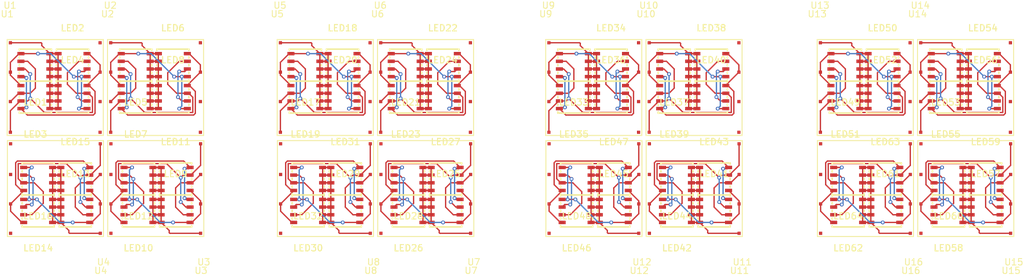
<source format=kicad_pcb>
(kicad_pcb (version 20241229) (generator "pcbnew") (generator_version "9.0")
  (layers (0 "F.Cu" signal) (2 "B.Cu" signal) (13 "F.Paste" user) (15 "B.Paste" user) (5 "F.SilkS" user "F.Silkscreen") (7 "B.SilkS" user "B.Silkscreen") (1 "F.Mask" user) (3 "B.Mask" user) (25 "Edge.Cuts" user))
  (net 0 "")
  (net 1 "clusters[3].rows[0].pixels[1]-cathode_cold_white")
  (net 2 "clusters[0].rows[1].pixels[1]-cathode_blue")
  (net 3 "clusters[2].rows[1].pixels[0]-cathode_uv")
  (net 4 "clusters[1].rows[0].pixels[1]-anode")
  (net 5 "clusters[2].rows[1].pixels[0]-cathode_blue")
  (net 6 "clusters[3].rows[1].pixels[0]-cathode_uv")
  (net 7 "clusters[1].rows[0].pixels[1]-cathode_warm_white")
  (net 8 "clusters[3].rows[1].pixels[1]-cathode_uv")
  (net 9 "clusters[0].rows[1].pixels[0]-cathode_warm_white")
  (net 10 "clusters[3].rows[1].pixels[1]-cathode_green")
  (net 11 "clusters[3].rows[1].pixels[1]-anode")
  (net 12 "clusters[0].rows[1].pixels[0]-cathode_red")
  (net 13 "clusters[3].rows[1].pixels[0]-cathode_ir")
  (net 14 "clusters[1].rows[0].pixels[1]-cathode_ir")
  (net 15 "clusters[2].rows[0].pixels[1]-cathode_ir")
  (net 16 "clusters[3].rows[1].pixels[0]-cathode_green")
  (net 17 "clusters[0].rows[1].pixels[0]-cathode_uv")
  (net 18 "clusters[3].rows[0].pixels[0]-cathode_uv")
  (net 19 "clusters[0].rows[1].pixels[0]-cathode_blue")
  (net 20 "clusters[2].rows[1].pixels[0]-cathode_cold_white")
  (net 21 "clusters[1].rows[1].pixels[1]-cathode_cold_white")
  (net 22 "clusters[3].rows[0].pixels[0]-cathode_cold_white")
  (net 23 "clusters[1].rows[1].pixels[0]-cathode_blue")
  (net 24 "clusters[3].rows[1].pixels[0]-cathode_blue")
  (net 25 "clusters[2].rows[1].pixels[0]-cathode_green")
  (net 26 "clusters[0].rows[1].pixels[1]-cathode_warm_white")
  (net 27 "clusters[3].rows[0].pixels[0]-cathode_warm_white")
  (net 28 "clusters[0].rows[1].pixels[1]-cathode_uv")
  (net 29 "clusters[3].rows[0].pixels[0]-anode")
  (net 30 "clusters[2].rows[0].pixels[1]-anode")
  (net 31 "clusters[3].rows[1].pixels[1]-cathode_warm_white")
  (net 32 "clusters[2].rows[1].pixels[0]-anode")
  (net 33 "clusters[2].rows[1].pixels[0]-cathode_warm_white")
  (net 34 "clusters[2].rows[1].pixels[1]-cathode_green")
  (net 35 "clusters[2].rows[1].pixels[1]-anode")
  (net 36 "clusters[2].rows[0].pixels[0]-cathode_ir")
  (net 37 "clusters[0].rows[1].pixels[1]-cathode_ir")
  (net 38 "clusters[1].rows[0].pixels[0]-cathode_red")
  (net 39 "clusters[1].rows[0].pixels[0]-cathode_green")
  (net 40 "clusters[1].rows[0].pixels[0]-cathode_warm_white")
  (net 41 "clusters[1].rows[0].pixels[1]-cathode_uv")
  (net 42 "clusters[2].rows[0].pixels[0]-cathode_uv")
  (net 43 "clusters[1].rows[0].pixels[0]-anode")
  (net 44 "clusters[3].rows[0].pixels[1]-cathode_uv")
  (net 45 "clusters[0].rows[1].pixels[1]-cathode_green")
  (net 46 "clusters[1].rows[0].pixels[1]-cathode_blue")
  (net 47 "clusters[1].rows[0].pixels[1]-cathode_cold_white")
  (net 48 "clusters[0].rows[1].pixels[1]-anode")
  (net 49 "clusters[3].rows[1].pixels[0]-anode")
  (net 50 "clusters[2].rows[1].pixels[1]-cathode_cold_white")
  (net 51 "clusters[2].rows[0].pixels[1]-cathode_green")
  (net 52 "clusters[0].rows[0].pixels[0]-cathode_uv")
  (net 53 "clusters[0].rows[0].pixels[1]-cathode_ir")
  (net 54 "clusters[0].rows[0].pixels[1]-cathode_red")
  (net 55 "clusters[0].rows[0].pixels[1]-anode")
  (net 56 "clusters[2].rows[0].pixels[0]-cathode_cold_white")
  (net 57 "clusters[0].rows[0].pixels[1]-cathode_blue")
  (net 58 "clusters[2].rows[0].pixels[1]-cathode_red")
  (net 59 "clusters[0].rows[1].pixels[0]-cathode_ir")
  (net 60 "clusters[3].rows[0].pixels[0]-cathode_green")
  (net 61 "clusters[0].rows[0].pixels[0]-cathode_cold_white")
  (net 62 "clusters[2].rows[1].pixels[0]-cathode_red")
  (net 63 "clusters[1].rows[1].pixels[1]-cathode_red")
  (net 64 "clusters[2].rows[0].pixels[0]-cathode_warm_white")
  (net 65 "clusters[1].rows[1].pixels[1]-anode")
  (net 66 "clusters[1].rows[1].pixels[0]-cathode_green")
  (net 67 "clusters[3].rows[0].pixels[0]-cathode_blue")
  (net 68 "clusters[1].rows[0].pixels[1]-cathode_green")
  (net 69 "clusters[3].rows[1].pixels[0]-cathode_red")
  (net 70 "clusters[3].rows[0].pixels[1]-anode")
  (net 71 "clusters[3].rows[0].pixels[1]-cathode_blue")
  (net 72 "clusters[1].rows[1].pixels[0]-cathode_cold_white")
  (net 73 "clusters[0].rows[0].pixels[1]-cathode_warm_white")
  (net 74 "clusters[0].rows[1].pixels[0]-cathode_green")
  (net 75 "clusters[2].rows[0].pixels[0]-anode")
  (net 76 "clusters[1].rows[0].pixels[0]-cathode_uv")
  (net 77 "clusters[1].rows[1].pixels[0]-cathode_warm_white")
  (net 78 "clusters[0].rows[1].pixels[0]-anode")
  (net 79 "clusters[1].rows[1].pixels[0]-cathode_red")
  (net 80 "clusters[2].rows[0].pixels[0]-cathode_green")
  (net 81 "clusters[2].rows[0].pixels[0]-cathode_red")
  (net 82 "clusters[3].rows[1].pixels[0]-cathode_warm_white")
  (net 83 "clusters[2].rows[0].pixels[0]-cathode_blue")
  (net 84 "clusters[1].rows[0].pixels[0]-cathode_blue")
  (net 85 "clusters[3].rows[0].pixels[1]-cathode_green")
  (net 86 "clusters[0].rows[0].pixels[0]-cathode_red")
  (net 87 "clusters[1].rows[1].pixels[0]-anode")
  (net 88 "clusters[0].rows[0].pixels[1]-cathode_cold_white")
  (net 89 "clusters[0].rows[0].pixels[1]-cathode_uv")
  (net 90 "clusters[0].rows[0].pixels[0]-cathode_warm_white")
  (net 91 "clusters[0].rows[0].pixels[0]-cathode_green")
  (net 92 "clusters[3].rows[1].pixels[1]-cathode_ir")
  (net 93 "clusters[0].rows[0].pixels[0]-cathode_blue")
  (net 94 "clusters[1].rows[1].pixels[1]-cathode_green")
  (net 95 "clusters[3].rows[1].pixels[1]-cathode_cold_white")
  (net 96 "clusters[3].rows[1].pixels[1]-cathode_red")
  (net 97 "clusters[2].rows[0].pixels[1]-cathode_uv")
  (net 98 "clusters[3].rows[0].pixels[0]-cathode_red")
  (net 99 "clusters[1].rows[1].pixels[1]-cathode_warm_white")
  (net 100 "clusters[3].rows[1].pixels[1]-cathode_blue")
  (net 101 "clusters[3].rows[0].pixels[1]-cathode_red")
  (net 102 "clusters[2].rows[1].pixels[1]-cathode_red")
  (net 103 "clusters[0].rows[1].pixels[1]-cathode_cold_white")
  (net 104 "clusters[2].rows[0].pixels[1]-cathode_blue")
  (net 105 "clusters[0].rows[0].pixels[1]-cathode_green")
  (net 106 "clusters[1].rows[1].pixels[1]-cathode_ir")
  (net 107 "clusters[1].rows[1].pixels[1]-cathode_blue")
  (net 108 "clusters[2].rows[1].pixels[1]-cathode_warm_white")
  (net 109 "clusters[3].rows[0].pixels[1]-cathode_warm_white")
  (net 110 "clusters[1].rows[0].pixels[1]-cathode_red")
  (net 111 "clusters[1].rows[0].pixels[0]-cathode_cold_white")
  (net 112 "clusters[0].rows[0].pixels[0]-anode")
  (net 113 "clusters[0].rows[0].pixels[0]-cathode_ir")
  (net 114 "clusters[1].rows[1].pixels[0]-cathode_ir")
  (net 115 "clusters[2].rows[0].pixels[1]-cathode_cold_white")
  (net 116 "clusters[1].rows[0].pixels[0]-cathode_ir")
  (net 117 "clusters[2].rows[1].pixels[0]-cathode_ir")
  (net 118 "clusters[0].rows[1].pixels[0]-cathode_cold_white")
  (net 119 "clusters[3].rows[0].pixels[1]-cathode_ir")
  (net 120 "clusters[2].rows[0].pixels[1]-cathode_warm_white")
  (net 121 "clusters[0].rows[1].pixels[1]-cathode_red")
  (net 122 "clusters[1].rows[1].pixels[0]-cathode_uv")
  (net 123 "clusters[2].rows[1].pixels[1]-cathode_blue")
  (net 124 "clusters[1].rows[1].pixels[1]-cathode_uv")
  (net 125 "clusters[3].rows[0].pixels[0]-cathode_ir")
  (net 126 "clusters[2].rows[1].pixels[1]-cathode_ir")
  (net 127 "clusters[3].rows[1].pixels[0]-cathode_cold_white")
  (net 128 "clusters[2].rows[1].pixels[1]-cathode_uv")
  (footprint "ATOPILE_PIXEL15:pixel15" (layer "F.Cu") (at 85.224333 54.901 180)
    (property "Reference" "U8")
    (property "Value" "" (hide yes))
  )
  (footprint "HONGLITRONIC_HL_5050RGBW_S1_A27:LED-SMD_8P-L5.0-W5.0-P1.20_HL-5050RGBW-S1-A27" (layer "F.Cu") (at 122.739572 45.901)
    (property "Reference" "LED47")
    (property "Value" "")
  )
  (footprint "HONGLITRONIC_HL_5050RGBW_S1_A27:LED-SMD_8P-L5.0-W5.0-P1.20_HL-5050RGBW-S1-A27" (layer "F.Cu") (at 38.24 28.1)
    (property "Reference" "LED2")
    (property "Value" "")
  )
  (footprint "HONGLITRONIC_HL_5050RGBW_S1_A27:LED-SMD_8P-L5.0-W5.0-P1.20_HL-5050RGBW-S1-A27" (layer "F.Cu") (at 165.131 45.901)
    (property "Reference" "LED63")
    (property "Value" "")
  )
  (footprint "HONGLITRONIC_HL_5050RGBW_S1_A27:LED-SMD_8P-L5.0-W5.0-P1.20_HL-5050RGBW-S1-A27" (layer "F.Cu") (at 90.684333 50.901 180)
    (property "Reference" "LED26")
    (property "Value" "")
  )
  (footprint "HONGLITRONIC_HL_5050RGBW_S1_A27:LED-SMD_8P-L5.0-W5.0-P1.20_HL-5050RGBW-S1-A27" (layer "F.Cu") (at 80.824333 50.901)
    (property "Reference" "LED29")
    (property "Value" "")
  )
  (footprint "ATOPILE_PIXEL15:pixel15" (layer "F.Cu") (at 154.5 24.1)
    (property "Reference" "U13")
    (property "Value" "" (hide yes))
  )
  (footprint "ATOPILE_PIXEL15:pixel15" (layer "F.Cu") (at 58.731 54.901 180)
    (property "Reference" "U3")
    (property "Value" "" (hide yes))
  )
  (footprint "HONGLITRONIC_HL_5050RGBW_S1_A27:LED-SMD_8P-L5.0-W5.0-P1.20_HL-5050RGBW-S1-A27" (layer "F.Cu") (at 174.56 28.1 180)
    (property "Reference" "LED53")
    (property "Value" "")
  )
  (footprint "HONGLITRONIC_HL_5050RGBW_S1_A27:LED-SMD_8P-L5.0-W5.0-P1.20_HL-5050RGBW-S1-A27" (layer "F.Cu") (at 180.36 28.1)
    (property "Reference" "LED54")
    (property "Value" "")
  )
  (footprint "HONGLITRONIC_HL_5050RGBW_S1_A27:LED-SMD_8P-L5.0-W5.0-P1.20_HL-5050RGBW-S1-A27" (layer "F.Cu") (at 90.684333 45.901 180)
    (property "Reference" "LED28")
    (property "Value" "")
  )
  (footprint "HONGLITRONIC_HL_5050RGBW_S1_A27:LED-SMD_8P-L5.0-W5.0-P1.20_HL-5050RGBW-S1-A27" (layer "F.Cu") (at 122.308572 33.1)
    (property "Reference" "LED36")
    (property "Value" "")
  )
  (footprint "HONGLITRONIC_HL_5050RGBW_S1_A27:LED-SMD_8P-L5.0-W5.0-P1.20_HL-5050RGBW-S1-A27" (layer "F.Cu") (at 174.991 50.901 180)
    (property "Reference" "LED58")
    (property "Value" "")
  )
  (footprint "HONGLITRONIC_HL_5050RGBW_S1_A27:LED-SMD_8P-L5.0-W5.0-P1.20_HL-5050RGBW-S1-A27" (layer "F.Cu") (at 74.593333 28.1 180)
    (property "Reference" "LED17")
    (property "Value" "")
  )
  (footprint "HONGLITRONIC_HL_5050RGBW_S1_A27:LED-SMD_8P-L5.0-W5.0-P1.20_HL-5050RGBW-S1-A27" (layer "F.Cu") (at 116.939572 45.901 180)
    (property "Reference" "LED48")
    (property "Value" "")
  )
  (footprint "HONGLITRONIC_HL_5050RGBW_S1_A27:LED-SMD_8P-L5.0-W5.0-P1.20_HL-5050RGBW-S1-A27" (layer "F.Cu") (at 96.053333 28.1)
    (property "Reference" "LED22")
    (property "Value" "")
  )
  (footprint "HONGLITRONIC_HL_5050RGBW_S1_A27:LED-SMD_8P-L5.0-W5.0-P1.20_HL-5050RGBW-S1-A27" (layer "F.Cu") (at 48.1 28.1 180)
    (property "Reference" "LED5")
    (property "Value" "")
  )
  (footprint "HONGLITRONIC_HL_5050RGBW_S1_A27:LED-SMD_8P-L5.0-W5.0-P1.20_HL-5050RGBW-S1-A27" (layer "F.Cu") (at 116.508572 28.1 180)
    (property "Reference" "LED33")
    (property "Value" "")
  )
  (footprint "HONGLITRONIC_HL_5050RGBW_S1_A27:LED-SMD_8P-L5.0-W5.0-P1.20_HL-5050RGBW-S1-A27" (layer "F.Cu") (at 75.024333 50.901 180)
    (property "Reference" "LED30")
    (property "Value" "")
  )
  (footprint "ATOPILE_PIXEL15:pixel15" (layer "F.Cu") (at 127.768572 24.1)
    (property "Reference" "U10")
    (property "Value" "" (hide yes))
  )
  (footprint "HONGLITRONIC_HL_5050RGBW_S1_A27:LED-SMD_8P-L5.0-W5.0-P1.20_HL-5050RGBW-S1-A27" (layer "F.Cu") (at 137.968572 28.1)
    (property "Reference" "LED38")
    (property "Value" "")
  )
  (footprint "ATOPILE_PIXEL15:pixel15" (layer "F.Cu") (at 70.193333 24.1)
    (property "Reference" "U5")
    (property "Value" "" (hide yes))
  )
  (footprint "ATOPILE_PIXEL15:pixel15" (layer "F.Cu") (at 112.108572 24.1)
    (property "Reference" "U9")
    (property "Value" "" (hide yes))
  )
  (footprint "HONGLITRONIC_HL_5050RGBW_S1_A27:LED-SMD_8P-L5.0-W5.0-P1.20_HL-5050RGBW-S1-A27" (layer "F.Cu") (at 80.824333 45.901)
    (property "Reference" "LED31")
    (property "Value" "")
  )
  (footprint "HONGLITRONIC_HL_5050RGBW_S1_A27:LED-SMD_8P-L5.0-W5.0-P1.20_HL-5050RGBW-S1-A27" (layer "F.Cu") (at 165.131 50.901)
    (property "Reference" "LED61")
    (property "Value" "")
  )
  (footprint "HONGLITRONIC_HL_5050RGBW_S1_A27:LED-SMD_8P-L5.0-W5.0-P1.20_HL-5050RGBW-S1-A27" (layer "F.Cu") (at 54.331 50.901)
    (property "Reference" "LED9")
    (property "Value" "")
  )
  (footprint "HONGLITRONIC_HL_5050RGBW_S1_A27:LED-SMD_8P-L5.0-W5.0-P1.20_HL-5050RGBW-S1-A27" (layer "F.Cu") (at 80.393333 28.1)
    (property "Reference" "LED18")
    (property "Value" "")
  )
  (footprint "ATOPILE_PIXEL15:pixel15" (layer "F.Cu") (at 170.16 24.1)
    (property "Reference" "U14")
    (property "Value" "" (hide yes))
  )
  (footprint "HONGLITRONIC_HL_5050RGBW_S1_A27:LED-SMD_8P-L5.0-W5.0-P1.20_HL-5050RGBW-S1-A27" (layer "F.Cu") (at 90.253333 28.1 180)
    (property "Reference" "LED21")
    (property "Value" "")
  )
  (footprint "HONGLITRONIC_HL_5050RGBW_S1_A27:LED-SMD_8P-L5.0-W5.0-P1.20_HL-5050RGBW-S1-A27" (layer "F.Cu") (at 74.593333 33.1 180)
    (property "Reference" "LED19")
    (property "Value" "")
  )
  (footprint "HONGLITRONIC_HL_5050RGBW_S1_A27:LED-SMD_8P-L5.0-W5.0-P1.20_HL-5050RGBW-S1-A27" (layer "F.Cu") (at 158.9 28.1 180)
    (property "Reference" "LED49")
    (property "Value" "")
  )
  (footprint "HONGLITRONIC_HL_5050RGBW_S1_A27:LED-SMD_8P-L5.0-W5.0-P1.20_HL-5050RGBW-S1-A27" (layer "F.Cu") (at 116.508572 33.1 180)
    (property "Reference" "LED35")
    (property "Value" "")
  )
  (footprint "HONGLITRONIC_HL_5050RGBW_S1_A27:LED-SMD_8P-L5.0-W5.0-P1.20_HL-5050RGBW-S1-A27" (layer "F.Cu") (at 48.1 33.1 180)
    (property "Reference" "LED7")
    (property "Value" "")
  )
  (footprint "HONGLITRONIC_HL_5050RGBW_S1_A27:LED-SMD_8P-L5.0-W5.0-P1.20_HL-5050RGBW-S1-A27" (layer "F.Cu") (at 159.331 45.901 180)
    (property "Reference" "LED64")
    (property "Value" "")
  )
  (footprint "ATOPILE_PIXEL15:pixel15" (layer "F.Cu") (at 185.191 54.901 180)
    (property "Reference" "U15")
    (property "Value" "" (hide yes))
  )
  (footprint "HONGLITRONIC_HL_5050RGBW_S1_A27:LED-SMD_8P-L5.0-W5.0-P1.20_HL-5050RGBW-S1-A27" (layer "F.Cu") (at 122.308572 28.1)
    (property "Reference" "LED34")
    (property "Value" "")
  )
  (footprint "HONGLITRONIC_HL_5050RGBW_S1_A27:LED-SMD_8P-L5.0-W5.0-P1.20_HL-5050RGBW-S1-A27" (layer "F.Cu") (at 132.168572 28.1 180)
    (property "Reference" "LED37")
    (property "Value" "")
  )
  (footprint "HONGLITRONIC_HL_5050RGBW_S1_A27:LED-SMD_8P-L5.0-W5.0-P1.20_HL-5050RGBW-S1-A27" (layer "F.Cu") (at 53.9 33.1)
    (property "Reference" "LED8")
    (property "Value" "")
  )
  (footprint "HONGLITRONIC_HL_5050RGBW_S1_A27:LED-SMD_8P-L5.0-W5.0-P1.20_HL-5050RGBW-S1-A27" (layer "F.Cu") (at 48.531 45.901 180)
    (property "Reference" "LED12")
    (property "Value" "")
  )
  (footprint "ATOPILE_PIXEL15:pixel15" (layer "F.Cu") (at 127.139572 54.901 180)
    (property "Reference" "U12")
    (property "Value" "" (hide yes))
  )
  (footprint "HONGLITRONIC_HL_5050RGBW_S1_A27:LED-SMD_8P-L5.0-W5.0-P1.20_HL-5050RGBW-S1-A27" (layer "F.Cu") (at 48.531 50.901 180)
    (property "Reference" "LED10")
    (property "Value" "")
  )
  (footprint "ATOPILE_PIXEL15:pixel15" (layer "F.Cu") (at 169.531 54.901 180)
    (property "Reference" "U16")
    (property "Value" "" (hide yes))
  )
  (footprint "HONGLITRONIC_HL_5050RGBW_S1_A27:LED-SMD_8P-L5.0-W5.0-P1.20_HL-5050RGBW-S1-A27" (layer "F.Cu") (at 122.739572 50.901)
    (property "Reference" "LED45")
    (property "Value" "")
  )
  (footprint "HONGLITRONIC_HL_5050RGBW_S1_A27:LED-SMD_8P-L5.0-W5.0-P1.20_HL-5050RGBW-S1-A27" (layer "F.Cu") (at 38.24 33.1)
    (property "Reference" "LED4")
    (property "Value" "")
  )
  (footprint "HONGLITRONIC_HL_5050RGBW_S1_A27:LED-SMD_8P-L5.0-W5.0-P1.20_HL-5050RGBW-S1-A27" (layer "F.Cu") (at 132.599572 50.901 180)
    (property "Reference" "LED42")
    (property "Value" "")
  )
  (footprint "ATOPILE_PIXEL15:pixel15" (layer "F.Cu") (at 100.884333 54.901 180)
    (property "Reference" "U7")
    (property "Value" "" (hide yes))
  )
  (footprint "HONGLITRONIC_HL_5050RGBW_S1_A27:LED-SMD_8P-L5.0-W5.0-P1.20_HL-5050RGBW-S1-A27" (layer "F.Cu") (at 174.991 45.901 180)
    (property "Reference" "LED60")
    (property "Value" "")
  )
  (footprint "HONGLITRONIC_HL_5050RGBW_S1_A27:LED-SMD_8P-L5.0-W5.0-P1.20_HL-5050RGBW-S1-A27" (layer "F.Cu") (at 137.968572 33.1)
    (property "Reference" "LED40")
    (property "Value" "")
  )
  (footprint "HONGLITRONIC_HL_5050RGBW_S1_A27:LED-SMD_8P-L5.0-W5.0-P1.20_HL-5050RGBW-S1-A27" (layer "F.Cu") (at 38.671 50.901)
    (property "Reference" "LED13")
    (property "Value" "")
  )
  (footprint "HONGLITRONIC_HL_5050RGBW_S1_A27:LED-SMD_8P-L5.0-W5.0-P1.20_HL-5050RGBW-S1-A27" (layer "F.Cu") (at 180.36 33.1)
    (property "Reference" "LED56")
    (property "Value" "")
  )
  (footprint "HONGLITRONIC_HL_5050RGBW_S1_A27:LED-SMD_8P-L5.0-W5.0-P1.20_HL-5050RGBW-S1-A27" (layer "F.Cu") (at 159.331 50.901 180)
    (property "Reference" "LED62")
    (property "Value" "")
  )
  (footprint "HONGLITRONIC_HL_5050RGBW_S1_A27:LED-SMD_8P-L5.0-W5.0-P1.20_HL-5050RGBW-S1-A27" (layer "F.Cu") (at 32.871 50.901 180)
    (property "Reference" "LED14")
    (property "Value" "")
  )
  (footprint "HONGLITRONIC_HL_5050RGBW_S1_A27:LED-SMD_8P-L5.0-W5.0-P1.20_HL-5050RGBW-S1-A27" (layer "F.Cu") (at 53.9 28.1)
    (property "Reference" "LED6")
    (property "Value" "")
  )
  (footprint "HONGLITRONIC_HL_5050RGBW_S1_A27:LED-SMD_8P-L5.0-W5.0-P1.20_HL-5050RGBW-S1-A27" (layer "F.Cu") (at 132.168572 33.1 180)
    (property "Reference" "LED39")
    (property "Value" "")
  )
  (footprint "HONGLITRONIC_HL_5050RGBW_S1_A27:LED-SMD_8P-L5.0-W5.0-P1.20_HL-5050RGBW-S1-A27" (layer "F.Cu") (at 138.399572 50.901)
    (property "Reference" "LED41")
    (property "Value" "")
  )
  (footprint "ATOPILE_PIXEL15:pixel15" (layer "F.Cu") (at 43.071 54.901 180)
    (property "Reference" "U4")
    (property "Value" "" (hide yes))
  )
  (footprint "HONGLITRONIC_HL_5050RGBW_S1_A27:LED-SMD_8P-L5.0-W5.0-P1.20_HL-5050RGBW-S1-A27" (layer "F.Cu") (at 116.939572 50.901 180)
    (property "Reference" "LED46")
    (property "Value" "")
  )
  (footprint "HONGLITRONIC_HL_5050RGBW_S1_A27:LED-SMD_8P-L5.0-W5.0-P1.20_HL-5050RGBW-S1-A27" (layer "F.Cu") (at 54.331 45.901)
    (property "Reference" "LED11")
    (property "Value" "")
  )
  (footprint "HONGLITRONIC_HL_5050RGBW_S1_A27:LED-SMD_8P-L5.0-W5.0-P1.20_HL-5050RGBW-S1-A27" (layer "F.Cu") (at 32.871 45.901 180)
    (property "Reference" "LED16")
    (property "Value" "")
  )
  (footprint "HONGLITRONIC_HL_5050RGBW_S1_A27:LED-SMD_8P-L5.0-W5.0-P1.20_HL-5050RGBW-S1-A27" (layer "F.Cu") (at 96.484333 50.901)
    (property "Reference" "LED25")
    (property "Value" "")
  )
  (footprint "ATOPILE_PIXEL15:pixel15" (layer "F.Cu") (at 85.853333 24.1)
    (property "Reference" "U6")
    (property "Value" "" (hide yes))
  )
  (footprint "HONGLITRONIC_HL_5050RGBW_S1_A27:LED-SMD_8P-L5.0-W5.0-P1.20_HL-5050RGBW-S1-A27" (layer "F.Cu") (at 96.484333 45.901)
    (property "Reference" "LED27")
    (property "Value" "")
  )
  (footprint "HONGLITRONIC_HL_5050RGBW_S1_A27:LED-SMD_8P-L5.0-W5.0-P1.20_HL-5050RGBW-S1-A27" (layer "F.Cu") (at 32.44 33.1 180)
    (property "Reference" "LED3")
    (property "Value" "")
  )
  (footprint "ATOPILE_PIXEL15:pixel15" (layer "F.Cu") (at 43.7 24.1)
    (property "Reference" "U2")
    (property "Value" "" (hide yes))
  )
  (footprint "HONGLITRONIC_HL_5050RGBW_S1_A27:LED-SMD_8P-L5.0-W5.0-P1.20_HL-5050RGBW-S1-A27" (layer "F.Cu") (at 32.44 28.1 180)
    (property "Reference" "LED1")
    (property "Value" "")
  )
  (footprint "HONGLITRONIC_HL_5050RGBW_S1_A27:LED-SMD_8P-L5.0-W5.0-P1.20_HL-5050RGBW-S1-A27" (layer "F.Cu") (at 96.053333 33.1)
    (property "Reference" "LED24")
    (property "Value" "")
  )
  (footprint "HONGLITRONIC_HL_5050RGBW_S1_A27:LED-SMD_8P-L5.0-W5.0-P1.20_HL-5050RGBW-S1-A27" (layer "F.Cu") (at 174.56 33.1 180)
    (property "Reference" "LED55")
    (property "Value" "")
  )
  (footprint "HONGLITRONIC_HL_5050RGBW_S1_A27:LED-SMD_8P-L5.0-W5.0-P1.20_HL-5050RGBW-S1-A27" (layer "F.Cu") (at 80.393333 33.1)
    (property "Reference" "LED20")
    (property "Value" "")
  )
  (footprint "HONGLITRONIC_HL_5050RGBW_S1_A27:LED-SMD_8P-L5.0-W5.0-P1.20_HL-5050RGBW-S1-A27" (layer "F.Cu") (at 138.399572 45.901)
    (property "Reference" "LED43")
    (property "Value" "")
  )
  (footprint "HONGLITRONIC_HL_5050RGBW_S1_A27:LED-SMD_8P-L5.0-W5.0-P1.20_HL-5050RGBW-S1-A27" (layer "F.Cu") (at 75.024333 45.901 180)
    (property "Reference" "LED32")
    (property "Value" "")
  )
  (footprint "HONGLITRONIC_HL_5050RGBW_S1_A27:LED-SMD_8P-L5.0-W5.0-P1.20_HL-5050RGBW-S1-A27" (layer "F.Cu") (at 164.7 33.1)
    (property "Reference" "LED52")
    (property "Value" "")
  )
  (footprint "HONGLITRONIC_HL_5050RGBW_S1_A27:LED-SMD_8P-L5.0-W5.0-P1.20_HL-5050RGBW-S1-A27" (layer "F.Cu") (at 158.9 33.1 180)
    (property "Reference" "LED51")
    (property "Value" "")
  )
  (footprint "ATOPILE_PIXEL15:pixel15" (layer "F.Cu") (at 28.04 24.1)
    (property "Reference" "U1")
    (property "Value" "" (hide yes))
  )
  (footprint "HONGLITRONIC_HL_5050RGBW_S1_A27:LED-SMD_8P-L5.0-W5.0-P1.20_HL-5050RGBW-S1-A27" (layer "F.Cu") (at 90.253333 33.1 180)
    (property "Reference" "LED23")
    (property "Value" "")
  )
  (footprint "HONGLITRONIC_HL_5050RGBW_S1_A27:LED-SMD_8P-L5.0-W5.0-P1.20_HL-5050RGBW-S1-A27" (layer "F.Cu") (at 164.7 28.1)
    (property "Reference" "LED50")
    (property "Value" "")
  )
  (footprint "ATOPILE_PIXEL15:pixel15" (layer "F.Cu") (at 142.799572 54.901 180)
    (property "Reference" "U11")
    (property "Value" "" (hide yes))
  )
  (footprint "HONGLITRONIC_HL_5050RGBW_S1_A27:LED-SMD_8P-L5.0-W5.0-P1.20_HL-5050RGBW-S1-A27" (layer "F.Cu") (at 180.791 50.901)
    (property "Reference" "LED57")
    (property "Value" "")
  )
  (footprint "HONGLITRONIC_HL_5050RGBW_S1_A27:LED-SMD_8P-L5.0-W5.0-P1.20_HL-5050RGBW-S1-A27" (layer "F.Cu") (at 132.599572 45.901 180)
    (property "Reference" "LED44")
    (property "Value" "")
  )
  (footprint "HONGLITRONIC_HL_5050RGBW_S1_A27:LED-SMD_8P-L5.0-W5.0-P1.20_HL-5050RGBW-S1-A27" (layer "F.Cu") (at 180.791 45.901)
    (property "Reference" "LED59")
    (property "Value" "")
  )
  (footprint "HONGLITRONIC_HL_5050RGBW_S1_A27:LED-SMD_8P-L5.0-W5.0-P1.20_HL-5050RGBW-S1-A27" (layer "F.Cu") (at 38.671 45.901)
    (property "Reference" "LED15")
    (property "Value" "")
  )
  (segment (start 182.96 31.3) (end 182.62 31.3) (width 0.2) (layer "F.Cu") (net 1))
  (segment (start 173.16 34.7) (end 172.5 34.7) (width 0.2) (layer "F.Cu") (net 1))
  (segment (start 182.62 31.3) (end 182.62 31.24) (width 0.2) (layer "F.Cu") (net 1))
  (segment (start 172.3 29.9) (end 172.96 29.9) (width 0.2) (layer "F.Cu") (net 1))
  (segment (start 172.5 34.7) (end 172.3 34.9) (width 0.2) (layer "F.Cu") (net 1))
  (segment (start 172.3 34.9) (end 173.302 35.902) (width 0.2) (layer "F.Cu") (net 1))
  (segment (start 172.96 29.9) (end 173.16 30.1) (width 0.2) (layer "F.Cu") (net 1))
  (segment (start 184.66 28.06) (end 184.66 29.2) (width 0.2) (layer "F.Cu") (net 1))
  (segment (start 183.872 32.212) (end 182.96 31.3) (width 0.2) (layer "F.Cu") (net 1))
  (segment (start 183.872 35.6371) (end 183.872 32.212) (width 0.2) (layer "F.Cu") (net 1))
  (segment (start 173.302 35.902) (end 183.6071 35.902) (width 0.2) (layer "F.Cu") (net 1))
  (segment (start 182.62 31.24) (end 184.66 29.2) (width 0.2) (layer "F.Cu") (net 1))
  (segment (start 182.62 26.3) (end 182.9 26.3) (width 0.2) (layer "F.Cu") (net 1))
  (segment (start 182.9 26.3) (end 184.66 28.06) (width 0.2) (layer "F.Cu") (net 1))
  (segment (start 183.6071 35.902) (end 183.872 35.6371) (width 0.2) (layer "F.Cu") (net 1))
  (via (at 173.16 30.1) (size 0.6) (drill 0.3) (layers "F.Cu" "B.Cu") (net 1))
  (via (at 173.16 34.7) (size 0.6) (drill 0.3) (layers "F.Cu" "B.Cu") (net 1))
  (segment (start 173.16 30.1) (end 173.16 34.7) (width 0.2) (layer "B.Cu") (net 1))
  (segment (start 29.76 45.872) (end 29.76 43.53) (width 0.2) (layer "F.Cu") (net 2))
  (segment (start 33.671 47.901) (end 33.671 49.701) (width 0.2) (layer "F.Cu") (net 2))
  (segment (start 39.471 45.701) (end 39.871 45.301) (width 0.2) (layer "F.Cu") (net 2))
  (segment (start 31.871 51.501) (end 30.611 51.501) (width 0.2) (layer "F.Cu") (net 2))
  (segment (start 40.931 50.301) (end 40.271 50.301) (width 0.2) (layer "F.Cu") (net 2))
  (segment (start 42.571 43.772) (end 41.042 45.301) (width 0.2) (layer "F.Cu") (net 2))
  (segment (start 30.611 46.501) (end 32.271 46.501) (width 0.2) (layer "F.Cu") (net 2))
  (segment (start 29.76 43.53) (end 29.79 43.5) (width 0.2) (layer "F.Cu") (net 2))
  (segment (start 39.871 45.301) (end 40.931 45.301) (width 0.2) (layer "F.Cu") (net 2))
  (segment (start 42.571 40.401) (end 42.571 43.772) (width 0.2) (layer "F.Cu") (net 2))
  (segment (start 33.671 49.701) (end 31.871 51.501) (width 0.2) (layer "F.Cu") (net 2))
  (segment (start 32.271 46.501) (end 33.671 47.901) (width 0.2) (layer "F.Cu") (net 2))
  (segment (start 29.79 43.5) (end 37.27 43.5) (width 0.2) (layer "F.Cu") (net 2))
  (segment (start 30.389 46.501) (end 29.76 45.872) (width 0.2) (layer "F.Cu") (net 2))
  (segment (start 30.611 46.501) (end 30.389 46.501) (width 0.2) (layer "F.Cu") (net 2))
  (segment (start 40.271 50.301) (end 39.471 49.501) (width 0.2) (layer "F.Cu") (net 2))
  (segment (start 37.27 43.5) (end 39.471 45.701) (width 0.2) (layer "F.Cu") (net 2))
  (segment (start 41.042 45.301) (end 40.931 45.301) (width 0.2) (layer "F.Cu") (net 2))
  (via (at 39.471 49.501) (size 0.6) (drill 0.3) (layers "F.Cu" "B.Cu") (net 2))
  (via (at 39.471 45.701) (size 0.6) (drill 0.3) (layers "F.Cu" "B.Cu") (net 2))
  (segment (start 39.471 49.501) (end 39.471 45.701) (width 0.2) (layer "B.Cu") (net 2))
  (segment (start 92.513333 32.5) (end 93.793333 32.5) (width 0.2) (layer "F.Cu") (net 4))
  (segment (start 92.513333 31.3) (end 93.793333 31.3) (width 0.2) (layer "F.Cu") (net 4))
  (segment (start 92.513333 28.7) (end 93.793333 28.7) (width 0.2) (layer "F.Cu") (net 4))
  (segment (start 92.513333 27.5) (end 93.793333 27.5) (width 0.2) (layer "F.Cu") (net 4))
  (segment (start 92.513333 33.7) (end 93.793333 33.7) (width 0.2) (layer "F.Cu") (net 4))
  (segment (start 93.793333 31.3) (end 93.793333 34.9) (width 0.2) (layer "F.Cu") (net 4))
  (segment (start 92.513333 34.9) (end 93.793333 34.9) (width 0.2) (layer "F.Cu") (net 4))
  (segment (start 92.513333 29.9) (end 93.793333 29.9) (width 0.2) (layer "F.Cu") (net 4))
  (segment (start 93.793333 29.9) (end 93.793333 31.3) (width 0.2) (layer "F.Cu") (net 4))
  (segment (start 92.513333 26.3) (end 91.253333 25.04) (width 0.2) (layer "F.Cu") (net 4))
  (segment (start 92.513333 29.9) (end 92.513333 31.3) (width 0.2) (layer "F.Cu") (net 4))
  (segment (start 92.513333 31.3) (end 92.513333 34.9) (width 0.2) (layer "F.Cu") (net 4))
  (segment (start 92.513333 26.3) (end 93.793333 26.3) (width 0.2) (layer "F.Cu") (net 4))
  (segment (start 93.793333 29.9) (end 93.793333 26.3) (width 0.2) (layer "F.Cu") (net 4))
  (segment (start 91.253333 24.7) (end 91.153333 24.6) (width 0.2) (layer "F.Cu") (net 4))
  (segment (start 91.153333 24.6) (end 86.353333 24.6) (width 0.2) (layer "F.Cu") (net 4))
  (segment (start 92.513333 26.3) (end 92.513333 29.9) (width 0.2) (layer "F.Cu") (net 4))
  (segment (start 91.253333 25.04) (end 91.253333 24.7) (width 0.2) (layer "F.Cu") (net 4))
  (segment (start 129.518572 43.5) (end 136.998572 43.5) (width 0.2) (layer "F.Cu") (net 5))
  (segment (start 131.599572 51.501) (end 130.339572 51.501) (width 0.2) (layer "F.Cu") (net 5))
  (segment (start 136.998572 43.5) (end 139.199572 45.701) (width 0.2) (layer "F.Cu") (net 5))
  (segment (start 133.399572 49.701) (end 131.599572 51.501) (width 0.2) (layer "F.Cu") (net 5))
  (segment (start 130.339572 46.501) (end 131.999572 46.501) (width 0.2) (layer "F.Cu") (net 5))
  (segment (start 139.999572 50.301) (end 139.199572 49.501) (width 0.2) (layer "F.Cu") (net 5))
  (segment (start 142.299572 43.772) (end 140.770572 45.301) (width 0.2) (layer "F.Cu") (net 5))
  (segment (start 142.299572 40.401) (end 142.299572 43.772) (width 0.2) (layer "F.Cu") (net 5))
  (segment (start 133.399572 47.901) (end 133.399572 49.701) (width 0.2) (layer "F.Cu") (net 5))
  (segment (start 129.488572 45.872) (end 129.488572 43.53) (width 0.2) (layer "F.Cu") (net 5))
  (segment (start 130.339572 46.501) (end 130.117572 46.501) (width 0.2) (layer "F.Cu") (net 5))
  (segment (start 131.999572 46.501) (end 133.399572 47.901) (width 0.2) (layer "F.Cu") (net 5))
  (segment (start 140.659572 50.301) (end 139.999572 50.301) (width 0.2) (layer "F.Cu") (net 5))
  (segment (start 140.770572 45.301) (end 140.659572 45.301) (width 0.2) (layer "F.Cu") (net 5))
  (segment (start 129.488572 43.53) (end 129.518572 43.5) (width 0.2) (layer "F.Cu") (net 5))
  (segment (start 139.199572 45.701) (end 139.599572 45.301) (width 0.2) (layer "F.Cu") (net 5))
  (segment (start 139.599572 45.301) (end 140.659572 45.301) (width 0.2) (layer "F.Cu") (net 5))
  (segment (start 130.117572 46.501) (end 129.488572 45.872) (width 0.2) (layer "F.Cu") (net 5))
  (via (at 139.199572 49.501) (size 0.6) (drill 0.3) (layers "F.Cu" "B.Cu") (net 5))
  (via (at 139.199572 45.701) (size 0.6) (drill 0.3) (layers "F.Cu" "B.Cu") (net 5))
  (segment (start 139.199572 49.501) (end 139.199572 45.701) (width 0.2) (layer "B.Cu") (net 5))
  (segment (start 167.391 46.501) (end 167.731 46.501) (width 0.2) (layer "F.Cu") (net 10))
  (segment (start 165.131 50.301) (end 165.131 47.301) (width 0.2) (layer "F.Cu") (net 10))
  (segment (start 165.131 47.301) (end 165.931 46.501) (width 0.2) (layer "F.Cu") (net 10))
  (segment (start 158.331 49.901) (end 157.471 49.901) (width 0.2) (layer "F.Cu") (net 10))
  (segment (start 167.391 51.501) (end 166.331 51.501) (width 0.2) (layer "F.Cu") (net 10))
  (segment (start 157.071 45.301) (end 157.931 45.301) (width 0.2) (layer "F.Cu") (net 10))
  (segment (start 165.931 46.501) (end 167.391 46.501) (width 0.2) (layer "F.Cu") (net 10))
  (segment (start 166.331 51.501) (end 165.131 50.301) (width 0.2) (layer "F.Cu") (net 10))
  (segment (start 157.931 45.301) (end 158.531 45.901) (width 0.2) (layer "F.Cu") (net 10))
  (segment (start 167.731 46.501) (end 169.031 45.201) (width 0.2) (layer "F.Cu") (net 10))
  (segment (start 157.471 49.901) (end 157.071 50.301) (width 0.2) (layer "F.Cu") (net 10))
  (via (at 158.331 49.901) (size 0.6) (drill 0.3) (layers "F.Cu" "B.Cu") (net 10))
  (via (at 158.531 45.901) (size 0.6) (drill 0.3) (layers "F.Cu" "B.Cu") (net 10))
  (segment (start 158.531 49.701) (end 158.331 49.901) (width 0.2) (layer "B.Cu") (net 10))
  (segment (start 158.531 45.901) (end 158.531 49.701) (width 0.2) (layer "B.Cu") (net 10))
  (segment (start 164.131 53.961) (end 164.131 54.301) (width 0.2) (layer "F.Cu") (net 11))
  (segment (start 162.871 52.701) (end 161.591 52.701) (width 0.2) (layer "F.Cu") (net 11))
  (segment (start 162.871 47.701) (end 162.871 44.101) (width 0.2) (layer "F.Cu") (net 11))
  (segment (start 162.871 44.101) (end 161.591 44.101) (width 0.2) (layer "F.Cu") (net 11))
  (segment (start 162.871 46.501) (end 161.591 46.501) (width 0.2) (layer "F.Cu") (net 11))
  (segment (start 162.871 50.301) (end 161.591 50.301) (width 0.2) (layer "F.Cu") (net 11))
  (segment (start 162.871 52.701) (end 162.871 49.101) (width 0.2) (layer "F.Cu") (net 11))
  (segment (start 162.871 49.101) (end 162.871 47.701) (width 0.2) (layer "F.Cu") (net 11))
  (segment (start 162.871 52.701) (end 164.131 53.961) (width 0.2) (layer "F.Cu") (net 11))
  (segment (start 161.591 49.101) (end 161.591 52.701) (width 0.2) (layer "F.Cu") (net 11))
  (segment (start 164.231 54.401) (end 169.031 54.401) (width 0.2) (layer "F.Cu") (net 11))
  (segment (start 161.591 47.701) (end 161.591 44.101) (width 0.2) (layer "F.Cu") (net 11))
  (segment (start 164.131 54.301) (end 164.231 54.401) (width 0.2) (layer "F.Cu") (net 11))
  (segment (start 162.871 51.501) (end 161.591 51.501) (width 0.2) (layer "F.Cu") (net 11))
  (segment (start 162.871 45.301) (end 161.591 45.301) (width 0.2) (layer "F.Cu") (net 11))
  (segment (start 162.871 49.101) (end 161.591 49.101) (width 0.2) (layer "F.Cu") (net 11))
  (segment (start 162.871 47.701) (end 161.591 47.701) (width 0.2) (layer "F.Cu") (net 11))
  (segment (start 161.591 49.101) (end 161.591 47.701) (width 0.2) (layer "F.Cu") (net 11))
  (segment (start 56.591 52.701) (end 53.931 52.701) (width 0.2) (layer "F.Cu") (net 12))
  (segment (start 56.591 47.701) (end 58.231 49.341) (width 0.2) (layer "F.Cu") (net 12))
  (segment (start 56.871 52.701) (end 58.231 51.341) (width 0.2) (layer "F.Cu") (net 12))
  (segment (start 47.531 44.101) (end 46.271 44.101) (width 0.2) (layer "F.Cu") (net 12))
  (segment (start 46.271 49.101) (end 47.131 49.101) (width 0.2) (layer "F.Cu") (net 12))
  (segment (start 56.591 52.701) (end 56.871 52.701) (width 0.2) (layer "F.Cu") (net 12))
  (segment (start 58.231 51.341) (end 58.231 49.801) (width 0.2) (layer "F.Cu") (net 12))
  (segment (start 58.231 49.341) (end 58.231 49.801) (width 0.2) (layer "F.Cu") (net 12))
  (segment (start 48.331 49.101) (end 47.131 49.101) (width 0.2) (layer "F.Cu") (net 12))
  (via (at 47.531 44.101) (size 0.6) (drill 0.3) (layers "F.Cu" "B.Cu") (net 12))
  (via (at 53.931 52.701) (size 0.6) (drill 0.3) (layers "F.Cu" "B.Cu") (net 12))
  (via (at 47.131 49.101) (size 0.6) (drill 0.3) (layers "F.Cu" "B.Cu") (net 12))
  (via (at 48.331 49.101) (size 0.6) (drill 0.3) (layers "F.Cu" "B.Cu") (net 12))
  (segment (start 47.131 49.101) (end 47.131 44.501) (width 0.2) (layer "B.Cu") (net 12))
  (segment (start 47.131 44.501) (end 47.531 44.101) (width 0.2) (layer "B.Cu") (net 12))
  (segment (start 53.931 52.701) (end 51.931 52.701) (width 0.2) (layer "B.Cu") (net 12))
  (segment (start 51.931 52.701) (end 48.331 49.101) (width 0.2) (layer "B.Cu") (net 12))
  (segment (start 181.991 51.501) (end 180.791 50.301) (width 0.2) (layer "F.Cu") (net 16))
  (segment (start 172.731 45.301) (end 173.591 45.301) (width 0.2) (layer "F.Cu") (net 16))
  (segment (start 183.051 46.501) (end 183.391 46.501) (width 0.2) (layer "F.Cu") (net 16))
  (segment (start 180.791 47.301) (end 181.591 46.501) (width 0.2) (layer "F.Cu") (net 16))
  (segment (start 173.991 49.901) (end 173.131 49.901) (width 0.2) (layer "F.Cu") (net 16))
  (segment (start 180.791 50.301) (end 180.791 47.301) (width 0.2) (layer "F.Cu") (net 16))
  (segment (start 173.131 49.901) (end 172.731 50.301) (width 0.2) (layer "F.Cu") (net 16))
  (segment (start 173.591 45.301) (end 174.191 45.901) (width 0.2) (layer "F.Cu") (net 16))
  (segment (start 181.591 46.501) (end 183.051 46.501) (width 0.2) (layer "F.Cu") (net 16))
  (segment (start 183.391 46.501) (end 184.691 45.201) (width 0.2) (layer "F.Cu") (net 16))
  (segment (start 183.051 51.501) (end 181.991 51.501) (width 0.2) (layer "F.Cu") (net 16))
  (via (at 174.191 45.901) (size 0.6) (drill 0.3) (layers "F.Cu" "B.Cu") (net 16))
  (via (at 173.991 49.901) (size 0.6) (drill 0.3) (layers "F.Cu" "B.Cu") (net 16))
  (segment (start 174.191 49.701) (end 173.991 49.901) (width 0.2) (layer "B.Cu") (net 16))
  (segment (start 174.191 45.901) (end 174.191 49.701) (width 0.2) (layer "B.Cu") (net 16))
  (segment (start 45.42 45.872) (end 45.42 43.53) (width 0.2) (layer "F.Cu") (net 19))
  (segment (start 49.331 49.701) (end 47.531 51.501) (width 0.2) (layer "F.Cu") (net 19))
  (segment (start 58.231 43.772) (end 56.702 45.301) (width 0.2) (layer "F.Cu") (net 19))
  (segment (start 45.42 43.53) (end 45.45 43.5) (width 0.2) (layer "F.Cu") (net 19))
  (segment (start 47.531 51.501) (end 46.271 51.501) (width 0.2) (layer "F.Cu") (net 19))
  (segment (start 46.049 46.501) (end 45.42 45.872) (width 0.2) (layer "F.Cu") (net 19))
  (segment (start 45.45 43.5) (end 52.93 43.5) (width 0.2) (layer "F.Cu") (net 19))
  (segment (start 58.231 40.401) (end 58.231 43.772) (width 0.2) (layer "F.Cu") (net 19))
  (segment (start 56.702 45.301) (end 56.591 45.301) (width 0.2) (layer "F.Cu") (net 19))
  (segment (start 47.931 46.501) (end 49.331 47.901) (width 0.2) (layer "F.Cu") (net 19))
  (segment (start 56.591 50.301) (end 55.931 50.301) (width 0.2) (layer "F.Cu") (net 19))
  (segment (start 46.271 46.501) (end 47.931 46.501) (width 0.2) (layer "F.Cu") (net 19))
  (segment (start 46.271 46.501) (end 46.049 46.501) (width 0.2) (layer "F.Cu") (net 19))
  (segment (start 55.131 45.701) (end 55.531 45.301) (width 0.2) (layer "F.Cu") (net 19))
  (segment (start 49.331 47.901) (end 49.331 49.701) (width 0.2) (layer "F.Cu") (net 19))
  (segment (start 52.93 43.5) (end 55.131 45.701) (width 0.2) (layer "F.Cu") (net 19))
  (segment (start 55.531 45.301) (end 56.591 45.301) (width 0.2) (layer "F.Cu") (net 19))
  (segment (start 55.931 50.301) (end 55.131 49.501) (width 0.2) (layer "F.Cu") (net 19))
  (via (at 55.131 49.501) (size 0.6) (drill 0.3) (layers "F.Cu" "B.Cu") (net 19))
  (via (at 55.131 45.701) (size 0.6) (drill 0.3) (layers "F.Cu" "B.Cu") (net 19))
  (segment (start 55.131 49.501) (end 55.131 45.701) (width 0.2) (layer "B.Cu") (net 19))
  (segment (start 129.352472 43.099) (end 129.087572 43.3639) (width 0.2) (layer "F.Cu") (net 20))
  (segment (start 139.657572 43.099) (end 129.352472 43.099) (width 0.2) (layer "F.Cu") (net 20))
  (segment (start 130.339572 47.701) (end 130.339572 47.761) (width 0.2) (layer "F.Cu") (net 20))
  (segment (start 140.459572 44.301) (end 140.659572 44.101) (width 0.2) (layer "F.Cu") (net 20))
  (segment (start 128.299572 50.941) (end 128.299572 49.801) (width 0.2) (layer "F.Cu") (net 20))
  (segment (start 129.087572 46.789) (end 129.999572 47.701) (width 0.2) (layer "F.Cu") (net 20))
  (segment (start 130.339572 52.701) (end 130.059572 52.701) (width 0.2) (layer "F.Cu") (net 20))
  (segment (start 130.059572 52.701) (end 128.299572 50.941) (width 0.2) (layer "F.Cu") (net 20))
  (segment (start 129.087572 43.3639) (end 129.087572 46.789) (width 0.2) (layer "F.Cu") (net 20))
  (segment (start 140.659572 49.101) (end 139.999572 49.101) (width 0.2) (layer "F.Cu") (net 20))
  (segment (start 139.999572 49.101) (end 139.799572 48.901) (width 0.2) (layer "F.Cu") (net 20))
  (segment (start 139.799572 44.301) (end 140.459572 44.301) (width 0.2) (layer "F.Cu") (net 20))
  (segment (start 140.659572 44.101) (end 139.657572 43.099) (width 0.2) (layer "F.Cu") (net 20))
  (segment (start 129.999572 47.701) (end 130.339572 47.701) (width 0.2) (layer "F.Cu") (net 20))
  (segment (start 130.339572 47.761) (end 128.299572 49.801) (width 0.2) (layer "F.Cu") (net 20))
  (via (at 139.799572 44.301) (size 0.6) (drill 0.3) (layers "F.Cu" "B.Cu") (net 20))
  (via (at 139.799572 48.901) (size 0.6) (drill 0.3) (layers "F.Cu" "B.Cu") (net 20))
  (segment (start 139.799572 48.901) (end 139.799572 44.301) (width 0.2) (layer "B.Cu") (net 20))
  (segment (start 72.484333 52.701) (end 70.724333 50.941) (width 0.2) (layer "F.Cu") (net 21))
  (segment (start 71.512333 46.789) (end 72.424333 47.701) (width 0.2) (layer "F.Cu") (net 21))
  (segment (start 82.884333 44.301) (end 83.084333 44.101) (width 0.2) (layer "F.Cu") (net 21))
  (segment (start 82.224333 44.301) (end 82.884333 44.301) (width 0.2) (layer "F.Cu") (net 21))
  (segment (start 83.084333 49.101) (end 82.424333 49.101) (width 0.2) (layer "F.Cu") (net 21))
  (segment (start 72.764333 52.701) (end 72.484333 52.701) (width 0.2) (layer "F.Cu") (net 21))
  (segment (start 71.512333 43.3639) (end 71.512333 46.789) (width 0.2) (layer "F.Cu") (net 21))
  (segment (start 70.724333 50.941) (end 70.724333 49.801) (width 0.2) (layer "F.Cu") (net 21))
  (segment (start 72.424333 47.701) (end 72.764333 47.701) (width 0.2) (layer "F.Cu") (net 21))
  (segment (start 72.764333 47.761) (end 70.724333 49.801) (width 0.2) (layer "F.Cu") (net 21))
  (segment (start 82.082333 43.099) (end 71.777233 43.099) (width 0.2) (layer "F.Cu") (net 21))
  (segment (start 82.424333 49.101) (end 82.224333 48.901) (width 0.2) (layer "F.Cu") (net 21))
  (segment (start 83.084333 44.101) (end 82.082333 43.099) (width 0.2) (layer "F.Cu") (net 21))
  (segment (start 72.764333 47.701) (end 72.764333 47.761) (width 0.2) (layer "F.Cu") (net 21))
  (segment (start 71.777233 43.099) (end 71.512333 43.3639) (width 0.2) (layer "F.Cu") (net 21))
  (via (at 82.224333 44.301) (size 0.6) (drill 0.3) (layers "F.Cu" "B.Cu") (net 21))
  (via (at 82.224333 48.901) (size 0.6) (drill 0.3) (layers "F.Cu" "B.Cu") (net 21))
  (segment (start 82.224333 48.901) (end 82.224333 44.301) (width 0.2) (layer "B.Cu") (net 21))
  (segment (start 168.212 35.6371) (end 168.212 32.212) (width 0.2) (layer "F.Cu") (net 22))
  (segment (start 156.64 34.9) (end 157.642 35.902) (width 0.2) (layer "F.Cu") (net 22))
  (segment (start 166.96 26.3) (end 167.24 26.3) (width 0.2) (layer "F.Cu") (net 22))
  (segment (start 169 28.06) (end 169 29.2) (width 0.2) (layer "F.Cu") (net 22))
  (segment (start 157.3 29.9) (end 157.5 30.1) (width 0.2) (layer "F.Cu") (net 22))
  (segment (start 166.96 31.24) (end 169 29.2) (width 0.2) (layer "F.Cu") (net 22))
  (segment (start 157.642 35.902) (end 167.9471 35.902) (width 0.2) (layer "F.Cu") (net 22))
  (segment (start 167.3 31.3) (end 166.96 31.3) (width 0.2) (layer "F.Cu") (net 22))
  (segment (start 167.24 26.3) (end 169 28.06) (width 0.2) (layer "F.Cu") (net 22))
  (segment (start 157.5 34.7) (end 156.84 34.7) (width 0.2) (layer "F.Cu") (net 22))
  (segment (start 166.96 31.3) (end 166.96 31.24) (width 0.2) (layer "F.Cu") (net 22))
  (segment (start 156.64 29.9) (end 157.3 29.9) (width 0.2) (layer "F.Cu") (net 22))
  (segment (start 168.212 32.212) (end 167.3 31.3) (width 0.2) (layer "F.Cu") (net 22))
  (segment (start 167.9471 35.902) (end 168.212 35.6371) (width 0.2) (layer "F.Cu") (net 22))
  (segment (start 156.84 34.7) (end 156.64 34.9) (width 0.2) (layer "F.Cu") (net 22))
  (via (at 157.5 30.1) (size 0.6) (drill 0.3) (layers "F.Cu" "B.Cu") (net 22))
  (via (at 157.5 34.7) (size 0.6) (drill 0.3) (layers "F.Cu" "B.Cu") (net 22))
  (segment (start 157.5 30.1) (end 157.5 34.7) (width 0.2) (layer "B.Cu") (net 22))
  (segment (start 97.284333 45.701) (end 97.684333 45.301) (width 0.2) (layer "F.Cu") (net 23))
  (segment (start 89.684333 51.501) (end 88.424333 51.501) (width 0.2) (layer "F.Cu") (net 23))
  (segment (start 88.424333 46.501) (end 88.202333 46.501) (width 0.2) (layer "F.Cu") (net 23))
  (segment (start 100.384333 43.772) (end 98.855333 45.301) (width 0.2) (layer "F.Cu") (net 23))
  (segment (start 88.202333 46.501) (end 87.573333 45.872) (width 0.2) (layer "F.Cu") (net 23))
  (segment (start 95.083333 43.5) (end 97.284333 45.701) (width 0.2) (layer "F.Cu") (net 23))
  (segment (start 91.484333 49.701) (end 89.684333 51.501) (width 0.2) (layer "F.Cu") (net 23))
  (segment (start 87.603333 43.5) (end 95.083333 43.5) (width 0.2) (layer "F.Cu") (net 23))
  (segment (start 87.573333 43.53) (end 87.603333 43.5) (width 0.2) (layer "F.Cu") (net 23))
  (segment (start 88.424333 46.501) (end 90.084333 46.501) (width 0.2) (layer "F.Cu") (net 23))
  (segment (start 98.084333 50.301) (end 97.284333 49.501) (width 0.2) (layer "F.Cu") (net 23))
  (segment (start 100.384333 40.401) (end 100.384333 43.772) (width 0.2) (layer "F.Cu") (net 23))
  (segment (start 98.744333 50.301) (end 98.084333 50.301) (width 0.2) (layer "F.Cu") (net 23))
  (segment (start 90.084333 46.501) (end 91.484333 47.901) (width 0.2) (layer "F.Cu") (net 23))
  (segment (start 91.484333 47.901) (end 91.484333 49.701) (width 0.2) (layer "F.Cu") (net 23))
  (segment (start 87.573333 45.872) (end 87.573333 43.53) (width 0.2) (layer "F.Cu") (net 23))
  (segment (start 97.684333 45.301) (end 98.744333 45.301) (width 0.2) (layer "F.Cu") (net 23))
  (segment (start 98.855333 45.301) (end 98.744333 45.301) (width 0.2) (layer "F.Cu") (net 23))
  (via (at 97.284333 45.701) (size 0.6) (drill 0.3) (layers "F.Cu" "B.Cu") (net 23))
  (via (at 97.284333 49.501) (size 0.6) (drill 0.3) (layers "F.Cu" "B.Cu") (net 23))
  (segment (start 97.284333 49.501) (end 97.284333 45.701) (width 0.2) (layer "B.Cu") (net 23))
  (segment (start 184.691 40.401) (end 184.691 43.772) (width 0.2) (layer "F.Cu") (net 24))
  (segment (start 174.391 46.501) (end 175.791 47.901) (width 0.2) (layer "F.Cu") (net 24))
  (segment (start 175.791 49.701) (end 173.991 51.501) (width 0.2) (layer "F.Cu") (net 24))
  (segment (start 181.591 45.701) (end 181.991 45.301) (width 0.2) (layer "F.Cu") (net 24))
  (segment (start 179.39 43.5) (end 181.591 45.701) (width 0.2) (layer "F.Cu") (net 24))
  (segment (start 171.88 43.53) (end 171.91 43.5) (width 0.2) (layer "F.Cu") (net 24))
  (segment (start 171.91 43.5) (end 179.39 43.5) (width 0.2) (layer "F.Cu") (net 24))
  (segment (start 172.509 46.501) (end 171.88 45.872) (width 0.2) (layer "F.Cu") (net 24))
  (segment (start 182.391 50.301) (end 181.591 49.501) (width 0.2) (layer "F.Cu") (net 24))
  (segment (start 181.991 45.301) (end 183.051 45.301) (width 0.2) (layer "F.Cu") (net 24))
  (segment (start 172.731 46.501) (end 172.509 46.501) (width 0.2) (layer "F.Cu") (net 24))
  (segment (start 183.051 50.301) (end 182.391 50.301) (width 0.2) (layer "F.Cu") (net 24))
  (segment (start 175.791 47.901) (end 175.791 49.701) (width 0.2) (layer "F.Cu") (net 24))
  (segment (start 184.691 43.772) (end 183.162 45.301) (width 0.2) (layer "F.Cu") (net 24))
  (segment (start 173.991 51.501) (end 172.731 51.501) (width 0.2) (layer "F.Cu") (net 24))
  (segment (start 171.88 45.872) (end 171.88 43.53) (width 0.2) (layer "F.Cu") (net 24))
  (segment (start 183.162 45.301) (end 183.051 45.301) (width 0.2) (layer "F.Cu") (net 24))
  (segment (start 172.731 46.501) (end 174.391 46.501) (width 0.2) (layer "F.Cu") (net 24))
  (via (at 181.591 49.501) (size 0.6) (drill 0.3) (layers "F.Cu" "B.Cu") (net 24))
  (via (at 181.591 45.701) (size 0.6) (drill 0.3) (layers "F.Cu" "B.Cu") (net 24))
  (segment (start 181.591 49.501) (end 181.591 45.701) (width 0.2) (layer "B.Cu") (net 24))
  (segment (start 139.599572 51.501) (end 138.399572 50.301) (width 0.2) (layer "F.Cu") (net 25))
  (segment (start 138.399572 47.301) (end 139.199572 46.501) (width 0.2) (layer "F.Cu") (net 25))
  (segment (start 140.659572 46.501) (end 140.999572 46.501) (width 0.2) (layer "F.Cu") (net 25))
  (segment (start 131.199572 45.301) (end 131.799572 45.901) (width 0.2) (layer "F.Cu") (net 25))
  (segment (start 140.659572 51.501) (end 139.599572 51.501) (width 0.2) (layer "F.Cu") (net 25))
  (segment (start 139.199572 46.501) (end 140.659572 46.501) (width 0.2) (layer "F.Cu") (net 25))
  (segment (start 131.599572 49.901) (end 130.739572 49.901) (width 0.2) (layer "F.Cu") (net 25))
  (segment (start 130.339572 45.301) (end 131.199572 45.301) (width 0.2) (layer "F.Cu") (net 25))
  (segment (start 130.739572 49.901) (end 130.339572 50.301) (width 0.2) (layer "F.Cu") (net 25))
  (segment (start 140.999572 46.501) (end 142.299572 45.201) (width 0.2) (layer "F.Cu") (net 25))
  (segment (start 138.399572 50.301) (end 138.399572 47.301) (width 0.2) (layer "F.Cu") (net 25))
  (via (at 131.599572 49.901) (size 0.6) (drill 0.3) (layers "F.Cu" "B.Cu") (net 25))
  (via (at 131.799572 45.901) (size 0.6) (drill 0.3) (layers "F.Cu" "B.Cu") (net 25))
  (segment (start 131.799572 49.701) (end 131.599572 49.901) (width 0.2) (layer "B.Cu") (net 25))
  (segment (start 131.799572 45.901) (end 131.799572 49.701) (width 0.2) (layer "B.Cu") (net 25))
  (segment (start 161.16 26.3) (end 162.44 26.3) (width 0.2) (layer "F.Cu") (net 29))
  (segment (start 161.16 33.7) (end 162.44 33.7) (width 0.2) (layer "F.Cu") (net 29))
  (segment (start 162.44 29.9) (end 162.44 26.3) (width 0.2) (layer "F.Cu") (net 29))
  (segment (start 162.44 31.3) (end 162.44 34.9) (width 0.2) (layer "F.Cu") (net 29))
  (segment (start 159.9 24.7) (end 159.8 24.6) (width 0.2) (layer "F.Cu") (net 29))
  (segment (start 161.16 31.3) (end 161.16 34.9) (width 0.2) (layer "F.Cu") (net 29))
  (segment (start 159.8 24.6) (end 155 24.6) (width 0.2) (layer "F.Cu") (net 29))
  (segment (start 161.16 27.5) (end 162.44 27.5) (width 0.2) (layer "F.Cu") (net 29))
  (segment (start 162.44 29.9) (end 162.44 31.3) (width 0.2) (layer "F.Cu") (net 29))
  (segment (start 159.9 25.04) (end 159.9 24.7) (width 0.2) (layer "F.Cu") (net 29))
  (segment (start 161.16 29.9) (end 162.44 29.9) (width 0.2) (layer "F.Cu") (net 29))
  (segment (start 161.16 29.9) (end 161.16 31.3) (width 0.2) (layer "F.Cu") (net 29))
  (segment (start 161.16 31.3) (end 162.44 31.3) (width 0.2) (layer "F.Cu") (net 29))
  (segment (start 161.16 26.3) (end 161.16 29.9) (width 0.2) (layer "F.Cu") (net 29))
  (segment (start 161.16 26.3) (end 159.9 25.04) (width 0.2) (layer "F.Cu") (net 29))
  (segment (start 161.16 32.5) (end 162.44 32.5) (width 0.2) (layer "F.Cu") (net 29))
  (segment (start 161.16 28.7) (end 162.44 28.7) (width 0.2) (layer "F.Cu") (net 29))
  (segment (start 161.16 34.9) (end 162.44 34.9) (width 0.2) (layer "F.Cu") (net 29))
  (segment (start 134.428572 31.3) (end 134.428572 34.9) (width 0.2) (layer "F.Cu") (net 30))
  (segment (start 135.708572 29.9) (end 135.708572 31.3) (width 0.2) (layer "F.Cu") (net 30))
  (segment (start 134.428572 29.9) (end 135.708572 29.9) (width 0.2) (layer "F.Cu") (net 30))
  (segment (start 134.428572 27.5) (end 135.708572 27.5) (width 0.2) (layer "F.Cu") (net 30))
  (segment (start 133.068572 24.6) (end 128.268572 24.6) (width 0.2) (layer "F.Cu") (net 30))
  (segment (start 133.168572 24.7) (end 133.068572 24.6) (width 0.2) (layer "F.Cu") (net 30))
  (segment (start 134.428572 31.3) (end 135.708572 31.3) (width 0.2) (layer "F.Cu") (net 30))
  (segment (start 134.428572 26.3) (end 133.168572 25.04) (width 0.2) (layer "F.Cu") (net 30))
  (segment (start 134.428572 28.7) (end 135.708572 28.7) (width 0.2) (layer "F.Cu") (net 30))
  (segment (start 134.428572 34.9) (end 135.708572 34.9) (width 0.2) (layer "F.Cu") (net 30))
  (segment (start 134.428572 33.7) (end 135.708572 33.7) (width 0.2) (layer "F.Cu") (net 30))
  (segment (start 134.428572 32.5) (end 135.708572 32.5) (width 0.2) (layer "F.Cu") (net 30))
  (segment (start 133.168572 25.04) (end 133.168572 24.7) (width 0.2) (layer "F.Cu") (net 30))
  (segment (start 134.428572 26.3) (end 135.708572 26.3) (width 0.2) (layer "F.Cu") (net 30))
  (segment (start 134.428572 29.9) (end 134.428572 31.3) (width 0.2) (layer "F.Cu") (net 30))
  (segment (start 135.708572 31.3) (end 135.708572 34.9) (width 0.2) (layer "F.Cu") (net 30))
  (segment (start 135.708572 29.9) (end 135.708572 26.3) (width 0.2) (layer "F.Cu") (net 30))
  (segment (start 134.428572 26.3) (end 134.428572 29.9) (width 0.2) (layer "F.Cu") (net 30))
  (segment (start 137.499572 54.401) (end 142.299572 54.401) (width 0.2) (layer "F.Cu") (net 32))
  (segment (start 136.139572 46.501) (end 134.859572 46.501) (width 0.2) (layer "F.Cu") (net 32))
  (segment (start 136.139572 47.701) (end 134.859572 47.701) (width 0.2) (layer "F.Cu") (net 32))
  (segment (start 136.139572 52.701) (end 134.859572 52.701) (width 0.2) (layer "F.Cu") (net 32))
  (segment (start 136.139572 51.501) (end 134.859572 51.501) (width 0.2) (layer "F.Cu") (net 32))
  (segment (start 134.859572 47.701) (end 134.859572 44.101) (width 0.2) (layer "F.Cu") (net 32))
  (segment (start 136.139572 49.101) (end 134.859572 49.101) (width 0.2) (layer "F.Cu") (net 32))
  (segment (start 134.859572 49.101) (end 134.859572 52.701) (width 0.2) (layer "F.Cu") (net 32))
  (segment (start 136.139572 52.701) (end 137.399572 53.961) (width 0.2) (layer "F.Cu") (net 32))
  (segment (start 136.139572 45.301) (end 134.859572 45.301) (width 0.2) (layer "F.Cu") (net 32))
  (segment (start 137.399572 54.301) (end 137.499572 54.401) (width 0.2) (layer "F.Cu") (net 32))
  (segment (start 134.859572 49.101) (end 134.859572 47.701) (width 0.2) (layer "F.Cu") (net 32))
  (segment (start 136.139572 49.101) (end 136.139572 47.701) (width 0.2) (layer "F.Cu") (net 32))
  (segment (start 136.139572 47.701) (end 136.139572 44.101) (width 0.2) (layer "F.Cu") (net 32))
  (segment (start 136.139572 50.301) (end 134.859572 50.301) (width 0.2) (layer "F.Cu") (net 32))
  (segment (start 137.399572 53.961) (end 137.399572 54.301) (width 0.2) (layer "F.Cu") (net 32))
  (segment (start 136.139572 52.701) (end 136.139572 49.101) (width 0.2) (layer "F.Cu") (net 32))
  (segment (start 136.139572 44.101) (end 134.859572 44.101) (width 0.2) (layer "F.Cu") (net 32))
  (segment (start 115.079572 49.901) (end 114.679572 50.301) (width 0.2) (layer "F.Cu") (net 34))
  (segment (start 122.739572 47.301) (end 123.539572 46.501) (width 0.2) (layer "F.Cu") (net 34))
  (segment (start 123.539572 46.501) (end 124.999572 46.501) (width 0.2) (layer "F.Cu") (net 34))
  (segment (start 124.999572 46.501) (end 125.339572 46.501) (width 0.2) (layer "F.Cu") (net 34))
  (segment (start 125.339572 46.501) (end 126.639572 45.201) (width 0.2) (layer "F.Cu") (net 34))
  (segment (start 115.939572 49.901) (end 115.079572 49.901) (width 0.2) (layer "F.Cu") (net 34))
  (segment (start 114.679572 45.301) (end 115.539572 45.301) (width 0.2) (layer "F.Cu") (net 34))
  (segment (start 115.539572 45.301) (end 116.139572 45.901) (width 0.2) (layer "F.Cu") (net 34))
  (segment (start 124.999572 51.501) (end 123.939572 51.501) (width 0.2) (layer "F.Cu") (net 34))
  (segment (start 123.939572 51.501) (end 122.739572 50.301) (width 0.2) (layer "F.Cu") (net 34))
  (segment (start 122.739572 50.301) (end 122.739572 47.301) (width 0.2) (layer "F.Cu") (net 34))
  (via (at 116.139572 45.901) (size 0.6) (drill 0.3) (layers "F.Cu" "B.Cu") (net 34))
  (via (at 115.939572 49.901) (size 0.6) (drill 0.3) (layers "F.Cu" "B.Cu") (net 34))
  (segment (start 116.139572 45.901) (end 116.139572 49.701) (width 0.2) (layer "B.Cu") (net 34))
  (segment (start 116.139572 49.701) (end 115.939572 49.901) (width 0.2) (layer "B.Cu") (net 34))
  (segment (start 119.199572 49.101) (end 119.199572 52.701) (width 0.2) (layer "F.Cu") (net 35))
  (segment (start 120.479572 52.701) (end 121.739572 53.961) (width 0.2) (layer "F.Cu") (net 35))
  (segment (start 121.739572 54.301) (end 121.839572 54.401) (width 0.2) (layer "F.Cu") (net 35))
  (segment (start 120.479572 52.701) (end 120.479572 49.101) (width 0.2) (layer "F.Cu") (net 35))
  (segment (start 120.479572 49.101) (end 120.479572 47.701) (width 0.2) (layer "F.Cu") (net 35))
  (segment (start 121.739572 53.961) (end 121.739572 54.301) (width 0.2) (layer "F.Cu") (net 35))
  (segment (start 119.199572 49.101) (end 119.199572 47.701) (width 0.2) (layer "F.Cu") (net 35))
  (segment (start 120.479572 47.701) (end 120.479572 44.101) (width 0.2) (layer "F.Cu") (net 35))
  (segment (start 120.479572 52.701) (end 119.199572 52.701) (width 0.2) (layer "F.Cu") (net 35))
  (segment (start 120.479572 51.501) (end 119.199572 51.501) (width 0.2) (layer "F.Cu") (net 35))
  (segment (start 120.479572 46.501) (end 119.199572 46.501) (width 0.2) (layer "F.Cu") (net 35))
  (segment (start 120.479572 49.101) (end 119.199572 49.101) (width 0.2) (layer "F.Cu") (net 35))
  (segment (start 120.479572 45.301) (end 119.199572 45.301) (width 0.2) (layer "F.Cu") (net 35))
  (segment (start 120.479572 50.301) (end 119.199572 50.301) (width 0.2) (layer "F.Cu") (net 35))
  (segment (start 121.839572 54.401) (end 126.639572 54.401) (width 0.2) (layer "F.Cu") (net 35))
  (segment (start 120.479572 44.101) (end 119.199572 44.101) (width 0.2) (layer "F.Cu") (net 35))
  (segment (start 119.199572 47.701) (end 119.199572 44.101) (width 0.2) (layer "F.Cu") (net 35))
  (segment (start 120.479572 47.701) (end 119.199572 47.701) (width 0.2) (layer "F.Cu") (net 35))
  (segment (start 70.693333 27.66) (end 70.693333 29.2) (width 0.2) (layer "F.Cu") (net 38))
  (segment (start 72.053333 26.3) (end 70.693333 27.66) (width 0.2) (layer "F.Cu") (net 38))
  (segment (start 72.333333 31.3) (end 70.693333 29.66) (width 0.2) (layer "F.Cu") (net 38))
  (segment (start 80.593333 29.9) (end 81.793333 29.9) (width 0.2) (layer "F.Cu") (net 38))
  (segment (start 70.693333 29.66) (end 70.693333 29.2) (width 0.2) (layer "F.Cu") (net 38))
  (segment (start 72.333333 26.3) (end 72.053333 26.3) (width 0.2) (layer "F.Cu") (net 38))
  (segment (start 82.653333 29.9) (end 81.793333 29.9) (width 0.2) (layer "F.Cu") (net 38))
  (segment (start 81.393333 34.9) (end 82.653333 34.9) (width 0.2) (layer "F.Cu") (net 38))
  (segment (start 72.333333 26.3) (end 74.993333 26.3) (width 0.2) (layer "F.Cu") (net 38))
  (via (at 74.993333 26.3) (size 0.6) (drill 0.3) (layers "F.Cu" "B.Cu") (net 38))
  (via (at 81.793333 29.9) (size 0.6) (drill 0.3) (layers "F.Cu" "B.Cu") (net 38))
  (via (at 81.393333 34.9) (size 0.6) (drill 0.3) (layers "F.Cu" "B.Cu") (net 38))
  (via (at 80.593333 29.9) (size 0.6) (drill 0.3) (layers "F.Cu" "B.Cu") (net 38))
  (segment (start 81.793333 29.9) (end 81.793333 34.5) (width 0.2) (layer "B.Cu") (net 38))
  (segment (start 81.793333 34.5) (end 81.393333 34.9) (width 0.2) (layer "B.Cu") (net 38))
  (segment (start 74.993333 26.3) (end 76.993333 26.3) (width 0.2) (layer "B.Cu") (net 38))
  (segment (start 76.993333 26.3) (end 80.593333 29.9) (width 0.2) (layer "B.Cu") (net 38))
  (segment (start 72.333333 32.5) (end 71.993333 32.5) (width 0.2) (layer "F.Cu") (net 39))
  (segment (start 81.793333 33.7) (end 81.193333 33.1) (width 0.2) (layer "F.Cu") (net 39))
  (segment (start 74.593333 31.7) (end 73.793333 32.5) (width 0.2) (layer "F.Cu") (net 39))
  (segment (start 71.993333 32.5) (end 70.693333 33.8) (width 0.2) (layer "F.Cu") (net 39))
  (segment (start 82.653333 33.7) (end 81.793333 33.7) (width 0.2) (layer "F.Cu") (net 39))
  (segment (start 82.253333 29.1) (end 82.653333 28.7) (width 0.2) (layer "F.Cu") (net 39))
  (segment (start 72.333333 27.5) (end 73.393333 27.5) (width 0.2) (layer "F.Cu") (net 39))
  (segment (start 81.393333 29.1) (end 82.253333 29.1) (width 0.2) (layer "F.Cu") (net 39))
  (segment (start 73.393333 27.5) (end 74.593333 28.7) (width 0.2) (layer "F.Cu") (net 39))
  (segment (start 74.593333 28.7) (end 74.593333 31.7) (width 0.2) (layer "F.Cu") (net 39))
  (segment (start 73.793333 32.5) (end 72.333333 32.5) (width 0.2) (layer "F.Cu") (net 39))
  (via (at 81.193333 33.1) (size 0.6) (drill 0.3) (layers "F.Cu" "B.Cu") (net 39))
  (via (at 81.393333 29.1) (size 0.6) (drill 0.3) (layers "F.Cu" "B.Cu") (net 39))
  (segment (start 81.193333 33.1) (end 81.193333 29.3) (width 0.2) (layer "B.Cu") (net 39))
  (segment (start 81.193333 29.3) (end 81.393333 29.1) (width 0.2) (layer "B.Cu") (net 39))
  (segment (start 76.853333 29.9) (end 76.853333 31.3) (width 0.2) (layer "F.Cu") (net 43))
  (segment (start 76.853333 28.7) (end 78.133333 28.7) (width 0.2) (layer "F.Cu") (net 43))
  (segment (start 76.853333 33.7) (end 78.133333 33.7) (width 0.2) (layer "F.Cu") (net 43))
  (segment (start 78.133333 31.3) (end 78.133333 34.9) (width 0.2) (layer "F.Cu") (net 43))
  (segment (start 76.853333 27.5) (end 78.133333 27.5) (width 0.2) (layer "F.Cu") (net 43))
  (segment (start 76.853333 29.9) (end 78.133333 29.9) (width 0.2) (layer "F.Cu") (net 43))
  (segment (start 78.133333 29.9) (end 78.133333 31.3) (width 0.2) (layer "F.Cu") (net 43))
  (segment (start 76.853333 26.3) (end 76.853333 29.9) (width 0.2) (layer "F.Cu") (net 43))
  (segment (start 75.593333 25.04) (end 75.593333 24.7) (width 0.2) (layer "F.Cu") (net 43))
  (segment (start 76.853333 26.3) (end 78.133333 26.3) (width 0.2) (layer "F.Cu") (net 43))
  (segment (start 76.853333 31.3) (end 78.133333 31.3) (width 0.2) (layer "F.Cu") (net 43))
  (segment (start 76.853333 26.3) (end 75.593333 25.04) (width 0.2) (layer "F.Cu") (net 43))
  (segment (start 76.853333 34.9) (end 78.133333 34.9) (width 0.2) (layer "F.Cu") (net 43))
  (segment (start 75.493333 24.6) (end 70.693333 24.6) (width 0.2) (layer "F.Cu") (net 43))
  (segment (start 76.853333 31.3) (end 76.853333 34.9) (width 0.2) (layer "F.Cu") (net 43))
  (segment (start 76.853333 32.5) (end 78.133333 32.5) (width 0.2) (layer "F.Cu") (net 43))
  (segment (start 75.593333 24.7) (end 75.493333 24.6) (width 0.2) (layer "F.Cu") (net 43))
  (segment (start 78.133333 29.9) (end 78.133333 26.3) (width 0.2) (layer "F.Cu") (net 43))
  (segment (start 38.671 47.301) (end 39.471 46.501) (width 0.2) (layer "F.Cu") (net 45))
  (segment (start 39.471 46.501) (end 40.931 46.501) (width 0.2) (layer "F.Cu") (net 45))
  (segment (start 38.671 50.301) (end 38.671 47.301) (width 0.2) (layer "F.Cu") (net 45))
  (segment (start 40.931 51.501) (end 39.871 51.501) (width 0.2) (layer "F.Cu") (net 45))
  (segment (start 39.871 51.501) (end 38.671 50.301) (width 0.2) (layer "F.Cu") (net 45))
  (segment (start 30.611 45.301) (end 31.471 45.301) (width 0.2) (layer "F.Cu") (net 45))
  (segment (start 40.931 46.501) (end 41.271 46.501) (width 0.2) (layer "F.Cu") (net 45))
  (segment (start 31.011 49.901) (end 30.611 50.301) (width 0.2) (layer "F.Cu") (net 45))
  (segment (start 41.271 46.501) (end 42.571 45.201) (width 0.2) (layer "F.Cu") (net 45))
  (segment (start 31.871 49.901) (end 31.011 49.901) (width 0.2) (layer "F.Cu") (net 45))
  (segment (start 31.471 45.301) (end 32.071 45.901) (width 0.2) (layer "F.Cu") (net 45))
  (via (at 32.071 45.901) (size 0.6) (drill 0.3) (layers "F.Cu" "B.Cu") (net 45))
  (via (at 31.871 49.901) (size 0.6) (drill 0.3) (layers "F.Cu" "B.Cu") (net 45))
  (segment (start 32.071 49.701) (end 31.871 49.901) (width 0.2) (layer "B.Cu") (net 45))
  (segment (start 32.071 45.901) (end 32.071 49.701) (width 0.2) (layer "B.Cu") (net 45))
  (segment (start 91.654333 35.501) (end 89.453333 33.3) (width 0.2) (layer "F.Cu") (net 46))
  (segment (start 89.053333 33.7) (end 87.993333 33.7) (width 0.2) (layer "F.Cu") (net 46))
  (segment (start 97.053333 27.5) (end 98.313333 27.5) (width 0.2) (layer "F.Cu") (net 46))
  (segment (start 87.993333 28.7) (end 88.653333 28.7) (width 0.2) (layer "F.Cu") (net 46))
  (segment (start 88.653333 28.7) (end 89.453333 29.5) (width 0.2) (layer "F.Cu") (net 46))
  (segment (start 87.882333 33.7) (end 87.993333 33.7) (width 0.2) (layer "F.Cu") (net 46))
  (segment (start 98.313333 32.5) (end 98.535333 32.5) (width 0.2) (layer "F.Cu") (net 46))
  (segment (start 95.253333 31.1) (end 95.253333 29.3) (width 0.2) (layer "F.Cu") (net 46))
  (segment (start 99.164333 35.471) (end 99.134333 35.501) (width 0.2) (layer "F.Cu") (net 46))
  (segment (start 99.134333 35.501) (end 91.654333 35.501) (width 0.2) (layer "F.Cu") (net 46))
  (segment (start 98.313333 32.5) (end 96.653333 32.5) (width 0.2) (layer "F.Cu") (net 46))
  (segment (start 95.253333 29.3) (end 97.053333 27.5) (width 0.2) (layer "F.Cu") (net 46))
  (segment (start 96.653333 32.5) (end 95.253333 31.1) (width 0.2) (layer "F.Cu") (net 46))
  (segment (start 89.453333 33.3) (end 89.053333 33.7) (width 0.2) (layer "F.Cu") (net 46))
  (segment (start 86.353333 35.229) (end 87.882333 33.7) (width 0.2) (layer "F.Cu") (net 46))
  (segment (start 86.353333 38.6) (end 86.353333 35.229) (width 0.2) (layer "F.Cu") (net 46))
  (segment (start 98.535333 32.5) (end 99.164333 33.129) (width 0.2) (layer "F.Cu") (net 46))
  (segment (start 99.164333 33.129) (end 99.164333 35.471) (width 0.2) (layer "F.Cu") (net 46))
  (via (at 89.453333 29.5) (size 0.6) (drill 0.3) (layers "F.Cu" "B.Cu") (net 46))
  (via (at 89.453333 33.3) (size 0.6) (drill 0.3) (layers "F.Cu" "B.Cu") (net 46))
  (segment (start 89.453333 29.5) (end 89.453333 33.3) (width 0.2) (layer "B.Cu") (net 46))
  (segment (start 100.353333 28.06) (end 100.353333 29.2) (width 0.2) (layer "F.Cu") (net 47))
  (segment (start 98.593333 26.3) (end 100.353333 28.06) (width 0.2) (layer "F.Cu") (net 47))
  (segment (start 88.853333 34.7) (end 88.193333 34.7) (width 0.2) (layer "F.Cu") (net 47))
  (segment (start 87.993333 34.9) (end 88.995333 35.902) (width 0.2) (layer "F.Cu") (net 47))
  (segment (start 99.565333 32.212) (end 98.653333 31.3) (width 0.2) (layer "F.Cu") (net 47))
  (segment (start 98.313333 31.24) (end 100.353333 29.2) (width 0.2) (layer "F.Cu") (net 47))
  (segment (start 88.653333 29.9) (end 88.853333 30.1) (width 0.2) (layer "F.Cu") (net 47))
  (segment (start 99.300433 35.902) (end 99.565333 35.6371) (width 0.2) (layer "F.Cu") (net 47))
  (segment (start 98.653333 31.3) (end 98.313333 31.3) (width 0.2) (layer "F.Cu") (net 47))
  (segment (start 88.193333 34.7) (end 87.993333 34.9) (width 0.2) (layer "F.Cu") (net 47))
  (segment (start 87.993333 29.9) (end 88.653333 29.9) (width 0.2) (layer "F.Cu") (net 47))
  (segment (start 98.313333 26.3) (end 98.593333 26.3) (width 0.2) (layer "F.Cu") (net 47))
  (segment (start 88.995333 35.902) (end 99.300433 35.902) (width 0.2) (layer "F.Cu") (net 47))
  (segment (start 99.565333 35.6371) (end 99.565333 32.212) (width 0.2) (layer "F.Cu") (net 47))
  (segment (start 98.313333 31.3) (end 98.313333 31.24) (width 0.2) (layer "F.Cu") (net 47))
  (via (at 88.853333 30.1) (size 0.6) (drill 0.3) (layers "F.Cu" "B.Cu") (net 47))
  (via (at 88.853333 34.7) (size 0.6) (drill 0.3) (layers "F.Cu" "B.Cu") (net 47))
  (segment (start 88.853333 30.1) (end 88.853333 34.7) (width 0.2) (layer "B.Cu") (net 47))
  (segment (start 36.411 49.101) (end 36.411 47.701) (width 0.2) (layer "F.Cu") (net 48))
  (segment (start 36.411 52.701) (end 36.411 49.101) (width 0.2) (layer "F.Cu") (net 48))
  (segment (start 35.131 49.101) (end 35.131 47.701) (width 0.2) (layer "F.Cu") (net 48))
  (segment (start 36.411 51.501) (end 35.131 51.501) (width 0.2) (layer "F.Cu") (net 48))
  (segment (start 36.411 52.701) (end 35.131 52.701) (width 0.2) (layer "F.Cu") (net 48))
  (segment (start 36.411 47.701) (end 36.411 44.101) (width 0.2) (layer "F.Cu") (net 48))
  (segment (start 37.671 54.301) (end 37.771 54.401) (width 0.2) (layer "F.Cu") (net 48))
  (segment (start 35.131 47.701) (end 35.131 44.101) (width 0.2) (layer "F.Cu") (net 48))
  (segment (start 37.671 53.961) (end 37.671 54.301) (width 0.2) (layer "F.Cu") (net 48))
  (segment (start 36.411 49.101) (end 35.131 49.101) (width 0.2) (layer "F.Cu") (net 48))
  (segment (start 35.131 49.101) (end 35.131 52.701) (width 0.2) (layer "F.Cu") (net 48))
  (segment (start 36.411 44.101) (end 35.131 44.101) (width 0.2) (layer "F.Cu") (net 48))
  (segment (start 36.411 47.701) (end 35.131 47.701) (width 0.2) (layer "F.Cu") (net 48))
  (segment (start 36.411 50.301) (end 35.131 50.301) (width 0.2) (layer "F.Cu") (net 48))
  (segment (start 36.411 45.301) (end 35.131 45.301) (width 0.2) (layer "F.Cu") (net 48))
  (segment (start 37.771 54.401) (end 42.571 54.401) (width 0.2) (layer "F.Cu") (net 48))
  (segment (start 36.411 46.501) (end 35.131 46.501) (width 0.2) (layer "F.Cu") (net 48))
  (segment (start 36.411 52.701) (end 37.671 53.961) (width 0.2) (layer "F.Cu") (net 48))
  (segment (start 178.531 49.101) (end 178.531 47.701) (width 0.2) (layer "F.Cu") (net 49))
  (segment (start 177.251 47.701) (end 177.251 44.101) (width 0.2) (layer "F.Cu") (net 49))
  (segment (start 179.791 54.301) (end 179.891 54.401) (width 0.2) (layer "F.Cu") (net 49))
  (segment (start 178.531 47.701) (end 178.531 44.101) (width 0.2) (layer "F.Cu") (net 49))
  (segment (start 178.531 49.101) (end 177.251 49.101) (width 0.2) (layer "F.Cu") (net 49))
  (segment (start 178.531 47.701) (end 177.251 47.701) (width 0.2) (layer "F.Cu") (net 49))
  (segment (start 179.891 54.401) (end 184.691 54.401) (width 0.2) (layer "F.Cu") (net 49))
  (segment (start 178.531 52.701) (end 178.531 49.101) (width 0.2) (layer "F.Cu") (net 49))
  (segment (start 178.531 46.501) (end 177.251 46.501) (width 0.2) (layer "F.Cu") (net 49))
  (segment (start 178.531 45.301) (end 177.251 45.301) (width 0.2) (layer "F.Cu") (net 49))
  (segment (start 179.791 53.961) (end 179.791 54.301) (width 0.2) (layer "F.Cu") (net 49))
  (segment (start 178.531 44.101) (end 177.251 44.101) (width 0.2) (layer "F.Cu") (net 49))
  (segment (start 178.531 50.301) (end 177.251 50.301) (width 0.2) (layer "F.Cu") (net 49))
  (segment (start 177.251 49.101) (end 177.251 47.701) (width 0.2) (layer "F.Cu") (net 49))
  (segment (start 177.251 49.101) (end 177.251 52.701) (width 0.2) (layer "F.Cu") (net 49))
  (segment (start 178.531 52.701) (end 179.791 53.961) (width 0.2) (layer "F.Cu") (net 49))
  (segment (start 178.531 51.501) (end 177.251 51.501) (width 0.2) (layer "F.Cu") (net 49))
  (segment (start 178.531 52.701) (end 177.251 52.701) (width 0.2) (layer "F.Cu") (net 49))
  (segment (start 113.427572 46.789) (end 114.339572 47.701) (width 0.2) (layer "F.Cu") (net 50))
  (segment (start 114.679572 52.701) (end 114.399572 52.701) (width 0.2) (layer "F.Cu") (net 50))
  (segment (start 124.999572 49.101) (end 124.339572 49.101) (width 0.2) (layer "F.Cu") (net 50))
  (segment (start 124.799572 44.301) (end 124.999572 44.101) (width 0.2) (layer "F.Cu") (net 50))
  (segment (start 114.679572 47.701) (end 114.679572 47.761) (width 0.2) (layer "F.Cu") (net 50))
  (segment (start 124.139572 44.301) (end 124.799572 44.301) (width 0.2) (layer "F.Cu") (net 50))
  (segment (start 114.339572 47.701) (end 114.679572 47.701) (width 0.2) (layer "F.Cu") (net 50))
  (segment (start 124.339572 49.101) (end 124.139572 48.901) (width 0.2) (layer "F.Cu") (net 50))
  (segment (start 112.639572 50.941) (end 112.639572 49.801) (width 0.2) (layer "F.Cu") (net 50))
  (segment (start 114.679572 47.761) (end 112.639572 49.801) (width 0.2) (layer "F.Cu") (net 50))
  (segment (start 113.692472 43.099) (end 113.427572 43.3639) (width 0.2) (layer "F.Cu") (net 50))
  (segment (start 124.999572 44.101) (end 123.997572 43.099) (width 0.2) (layer "F.Cu") (net 50))
  (segment (start 113.427572 43.3639) (end 113.427572 46.789) (width 0.2) (layer "F.Cu") (net 50))
  (segment (start 114.399572 52.701) (end 112.639572 50.941) (width 0.2) (layer "F.Cu") (net 50))
  (segment (start 123.997572 43.099) (end 113.692472 43.099) (width 0.2) (layer "F.Cu") (net 50))
  (via (at 124.139572 44.301) (size 0.6) (drill 0.3) (layers "F.Cu" "B.Cu") (net 50))
  (via (at 124.139572 48.901) (size 0.6) (drill 0.3) (layers "F.Cu" "B.Cu") (net 50))
  (segment (start 124.139572 48.901) (end 124.139572 44.301) (width 0.2) (layer "B.Cu") (net 50))
  (segment (start 129.908572 27.5) (end 130.968572 27.5) (width 0.2) (layer "F.Cu") (net 51))
  (segment (start 140.228572 33.7) (end 139.368572 33.7) (width 0.2) (layer "F.Cu") (net 51))
  (segment (start 132.168572 31.7) (end 131.368572 32.5) (width 0.2) (layer "F.Cu") (net 51))
  (segment (start 129.568572 32.5) (end 128.268572 33.8) (width 0.2) (layer "F.Cu") (net 51))
  (segment (start 130.968572 27.5) (end 132.168572 28.7) (width 0.2) (layer "F.Cu") (net 51))
  (segment (start 138.968572 29.1) (end 139.828572 29.1) (width 0.2) (layer "F.Cu") (net 51))
  (segment (start 139.828572 29.1) (end 140.228572 28.7) (width 0.2) (layer "F.Cu") (net 51))
  (segment (start 139.368572 33.7) (end 138.768572 33.1) (width 0.2) (layer "F.Cu") (net 51))
  (segment (start 132.168572 28.7) (end 132.168572 31.7) (width 0.2) (layer "F.Cu") (net 51))
  (segment (start 131.368572 32.5) (end 129.908572 32.5) (width 0.2) (layer "F.Cu") (net 51))
  (segment (start 129.908572 32.5) (end 129.568572 32.5) (width 0.2) (layer "F.Cu") (net 51))
  (via (at 138.968572 29.1) (size 0.6) (drill 0.3) (layers "F.Cu" "B.Cu") (net 51))
  (via (at 138.768572 33.1) (size 0.6) (drill 0.3) (layers "F.Cu" "B.Cu") (net 51))
  (segment (start 138.768572 33.1) (end 138.768572 29.3) (width 0.2) (layer "B.Cu") (net 51))
  (segment (start 138.768572 29.3) (end 138.968572 29.1) (width 0.2) (layer "B.Cu") (net 51))
  (segment (start 54.9 34.9) (end 56.16 34.9) (width 0.2) (layer "F.Cu") (net 54))
  (segment (start 45.56 26.3) (end 44.2 27.66) (width 0.2) (layer "F.Cu") (net 54))
  (segment (start 44.2 29.66) (end 44.2 29.2) (width 0.2) (layer "F.Cu") (net 54))
  (segment (start 45.84 26.3) (end 48.5 26.3) (width 0.2) (layer "F.Cu") (net 54))
  (segment (start 45.84 26.3) (end 45.56 26.3) (width 0.2) (layer "F.Cu") (net 54))
  (segment (start 54.1 29.9) (end 55.3 29.9) (width 0.2) (layer "F.Cu") (net 54))
  (segment (start 56.16 29.9) (end 55.3 29.9) (width 0.2) (layer "F.Cu") (net 54))
  (segment (start 44.2 27.66) (end 44.2 29.2) (width 0.2) (layer "F.Cu") (net 54))
  (segment (start 45.84 31.3) (end 44.2 29.66) (width 0.2) (layer "F.Cu") (net 54))
  (via (at 48.5 26.3) (size 0.6) (drill 0.3) (layers "F.Cu" "B.Cu") (net 54))
  (via (at 55.3 29.9) (size 0.6) (drill 0.3) (layers "F.Cu" "B.Cu") (net 54))
  (via (at 54.1 29.9) (size 0.6) (drill 0.3) (layers "F.Cu" "B.Cu") (net 54))
  (via (at 54.9 34.9) (size 0.6) (drill 0.3) (layers "F.Cu" "B.Cu") (net 54))
  (segment (start 55.3 29.9) (end 55.3 34.5) (width 0.2) (layer "B.Cu") (net 54))
  (segment (start 48.5 26.3) (end 50.5 26.3) (width 0.2) (layer "B.Cu") (net 54))
  (segment (start 55.3 34.5) (end 54.9 34.9) (width 0.2) (layer "B.Cu") (net 54))
  (segment (start 50.5 26.3) (end 54.1 29.9) (width 0.2) (layer "B.Cu") (net 54))
  (segment (start 49.1 25.04) (end 49.1 24.7) (width 0.2) (layer "F.Cu") (net 55))
  (segment (start 50.36 27.5) (end 51.64 27.5) (width 0.2) (layer "F.Cu") (net 55))
  (segment (start 50.36 29.9) (end 50.36 31.3) (width 0.2) (layer "F.Cu") (net 55))
  (segment (start 50.36 34.9) (end 51.64 34.9) (width 0.2) (layer "F.Cu") (net 55))
  (segment (start 51.64 31.3) (end 51.64 34.9) (width 0.2) (layer "F.Cu") (net 55))
  (segment (start 51.64 29.9) (end 51.64 31.3) (width 0.2) (layer "F.Cu") (net 55))
  (segment (start 49 24.6) (end 44.2 24.6) (width 0.2) (layer "F.Cu") (net 55))
  (segment (start 50.36 31.3) (end 50.36 34.9) (width 0.2) (layer "F.Cu") (net 55))
  (segment (start 50.36 26.3) (end 50.36 29.9) (width 0.2) (layer "F.Cu") (net 55))
  (segment (start 50.36 26.3) (end 51.64 26.3) (width 0.2) (layer "F.Cu") (net 55))
  (segment (start 51.64 29.9) (end 51.64 26.3) (width 0.2) (layer "F.Cu") (net 55))
  (segment (start 50.36 29.9) (end 51.64 29.9) (width 0.2) (layer "F.Cu") (net 55))
  (segment (start 50.36 33.7) (end 51.64 33.7) (width 0.2) (layer "F.Cu") (net 55))
  (segment (start 50.36 26.3) (end 49.1 25.04) (width 0.2) (layer "F.Cu") (net 55))
  (segment (start 49.1 24.7) (end 49 24.6) (width 0.2) (layer "F.Cu") (net 55))
  (segment (start 50.36 28.7) (end 51.64 28.7) (width 0.2) (layer "F.Cu") (net 55))
  (segment (start 50.36 32.5) (end 51.64 32.5) (width 0.2) (layer "F.Cu") (net 55))
  (segment (start 50.36 31.3) (end 51.64 31.3) (width 0.2) (layer "F.Cu") (net 55))
  (segment (start 114.448572 34.7) (end 114.248572 34.9) (width 0.2) (layer "F.Cu") (net 56))
  (segment (start 125.820572 35.6371) (end 125.820572 32.212) (width 0.2) (layer "F.Cu") (net 56))
  (segment (start 124.848572 26.3) (end 126.608572 28.06) (width 0.2) (layer "F.Cu") (net 56))
  (segment (start 126.608572 28.06) (end 126.608572 29.2) (width 0.2) (layer "F.Cu") (net 56))
  (segment (start 125.555672 35.902) (end 125.820572 35.6371) (width 0.2) (layer "F.Cu") (net 56))
  (segment (start 124.568572 31.3) (end 124.568572 31.24) (width 0.2) (layer "F.Cu") (net 56))
  (segment (start 115.250572 35.902) (end 125.555672 35.902) (width 0.2) (layer "F.Cu") (net 56))
  (segment (start 114.908572 29.9) (end 115.108572 30.1) (width 0.2) (layer "F.Cu") (net 56))
  (segment (start 124.908572 31.3) (end 124.568572 31.3) (width 0.2) (layer "F.Cu") (net 56))
  (segment (start 114.248572 29.9) (end 114.908572 29.9) (width 0.2) (layer "F.Cu") (net 56))
  (segment (start 114.248572 34.9) (end 115.250572 35.902) (width 0.2) (layer "F.Cu") (net 56))
  (segment (start 115.108572 34.7) (end 114.448572 34.7) (width 0.2) (layer "F.Cu") (net 56))
  (segment (start 125.820572 32.212) (end 124.908572 31.3) (width 0.2) (layer "F.Cu") (net 56))
  (segment (start 124.568572 26.3) (end 124.848572 26.3) (width 0.2) (layer "F.Cu") (net 56))
  (segment (start 124.568572 31.24) (end 126.608572 29.2) (width 0.2) (layer "F.Cu") (net 56))
  (via (at 115.108572 30.1) (size 0.6) (drill 0.3) (layers "F.Cu" "B.Cu") (net 56))
  (via (at 115.108572 34.7) (size 0.6) (drill 0.3) (layers "F.Cu" "B.Cu") (net 56))
  (segment (start 115.108572 30.1) (end 115.108572 34.7) (width 0.2) (layer "B.Cu") (net 56))
  (segment (start 53.1 31.1) (end 53.1 29.3) (width 0.2) (layer "F.Cu") (net 57))
  (segment (start 44.2 35.229) (end 45.729 33.7) (width 0.2) (layer "F.Cu") (net 57))
  (segment (start 56.16 32.5) (end 54.5 32.5) (width 0.2) (layer "F.Cu") (net 57))
  (segment (start 56.981 35.501) (end 49.501 35.501) (width 0.2) (layer "F.Cu") (net 57))
  (segment (start 49.501 35.501) (end 47.3 33.3) (width 0.2) (layer "F.Cu") (net 57))
  (segment (start 45.729 33.7) (end 45.84 33.7) (width 0.2) (layer "F.Cu") (net 57))
  (segment (start 54.5 32.5) (end 53.1 31.1) (width 0.2) (layer "F.Cu") (net 57))
  (segment (start 57.011 35.471) (end 56.981 35.501) (width 0.2) (layer "F.Cu") (net 57))
  (segment (start 56.16 32.5) (end 56.382 32.5) (width 0.2) (layer "F.Cu") (net 57))
  (segment (start 53.1 29.3) (end 54.9 27.5) (width 0.2) (layer "F.Cu") (net 57))
  (segment (start 54.9 27.5) (end 56.16 27.5) (width 0.2) (layer "F.Cu") (net 57))
  (segment (start 45.84 28.7) (end 46.5 28.7) (width 0.2) (layer "F.Cu") (net 57))
  (segment (start 57.011 33.129) (end 57.011 35.471) (width 0.2) (layer "F.Cu") (net 57))
  (segment (start 47.3 33.3) (end 46.9 33.7) (width 0.2) (layer "F.Cu") (net 57))
  (segment (start 46.9 33.7) (end 45.84 33.7) (width 0.2) (layer "F.Cu") (net 57))
  (segment (start 44.2 38.6) (end 44.2 35.229) (width 0.2) (layer "F.Cu") (net 57))
  (segment (start 56.382 32.5) (end 57.011 33.129) (width 0.2) (layer "F.Cu") (net 57))
  (segment (start 46.5 28.7) (end 47.3 29.5) (width 0.2) (layer "F.Cu") (net 57))
  (via (at 47.3 33.3) (size 0.6) (drill 0.3) (layers "F.Cu" "B.Cu") (net 57))
  (via (at 47.3 29.5) (size 0.6) (drill 0.3) (layers "F.Cu" "B.Cu") (net 57))
  (segment (start 47.3 29.5) (end 47.3 33.3) (width 0.2) (layer "B.Cu") (net 57))
  (segment (start 138.168572 29.9) (end 139.368572 29.9) (width 0.2) (layer "F.Cu") (net 58))
  (segment (start 128.268572 27.66) (end 128.268572 29.2) (width 0.2) (layer "F.Cu") (net 58))
  (segment (start 140.228572 29.9) (end 139.368572 29.9) (width 0.2) (layer "F.Cu") (net 58))
  (segment (start 138.968572 34.9) (end 140.228572 34.9) (width 0.2) (layer "F.Cu") (net 58))
  (segment (start 129.628572 26.3) (end 128.268572 27.66) (width 0.2) (layer "F.Cu") (net 58))
  (segment (start 129.908572 31.3) (end 128.268572 29.66) (width 0.2) (layer "F.Cu") (net 58))
  (segment (start 129.908572 26.3) (end 132.568572 26.3) (width 0.2) (layer "F.Cu") (net 58))
  (segment (start 129.908572 26.3) (end 129.628572 26.3) (width 0.2) (layer "F.Cu") (net 58))
  (segment (start 128.268572 29.66) (end 128.268572 29.2) (width 0.2) (layer "F.Cu") (net 58))
  (via (at 138.168572 29.9) (size 0.6) (drill 0.3) (layers "F.Cu" "B.Cu") (net 58))
  (via (at 132.568572 26.3) (size 0.6) (drill 0.3) (layers "F.Cu" "B.Cu") (net 58))
  (via (at 139.368572 29.9) (size 0.6) (drill 0.3) (layers "F.Cu" "B.Cu") (net 58))
  (via (at 138.968572 34.9) (size 0.6) (drill 0.3) (layers "F.Cu" "B.Cu") (net 58))
  (segment (start 139.368572 34.5) (end 138.968572 34.9) (width 0.2) (layer "B.Cu") (net 58))
  (segment (start 134.568572 26.3) (end 138.168572 29.9) (width 0.2) (layer "B.Cu") (net 58))
  (segment (start 132.568572 26.3) (end 134.568572 26.3) (width 0.2) (layer "B.Cu") (net 58))
  (segment (start 139.368572 29.9) (end 139.368572 34.5) (width 0.2) (layer "B.Cu") (net 58))
  (segment (start 158.9 31.7) (end 158.1 32.5) (width 0.2) (layer "F.Cu") (net 60))
  (segment (start 156.64 32.5) (end 156.3 32.5) (width 0.2) (layer "F.Cu") (net 60))
  (segment (start 156.64 27.5) (end 157.7 27.5) (width 0.2) (layer "F.Cu") (net 60))
  (segment (start 166.1 33.7) (end 165.5 33.1) (width 0.2) (layer "F.Cu") (net 60))
  (segment (start 158.1 32.5) (end 156.64 32.5) (width 0.2) (layer "F.Cu") (net 60))
  (segment (start 165.7 29.1) (end 166.56 29.1) (width 0.2) (layer "F.Cu") (net 60))
  (segment (start 166.56 29.1) (end 166.96 28.7) (width 0.2) (layer "F.Cu") (net 60))
  (segment (start 156.3 32.5) (end 155 33.8) (width 0.2) (layer "F.Cu") (net 60))
  (segment (start 166.96 33.7) (end 166.1 33.7) (width 0.2) (layer "F.Cu") (net 60))
  (segment (start 158.9 28.7) (end 158.9 31.7) (width 0.2) (layer "F.Cu") (net 60))
  (segment (start 157.7 27.5) (end 158.9 28.7) (width 0.2) (layer "F.Cu") (net 60))
  (via (at 165.5 33.1) (size 0.6) (drill 0.3) (layers "F.Cu" "B.Cu") (net 60))
  (via (at 165.7 29.1) (size 0.6) (drill 0.3) (layers "F.Cu" "B.Cu") (net 60))
  (segment (start 165.5 33.1) (end 165.5 29.3) (width 0.2) (layer "B.Cu") (net 60))
  (segment (start 165.5 29.3) (end 165.7 29.1) (width 0.2) (layer "B.Cu") (net 60))
  (segment (start 41.752 32.212) (end 40.84 31.3) (width 0.2) (layer "F.Cu") (net 61))
  (segment (start 30.84 29.9) (end 31.04 30.1) (width 0.2) (layer "F.Cu") (net 61))
  (segment (start 40.84 31.3) (end 40.5 31.3) (width 0.2) (layer "F.Cu") (net 61))
  (segment (start 42.54 28.06) (end 42.54 29.2) (width 0.2) (layer "F.Cu") (net 61))
  (segment (start 41.4871 35.902) (end 41.752 35.6371) (width 0.2) (layer "F.Cu") (net 61))
  (segment (start 30.38 34.7) (end 30.18 34.9) (width 0.2) (layer "F.Cu") (net 61))
  (segment (start 40.5 31.24) (end 42.54 29.2) (width 0.2) (layer "F.Cu") (net 61))
  (segment (start 40.5 31.3) (end 40.5 31.24) (width 0.2) (layer "F.Cu") (net 61))
  (segment (start 40.5 26.3) (end 40.78 26.3) (width 0.2) (layer "F.Cu") (net 61))
  (segment (start 30.18 29.9) (end 30.84 29.9) (width 0.2) (layer "F.Cu") (net 61))
  (segment (start 31.182 35.902) (end 41.4871 35.902) (width 0.2) (layer "F.Cu") (net 61))
  (segment (start 40.78 26.3) (end 42.54 28.06) (width 0.2) (layer "F.Cu") (net 61))
  (segment (start 41.752 35.6371) (end 41.752 32.212) (width 0.2) (layer "F.Cu") (net 61))
  (segment (start 31.04 34.7) (end 30.38 34.7) (width 0.2) (layer "F.Cu") (net 61))
  (segment (start 30.18 34.9) (end 31.182 35.902) (width 0.2) (layer "F.Cu") (net 61))
  (via (at 31.04 34.7) (size 0.6) (drill 0.3) (layers "F.Cu" "B.Cu") (net 61))
  (via (at 31.04 30.1) (size 0.6) (drill 0.3) (layers "F.Cu" "B.Cu") (net 61))
  (segment (start 31.04 30.1) (end 31.04 34.7) (width 0.2) (layer "B.Cu") (net 61))
  (segment (start 131.599572 44.101) (end 130.339572 44.101) (width 0.2) (layer "F.Cu") (net 62))
  (segment (start 142.299572 49.341) (end 142.299572 49.801) (width 0.2) (layer "F.Cu") (net 62))
  (segment (start 140.659572 52.701) (end 137.999572 52.701) (width 0.2) (layer "F.Cu") (net 62))
  (segment (start 140.659572 52.701) (end 140.939572 52.701) (width 0.2) (layer "F.Cu") (net 62))
  (segment (start 140.939572 52.701) (end 142.299572 51.341) (width 0.2) (layer "F.Cu") (net 62))
  (segment (start 130.339572 49.101) (end 131.199572 49.101) (width 0.2) (layer "F.Cu") (net 62))
  (segment (start 132.399572 49.101) (end 131.199572 49.101) (width 0.2) (layer "F.Cu") (net 62))
  (segment (start 140.659572 47.701) (end 142.299572 49.341) (width 0.2) (layer "F.Cu") (net 62))
  (segment (start 142.299572 51.341) (end 142.299572 49.801) (width 0.2) (layer "F.Cu") (net 62))
  (via (at 137.999572 52.701) (size 0.6) (drill 0.3) (layers "F.Cu" "B.Cu") (net 62))
  (via (at 131.199572 49.101) (size 0.6) (drill 0.3) (layers "F.Cu" "B.Cu") (net 62))
  (via (at 132.399572 49.101) (size 0.6) (drill 0.3) (layers "F.Cu" "B.Cu") (net 62))
  (via (at 131.599572 44.101) (size 0.6) (drill 0.3) (layers "F.Cu" "B.Cu") (net 62))
  (segment (start 131.199572 49.101) (end 131.199572 44.501) (width 0.2) (layer "B.Cu") (net 62))
  (segment (start 137.999572 52.701) (end 135.999572 52.701) (width 0.2) (layer "B.Cu") (net 62))
  (segment (start 131.199572 44.501) (end 131.599572 44.101) (width 0.2) (layer "B.Cu") (net 62))
  (segment (start 135.999572 52.701) (end 132.399572 49.101) (width 0.2) (layer "B.Cu") (net 62))
  (segment (start 83.084333 52.701) (end 83.364333 52.701) (width 0.2) (layer "F.Cu") (net 63))
  (segment (start 83.364333 52.701) (end 84.724333 51.341) (width 0.2) (layer "F.Cu") (net 63))
  (segment (start 83.084333 52.701) (end 80.424333 52.701) (width 0.2) (layer "F.Cu") (net 63))
  (segment (start 72.764333 49.101) (end 73.624333 49.101) (width 0.2) (layer "F.Cu") (net 63))
  (segment (start 84.724333 49.341) (end 84.724333 49.801) (width 0.2) (layer "F.Cu") (net 63))
  (segment (start 74.824333 49.101) (end 73.624333 49.101) (width 0.2) (layer "F.Cu") (net 63))
  (segment (start 74.024333 44.101) (end 72.764333 44.101) (width 0.2) (layer "F.Cu") (net 63))
  (segment (start 83.084333 47.701) (end 84.724333 49.341) (width 0.2) (layer "F.Cu") (net 63))
  (segment (start 84.724333 51.341) (end 84.724333 49.801) (width 0.2) (layer "F.Cu") (net 63))
  (via (at 80.424333 52.701) (size 0.6) (drill 0.3) (layers "F.Cu" "B.Cu") (net 63))
  (via (at 74.024333 44.101) (size 0.6) (drill 0.3) (layers "F.Cu" "B.Cu") (net 63))
  (via (at 74.824333 49.101) (size 0.6) (drill 0.3) (layers "F.Cu" "B.Cu") (net 63))
  (via (at 73.624333 49.101) (size 0.6) (drill 0.3) (layers "F.Cu" "B.Cu") (net 63))
  (segment (start 78.424333 52.701) (end 74.824333 49.101) (width 0.2) (layer "B.Cu") (net 63))
  (segment (start 73.624333 49.101) (end 73.624333 44.501) (width 0.2) (layer "B.Cu") (net 63))
  (segment (start 73.624333 44.501) (end 74.024333 44.101) (width 0.2) (layer "B.Cu") (net 63))
  (segment (start 80.424333 52.701) (end 78.424333 52.701) (width 0.2) (layer "B.Cu") (net 63))
  (segment (start 78.564333 52.701) (end 79.824333 53.961) (width 0.2) (layer "F.Cu") (net 65))
  (segment (start 78.564333 47.701) (end 78.564333 44.101) (width 0.2) (layer "F.Cu") (net 65))
  (segment (start 78.564333 49.101) (end 78.564333 47.701) (width 0.2) (layer "F.Cu") (net 65))
  (segment (start 78.564333 50.301) (end 77.284333 50.301) (width 0.2) (layer "F.Cu") (net 65))
  (segment (start 77.284333 49.101) (end 77.284333 47.701) (width 0.2) (layer "F.Cu") (net 65))
  (segment (start 78.564333 47.701) (end 77.284333 47.701) (width 0.2) (layer "F.Cu") (net 65))
  (segment (start 77.284333 47.701) (end 77.284333 44.101) (width 0.2) (layer "F.Cu") (net 65))
  (segment (start 78.564333 52.701) (end 77.284333 52.701) (width 0.2) (layer "F.Cu") (net 65))
  (segment (start 78.564333 52.701) (end 78.564333 49.101) (width 0.2) (layer "F.Cu") (net 65))
  (segment (start 78.564333 51.501) (end 77.284333 51.501) (width 0.2) (layer "F.Cu") (net 65))
  (segment (start 79.824333 54.301) (end 79.924333 54.401) (width 0.2) (layer "F.Cu") (net 65))
  (segment (start 79.924333 54.401) (end 84.724333 54.401) (width 0.2) (layer "F.Cu") (net 65))
  (segment (start 78.564333 49.101) (end 77.284333 49.101) (width 0.2) (layer "F.Cu") (net 65))
  (segment (start 79.824333 53.961) (end 79.824333 54.301) (width 0.2) (layer "F.Cu") (net 65))
  (segment (start 78.564333 46.501) (end 77.284333 46.501) (width 0.2) (layer "F.Cu") (net 65))
  (segment (start 78.564333 44.101) (end 77.284333 44.101) (width 0.2) (layer "F.Cu") (net 65))
  (segment (start 78.564333 45.301) (end 77.284333 45.301) (width 0.2) (layer "F.Cu") (net 65))
  (segment (start 77.284333 49.101) (end 77.284333 52.701) (width 0.2) (layer "F.Cu") (net 65))
  (segment (start 89.284333 45.301) (end 89.884333 45.901) (width 0.2) (layer "F.Cu") (net 66))
  (segment (start 96.484333 50.301) (end 96.484333 47.301) (width 0.2) (layer "F.Cu") (net 66))
  (segment (start 88.824333 49.901) (end 88.424333 50.301) (width 0.2) (layer "F.Cu") (net 66))
  (segment (start 98.744333 51.501) (end 97.684333 51.501) (width 0.2) (layer "F.Cu") (net 66))
  (segment (start 97.284333 46.501) (end 98.744333 46.501) (width 0.2) (layer "F.Cu") (net 66))
  (segment (start 88.424333 45.301) (end 89.284333 45.301) (width 0.2) (layer "F.Cu") (net 66))
  (segment (start 99.084333 46.501) (end 100.384333 45.201) (width 0.2) (layer "F.Cu") (net 66))
  (segment (start 97.684333 51.501) (end 96.484333 50.301) (width 0.2) (layer "F.Cu") (net 66))
  (segment (start 89.684333 49.901) (end 88.824333 49.901) (width 0.2) (layer "F.Cu") (net 66))
  (segment (start 98.744333 46.501) (end 99.084333 46.501) (width 0.2) (layer "F.Cu") (net 66))
  (segment (start 96.484333 47.301) (end 97.284333 46.501) (width 0.2) (layer "F.Cu") (net 66))
  (via (at 89.684333 49.901) (size 0.6) (drill 0.3) (layers "F.Cu" "B.Cu") (net 66))
  (via (at 89.884333 45.901) (size 0.6) (drill 0.3) (layers "F.Cu" "B.Cu") (net 66))
  (segment (start 89.884333 49.701) (end 89.684333 49.901) (width 0.2) (layer "B.Cu") (net 66))
  (segment (start 89.884333 45.901) (end 89.884333 49.701) (width 0.2) (layer "B.Cu") (net 66))
  (segment (start 166.96 32.5) (end 165.3 32.5) (width 0.2) (layer "F.Cu") (net 67))
  (segment (start 167.811 35.471) (end 167.781 35.501) (width 0.2) (layer "F.Cu") (net 67))
  (segment (start 163.9 29.3) (end 165.7 27.5) (width 0.2) (layer "F.Cu") (net 67))
  (segment (start 167.781 35.501) (end 160.301 35.501) (width 0.2) (layer "F.Cu") (net 67))
  (segment (start 160.301 35.501) (end 158.1 33.3) (width 0.2) (layer "F.Cu") (net 67))
  (segment (start 165.3 32.5) (end 163.9 31.1) (width 0.2) (layer "F.Cu") (net 67))
  (segment (start 155 38.6) (end 155 35.229) (width 0.2) (layer "F.Cu") (net 67))
  (segment (start 157.3 28.7) (end 158.1 29.5) (width 0.2) (layer "F.Cu") (net 67))
  (segment (start 156.529 33.7) (end 156.64 33.7) (width 0.2) (layer "F.Cu") (net 67))
  (segment (start 165.7 27.5) (end 166.96 27.5) (width 0.2) (layer "F.Cu") (net 67))
  (segment (start 166.96 32.5) (end 167.182 32.5) (width 0.2) (layer "F.Cu") (net 67))
  (segment (start 157.7 33.7) (end 156.64 33.7) (width 0.2) (layer "F.Cu") (net 67))
  (segment (start 163.9 31.1) (end 163.9 29.3) (width 0.2) (layer "F.Cu") (net 67))
  (segment (start 156.64 28.7) (end 157.3 28.7) (width 0.2) (layer "F.Cu") (net 67))
  (segment (start 167.811 33.129) (end 167.811 35.471) (width 0.2) (layer "F.Cu") (net 67))
  (segment (start 167.182 32.5) (end 167.811 33.129) (width 0.2) (layer "F.Cu") (net 67))
  (segment (start 155 35.229) (end 156.529 33.7) (width 0.2) (layer "F.Cu") (net 67))
  (segment (start 158.1 33.3) (end 157.7 33.7) (width 0.2) (layer "F.Cu") (net 67))
  (via (at 158.1 33.3) (size 0.6) (drill 0.3) (layers "F.Cu" "B.Cu") (net 67))
  (via (at 158.1 29.5) (size 0.6) (drill 0.3) (layers "F.Cu" "B.Cu") (net 67))
  (segment (start 158.1 29.5) (end 158.1 33.3) (width 0.2) (layer "B.Cu") (net 67))
  (segment (start 87.653333 32.5) (end 86.353333 33.8) (width 0.2) (layer "F.Cu") (net 68))
  (segment (start 97.453333 33.7) (end 96.853333 33.1) (width 0.2) (layer "F.Cu") (net 68))
  (segment (start 97.913333 29.1) (end 98.313333 28.7) (width 0.2) (layer "F.Cu") (net 68))
  (segment (start 89.053333 27.5) (end 90.253333 28.7) (width 0.2) (layer "F.Cu") (net 68))
  (segment (start 87.993333 27.5) (end 89.053333 27.5) (width 0.2) (layer "F.Cu") (net 68))
  (segment (start 97.053333 29.1) (end 97.913333 29.1) (width 0.2) (layer "F.Cu") (net 68))
  (segment (start 87.993333 32.5) (end 87.653333 32.5) (width 0.2) (layer "F.Cu") (net 68))
  (segment (start 90.253333 28.7) (end 90.253333 31.7) (width 0.2) (layer "F.Cu") (net 68))
  (segment (start 98.313333 33.7) (end 97.453333 33.7) (width 0.2) (layer "F.Cu") (net 68))
  (segment (start 90.253333 31.7) (end 89.453333 32.5) (width 0.2) (layer "F.Cu") (net 68))
  (segment (start 89.453333 32.5) (end 87.993333 32.5) (width 0.2) (layer "F.Cu") (net 68))
  (via (at 97.053333 29.1) (size 0.6) (drill 0.3) (layers "F.Cu" "B.Cu") (net 68))
  (via (at 96.853333 33.1) (size 0.6) (drill 0.3) (layers "F.Cu" "B.Cu") (net 68))
  (segment (start 96.853333 33.1) (end 96.853333 29.3) (width 0.2) (layer "B.Cu") (net 68))
  (segment (start 96.853333 29.3) (end 97.053333 29.1) (width 0.2) (layer "B.Cu") (net 68))
  (segment (start 183.331 52.701) (end 184.691 51.341) (width 0.2) (layer "F.Cu") (net 69))
  (segment (start 172.731 49.101) (end 173.591 49.101) (width 0.2) (layer "F.Cu") (net 69))
  (segment (start 173.991 44.101) (end 172.731 44.101) (width 0.2) (layer "F.Cu") (net 69))
  (segment (start 184.691 49.341) (end 184.691 49.801) (width 0.2) (layer "F.Cu") (net 69))
  (segment (start 184.691 51.341) (end 184.691 49.801) (width 0.2) (layer "F.Cu") (net 69))
  (segment (start 183.051 52.701) (end 183.331 52.701) (width 0.2) (layer "F.Cu") (net 69))
  (segment (start 174.791 49.101) (end 173.591 49.101) (width 0.2) (layer "F.Cu") (net 69))
  (segment (start 183.051 52.701) (end 180.391 52.701) (width 0.2) (layer "F.Cu") (net 69))
  (segment (start 183.051 47.701) (end 184.691 49.341) (width 0.2) (layer "F.Cu") (net 69))
  (via (at 173.591 49.101) (size 0.6) (drill 0.3) (layers "F.Cu" "B.Cu") (net 69))
  (via (at 173.991 44.101) (size 0.6) (drill 0.3) (layers "F.Cu" "B.Cu") (net 69))
  (via (at 174.791 49.101) (size 0.6) (drill 0.3) (layers "F.Cu" "B.Cu") (net 69))
  (via (at 180.391 52.701) (size 0.6) (drill 0.3) (layers "F.Cu" "B.Cu") (net 69))
  (segment (start 173.591 49.101) (end 173.591 44.501) (width 0.2) (layer "B.Cu") (net 69))
  (segment (start 173.591 44.501) (end 173.991 44.101) (width 0.2) (layer "B.Cu") (net 69))
  (segment (start 180.391 52.701) (end 178.391 52.701) (width 0.2) (layer "B.Cu") (net 69))
  (segment (start 178.391 52.701) (end 174.791 49.101) (width 0.2) (layer "B.Cu") (net 69))
  (segment (start 176.82 26.3) (end 176.82 29.9) (width 0.2) (layer "F.Cu") (net 70))
  (segment (start 175.46 24.6) (end 170.66 24.6) (width 0.2) (layer "F.Cu") (net 70))
  (segment (start 178.1 29.9) (end 178.1 31.3) (width 0.2) (layer "F.Cu") (net 70))
  (segment (start 178.1 31.3) (end 178.1 34.9) (width 0.2) (layer "F.Cu") (net 70))
  (segment (start 176.82 27.5) (end 178.1 27.5) (width 0.2) (layer "F.Cu") (net 70))
  (segment (start 176.82 28.7) (end 178.1 28.7) (width 0.2) (layer "F.Cu") (net 70))
  (segment (start 176.82 34.9) (end 178.1 34.9) (width 0.2) (layer "F.Cu") (net 70))
  (segment (start 176.82 29.9) (end 176.82 31.3) (width 0.2) (layer "F.Cu") (net 70))
  (segment (start 176.82 33.7) (end 178.1 33.7) (width 0.2) (layer "F.Cu") (net 70))
  (segment (start 176.82 26.3) (end 175.56 25.04) (width 0.2) (layer "F.Cu") (net 70))
  (segment (start 176.82 32.5) (end 178.1 32.5) (width 0.2) (layer "F.Cu") (net 70))
  (segment (start 175.56 25.04) (end 175.56 24.7) (width 0.2) (layer "F.Cu") (net 70))
  (segment (start 176.82 31.3) (end 176.82 34.9) (width 0.2) (layer "F.Cu") (net 70))
  (segment (start 176.82 26.3) (end 178.1 26.3) (width 0.2) (layer "F.Cu") (net 70))
  (segment (start 178.1 29.9) (end 178.1 26.3) (width 0.2) (layer "F.Cu") (net 70))
  (segment (start 175.56 24.7) (end 175.46 24.6) (width 0.2) (layer "F.Cu") (net 70))
  (segment (start 176.82 29.9) (end 178.1 29.9) (width 0.2) (layer "F.Cu") (net 70))
  (segment (start 176.82 31.3) (end 178.1 31.3) (width 0.2) (layer "F.Cu") (net 70))
  (segment (start 183.441 35.501) (end 175.961 35.501) (width 0.2) (layer "F.Cu") (net 71))
  (segment (start 182.62 32.5) (end 180.96 32.5) (width 0.2) (layer "F.Cu") (net 71))
  (segment (start 183.471 35.471) (end 183.441 35.501) (width 0.2) (layer "F.Cu") (net 71))
  (segment (start 179.56 31.1) (end 179.56 29.3) (width 0.2) (layer "F.Cu") (net 71))
  (segment (start 172.189 33.7) (end 172.3 33.7) (width 0.2) (layer "F.Cu") (net 71))
  (segment (start 181.36 27.5) (end 182.62 27.5) (width 0.2) (layer "F.Cu") (net 71))
  (segment (start 170.66 38.6) (end 170.66 35.229) (width 0.2) (layer "F.Cu") (net 71))
  (segment (start 172.96 28.7) (end 173.76 29.5) (width 0.2) (layer "F.Cu") (net 71))
  (segment (start 175.961 35.501) (end 173.76 33.3) (width 0.2) (layer "F.Cu") (net 71))
  (segment (start 183.471 33.129) (end 183.471 35.471) (width 0.2) (layer "F.Cu") (net 71))
  (segment (start 180.96 32.5) (end 179.56 31.1) (width 0.2) (layer "F.Cu") (net 71))
  (segment (start 172.3 28.7) (end 172.96 28.7) (width 0.2) (layer "F.Cu") (net 71))
  (segment (start 173.36 33.7) (end 172.3 33.7) (width 0.2) (layer "F.Cu") (net 71))
  (segment (start 179.56 29.3) (end 181.36 27.5) (width 0.2) (layer "F.Cu") (net 71))
  (segment (start 182.842 32.5) (end 183.471 33.129) (width 0.2) (layer "F.Cu") (net 71))
  (segment (start 170.66 35.229) (end 172.189 33.7) (width 0.2) (layer "F.Cu") (net 71))
  (segment (start 182.62 32.5) (end 182.842 32.5) (width 0.2) (layer "F.Cu") (net 71))
  (segment (start 173.76 33.3) (end 173.36 33.7) (width 0.2) (layer "F.Cu") (net 71))
  (via (at 173.76 29.5) (size 0.6) (drill 0.3) (layers "F.Cu" "B.Cu") (net 71))
  (via (at 173.76 33.3) (size 0.6) (drill 0.3) (layers "F.Cu" "B.Cu") (net 71))
  (segment (start 173.76 29.5) (end 173.76 33.3) (width 0.2) (layer "B.Cu") (net 71))
  (segment (start 98.084333 49.101) (end 97.884333 48.901) (width 0.2) (layer "F.Cu") (net 72))
  (segment (start 86.384333 50.941) (end 86.384333 49.801) (width 0.2) (layer "F.Cu") (net 72))
  (segment (start 98.544333 44.301) (end 98.744333 44.101) (width 0.2) (layer "F.Cu") (net 72))
  (segment (start 88.424333 47.761) (end 86.384333 49.801) (width 0.2) (layer "F.Cu") (net 72))
  (segment (start 98.744333 49.101) (end 98.084333 49.101) (width 0.2) (layer "F.Cu") (net 72))
  (segment (start 88.424333 47.701) (end 88.424333 47.761) (width 0.2) (layer "F.Cu") (net 72))
  (segment (start 87.172333 46.789) (end 88.084333 47.701) (width 0.2) (layer "F.Cu") (net 72))
  (segment (start 87.172333 43.3639) (end 87.172333 46.789) (width 0.2) (layer "F.Cu") (net 72))
  (segment (start 88.084333 47.701) (end 88.424333 47.701) (width 0.2) (layer "F.Cu") (net 72))
  (segment (start 97.742333 43.099) (end 87.437233 43.099) (width 0.2) (layer "F.Cu") (net 72))
  (segment (start 98.744333 44.101) (end 97.742333 43.099) (width 0.2) (layer "F.Cu") (net 72))
  (segment (start 87.437233 43.099) (end 87.172333 43.3639) (width 0.2) (layer "F.Cu") (net 72))
  (segment (start 88.424333 52.701) (end 88.144333 52.701) (width 0.2) (layer "F.Cu") (net 72))
  (segment (start 97.884333 44.301) (end 98.544333 44.301) (width 0.2) (layer "F.Cu") (net 72))
  (segment (start 88.144333 52.701) (end 86.384333 50.941) (width 0.2) (layer "F.Cu") (net 72))
  (via (at 97.884333 48.901) (size 0.6) (drill 0.3) (layers "F.Cu" "B.Cu") (net 72))
  (via (at 97.884333 44.301) (size 0.6) (drill 0.3) (layers "F.Cu" "B.Cu") (net 72))
  (segment (start 97.884333 48.901) (end 97.884333 44.301) (width 0.2) (layer "B.Cu") (net 72))
  (segment (start 54.331 47.301) (end 55.131 46.501) (width 0.2) (layer "F.Cu") (net 74))
  (segment (start 47.131 45.301) (end 47.731 45.901) (width 0.2) (layer "F.Cu") (net 74))
  (segment (start 56.591 51.501) (end 55.531 51.501) (width 0.2) (layer "F.Cu") (net 74))
  (segment (start 46.671 49.901) (end 46.271 50.301) (width 0.2) (layer "F.Cu") (net 74))
  (segment (start 55.131 46.501) (end 56.591 46.501) (width 0.2) (layer "F.Cu") (net 74))
  (segment (start 56.591 46.501) (end 56.931 46.501) (width 0.2) (layer "F.Cu") (net 74))
  (segment (start 55.531 51.501) (end 54.331 50.301) (width 0.2) (layer "F.Cu") (net 74))
  (segment (start 56.931 46.501) (end 58.231 45.201) (width 0.2) (layer "F.Cu") (net 74))
  (segment (start 46.271 45.301) (end 47.131 45.301) (width 0.2) (layer "F.Cu") (net 74))
  (segment (start 47.531 49.901) (end 46.671 49.901) (width 0.2) (layer "F.Cu") (net 74))
  (segment (start 54.331 50.301) (end 54.331 47.301) (width 0.2) (layer "F.Cu") (net 74))
  (via (at 47.731 45.901) (size 0.6) (drill 0.3) (layers "F.Cu" "B.Cu") (net 74))
  (via (at 47.531 49.901) (size 0.6) (drill 0.3) (layers "F.Cu" "B.Cu") (net 74))
  (segment (start 47.731 45.901) (end 47.731 49.701) (width 0.2) (layer "B.Cu") (net 74))
  (segment (start 47.731 49.701) (end 47.531 49.901) (width 0.2) (layer "B.Cu") (net 74))
  (segment (start 118.768572 26.3) (end 118.768572 29.9) (width 0.2) (layer "F.Cu") (net 75))
  (segment (start 118.768572 26.3) (end 120.048572 26.3) (width 0.2) (layer "F.Cu") (net 75))
  (segment (start 120.048572 29.9) (end 120.048572 31.3) (width 0.2) (layer "F.Cu") (net 75))
  (segment (start 118.768572 34.9) (end 120.048572 34.9) (width 0.2) (layer "F.Cu") (net 75))
  (segment (start 118.768572 29.9) (end 120.048572 29.9) (width 0.2) (layer "F.Cu") (net 75))
  (segment (start 120.048572 31.3) (end 120.048572 34.9) (width 0.2) (layer "F.Cu") (net 75))
  (segment (start 118.768572 29.9) (end 118.768572 31.3) (width 0.2) (layer "F.Cu") (net 75))
  (segment (start 118.768572 27.5) (end 120.048572 27.5) (width 0.2) (layer "F.Cu") (net 75))
  (segment (start 118.768572 32.5) (end 120.048572 32.5) (width 0.2) (layer "F.Cu") (net 75))
  (segment (start 120.048572 29.9) (end 120.048572 26.3) (width 0.2) (layer "F.Cu") (net 75))
  (segment (start 117.508572 24.7) (end 117.408572 24.6) (width 0.2) (layer "F.Cu") (net 75))
  (segment (start 117.408572 24.6) (end 112.608572 24.6) (width 0.2) (layer "F.Cu") (net 75))
  (segment (start 118.768572 28.7) (end 120.048572 28.7) (width 0.2) (layer "F.Cu") (net 75))
  (segment (start 118.768572 31.3) (end 120.048572 31.3) (width 0.2) (layer "F.Cu") (net 75))
  (segment (start 118.768572 26.3) (end 117.508572 25.04) (width 0.2) (layer "F.Cu") (net 75))
  (segment (start 118.768572 31.3) (end 118.768572 34.9) (width 0.2) (layer "F.Cu") (net 75))
  (segment (start 118.768572 33.7) (end 120.048572 33.7) (width 0.2) (layer "F.Cu") (net 75))
  (segment (start 117.508572 25.04) (end 117.508572 24.7) (width 0.2) (layer "F.Cu") (net 75))
  (segment (start 52.071 52.701) (end 52.071 49.101) (width 0.2) (layer "F.Cu") (net 78))
  (segment (start 52.071 49.101) (end 50.791 49.101) (width 0.2) (layer "F.Cu") (net 78))
  (segment (start 52.071 49.101) (end 52.071 47.701) (width 0.2) (layer "F.Cu") (net 78))
  (segment (start 52.071 51.501) (end 50.791 51.501) (width 0.2) (layer "F.Cu") (net 78))
  (segment (start 52.071 52.701) (end 53.331 53.961) (width 0.2) (layer "F.Cu") (net 78))
  (segment (start 53.331 54.301) (end 53.431 54.401) (width 0.2) (layer "F.Cu") (net 78))
  (segment (start 52.071 45.301) (end 50.791 45.301) (width 0.2) (layer "F.Cu") (net 78))
  (segment (start 52.071 47.701) (end 50.791 47.701) (width 0.2) (layer "F.Cu") (net 78))
  (segment (start 52.071 50.301) (end 50.791 50.301) (width 0.2) (layer "F.Cu") (net 78))
  (segment (start 52.071 46.501) (end 50.791 46.501) (width 0.2) (layer "F.Cu") (net 78))
  (segment (start 50.791 49.101) (end 50.791 52.701) (width 0.2) (layer "F.Cu") (net 78))
  (segment (start 50.791 49.101) (end 50.791 47.701) (width 0.2) (layer "F.Cu") (net 78))
  (segment (start 52.071 47.701) (end 52.071 44.101) (width 0.2) (layer "F.Cu") (net 78))
  (segment (start 53.331 53.961) (end 53.331 54.301) (width 0.2) (layer "F.Cu") (net 78))
  (segment (start 53.431 54.401) (end 58.231 54.401) (width 0.2) (layer "F.Cu") (net 78))
  (segment (start 50.791 47.701) (end 50.791 44.101) (width 0.2) (layer "F.Cu") (net 78))
  (segment (start 52.071 44.101) (end 50.791 44.101) (width 0.2) (layer "F.Cu") (net 78))
  (segment (start 52.071 52.701) (end 50.791 52.701) (width 0.2) (layer "F.Cu") (net 78))
  (segment (start 98.744333 52.701) (end 99.024333 52.701) (width 0.2) (layer "F.Cu") (net 79))
  (segment (start 90.484333 49.101) (end 89.284333 49.101) (width 0.2) (layer "F.Cu") (net 79))
  (segment (start 98.744333 47.701) (end 100.384333 49.341) (width 0.2) (layer "F.Cu") (net 79))
  (segment (start 89.684333 44.101) (end 88.424333 44.101) (width 0.2) (layer "F.Cu") (net 79))
  (segment (start 100.384333 49.341) (end 100.384333 49.801) (width 0.2) (layer "F.Cu") (net 79))
  (segment (start 88.424333 49.101) (end 89.284333 49.101) (width 0.2) (layer "F.Cu") (net 79))
  (segment (start 99.024333 52.701) (end 100.384333 51.341) (width 0.2) (layer "F.Cu") (net 79))
  (segment (start 100.384333 51.341) (end 100.384333 49.801) (width 0.2) (layer "F.Cu") (net 79))
  (segment (start 98.744333 52.701) (end 96.084333 52.701) (width 0.2) (layer "F.Cu") (net 79))
  (via (at 89.684333 44.101) (size 0.6) (drill 0.3) (layers "F.Cu" "B.Cu") (net 79))
  (via (at 89.284333 49.101) (size 0.6) (drill 0.3) (layers "F.Cu" "B.Cu") (net 79))
  (via (at 90.484333 49.101) (size 0.6) (drill 0.3) (layers "F.Cu" "B.Cu") (net 79))
  (via (at 96.084333 52.701) (size 0.6) (drill 0.3) (layers "F.Cu" "B.Cu") (net 79))
  (segment (start 96.084333 52.701) (end 94.084333 52.701) (width 0.2) (layer "B.Cu") (net 79))
  (segment (start 89.284333 44.501) (end 89.684333 44.101) (width 0.2) (layer "B.Cu") (net 79))
  (segment (start 94.084333 52.701) (end 90.484333 49.101) (width 0.2) (layer "B.Cu") (net 79))
  (segment (start 89.284333 49.101) (end 89.284333 44.501) (width 0.2) (layer "B.Cu") (net 79))
  (segment (start 116.508572 31.7) (end 115.708572 32.5) (width 0.2) (layer "F.Cu") (net 80))
  (segment (start 115.308572 27.5) (end 116.508572 28.7) (width 0.2) (layer "F.Cu") (net 80))
  (segment (start 116.508572 28.7) (end 116.508572 31.7) (width 0.2) (layer "F.Cu") (net 80))
  (segment (start 123.708572 33.7) (end 123.108572 33.1) (width 0.2) (layer "F.Cu") (net 80))
  (segment (start 114.248572 27.5) (end 115.308572 27.5) (width 0.2) (layer "F.Cu") (net 80))
  (segment (start 124.568572 33.7) (end 123.708572 33.7) (width 0.2) (layer "F.Cu") (net 80))
  (segment (start 123.308572 29.1) (end 124.168572 29.1) (width 0.2) (layer "F.Cu") (net 80))
  (segment (start 115.708572 32.5) (end 114.248572 32.5) (width 0.2) (layer "F.Cu") (net 80))
  (segment (start 114.248572 32.5) (end 113.908572 32.5) (width 0.2) (layer "F.Cu") (net 80))
  (segment (start 113.908572 32.5) (end 112.608572 33.8) (width 0.2) (layer "F.Cu") (net 80))
  (segment (start 124.168572 29.1) (end 124.568572 28.7) (width 0.2) (layer "F.Cu") (net 80))
  (via (at 123.108572 33.1) (size 0.6) (drill 0.3) (layers "F.Cu" "B.Cu") (net 80))
  (via (at 123.308572 29.1) (size 0.6) (drill 0.3) (layers "F.Cu" "B.Cu") (net 80))
  (segment (start 123.108572 29.3) (end 123.308572 29.1) (width 0.2) (layer "B.Cu") (net 80))
  (segment (start 123.108572 33.1) (end 123.108572 29.3) (width 0.2) (layer "B.Cu") (net 80))
  (segment (start 113.968572 26.3) (end 112.608572 27.66) (width 0.2) (layer "F.Cu") (net 81))
  (segment (start 114.248572 26.3) (end 116.908572 26.3) (width 0.2) (layer "F.Cu") (net 81))
  (segment (start 114.248572 26.3) (end 113.968572 26.3) (width 0.2) (layer "F.Cu") (net 81))
  (segment (start 112.608572 29.66) (end 112.608572 29.2) (width 0.2) (layer "F.Cu") (net 81))
  (segment (start 122.508572 29.9) (end 123.708572 29.9) (width 0.2) (layer "F.Cu") (net 81))
  (segment (start 124.568572 29.9) (end 123.708572 29.9) (width 0.2) (layer "F.Cu") (net 81))
  (segment (start 123.308572 34.9) (end 124.568572 34.9) (width 0.2) (layer "F.Cu") (net 81))
  (segment (start 114.248572 31.3) (end 112.608572 29.66) (width 0.2) (layer "F.Cu") (net 81))
  (segment (start 112.608572 27.66) (end 112.608572 29.2) (width 0.2) (layer "F.Cu") (net 81))
  (via (at 116.908572 26.3) (size 0.6) (drill 0.3) (layers "F.Cu" "B.Cu") (net 81))
  (via (at 123.708572 29.9) (size 0.6) (drill 0.3) (layers "F.Cu" "B.Cu") (net 81))
  (via (at 122.508572 29.9) (size 0.6) (drill 0.3) (layers "F.Cu" "B.Cu") (net 81))
  (via (at 123.308572 34.9) (size 0.6) (drill 0.3) (layers "F.Cu" "B.Cu") (net 81))
  (segment (start 116.908572 26.3) (end 118.908572 26.3) (width 0.2) (layer "B.Cu") (net 81))
  (segment (start 123.708572 29.9) (end 123.708572 34.5) (width 0.2) (layer "B.Cu") (net 81))
  (segment (start 123.708572 34.5) (end 123.308572 34.9) (width 0.2) (layer "B.Cu") (net 81))
  (segment (start 118.908572 26.3) (end 122.508572 29.9) (width 0.2) (layer "B.Cu") (net 81))
  (segment (start 124.568572 32.5) (end 124.790572 32.5) (width 0.2) (layer "F.Cu") (net 83))
  (segment (start 125.389572 35.501) (end 117.909572 35.501) (width 0.2) (layer "F.Cu") (net 83))
  (segment (start 124.790572 32.5) (end 125.419572 33.129) (width 0.2) (layer "F.Cu") (net 83))
  (segment (start 125.419572 33.129) (end 125.419572 35.471) (width 0.2) (layer "F.Cu") (net 83))
  (segment (start 123.308572 27.5) (end 124.568572 27.5) (width 0.2) (layer "F.Cu") (net 83))
  (segment (start 122.908572 32.5) (end 121.508572 31.1) (width 0.2) (layer "F.Cu") (net 83))
  (segment (start 112.608572 35.229) (end 114.137572 33.7) (width 0.2) (layer "F.Cu") (net 83))
  (segment (start 112.608572 38.6) (end 112.608572 35.229) (width 0.2) (layer "F.Cu") (net 83))
  (segment (start 114.137572 33.7) (end 114.248572 33.7) (width 0.2) (layer "F.Cu") (net 83))
  (segment (start 114.248572 28.7) (end 114.908572 28.7) (width 0.2) (layer "F.Cu") (net 83))
  (segment (start 125.419572 35.471) (end 125.389572 35.501) (width 0.2) (layer "F.Cu") (net 83))
  (segment (start 115.308572 33.7) (end 114.248572 33.7) (width 0.2) (layer "F.Cu") (net 83))
  (segment (start 115.708572 33.3) (end 115.308572 33.7) (width 0.2) (layer "F.Cu") (net 83))
  (segment (start 117.909572 35.501) (end 115.708572 33.3) (width 0.2) (layer "F.Cu") (net 83))
  (segment (start 121.508572 29.3) (end 123.308572 27.5) (width 0.2) (layer "F.Cu") (net 83))
  (segment (start 121.508572 31.1) (end 121.508572 29.3) (width 0.2) (layer "F.Cu") (net 83))
  (segment (start 114.908572 28.7) (end 115.708572 29.5) (width 0.2) (layer "F.Cu") (net 83))
  (segment (start 124.568572 32.5) (end 122.908572 32.5) (width 0.2) (layer "F.Cu") (net 83))
  (via (at 115.708572 29.5) (size 0.6) (drill 0.3) (layers "F.Cu" "B.Cu") (net 83))
  (via (at 115.708572 33.3) (size 0.6) (drill 0.3) (layers "F.Cu" "B.Cu") (net 83))
  (segment (start 115.708572 29.5) (end 115.708572 33.3) (width 0.2) (layer "B.Cu") (net 83))
  (segment (start 82.875333 32.5) (end 83.504333 33.129) (width 0.2) (layer "F.Cu") (net 84))
  (segment (start 72.333333 28.7) (end 72.993333 28.7) (width 0.2) (layer "F.Cu") (net 84))
  (segment (start 83.474333 35.501) (end 75.994333 35.501) (width 0.2) (layer "F.Cu") (net 84))
  (segment (start 80.993333 32.5) (end 79.593333 31.1) (width 0.2) (layer "F.Cu") (net 84))
  (segment (start 70.693333 38.6) (end 70.693333 35.229) (width 0.2) (layer "F.Cu") (net 84))
  (segment (start 82.653333 32.5) (end 82.875333 32.5) (width 0.2) (layer "F.Cu") (net 84))
  (segment (start 83.504333 33.129) (end 83.504333 35.471) (width 0.2) (layer "F.Cu") (net 84))
  (segment (start 72.993333 28.7) (end 73.793333 29.5) (width 0.2) (layer "F.Cu") (net 84))
  (segment (start 79.593333 29.3) (end 81.393333 27.5) (width 0.2) (layer "F.Cu") (net 84))
  (segment (start 83.504333 35.471) (end 83.474333 35.501) (width 0.2) (layer "F.Cu") (net 84))
  (segment (start 79.593333 31.1) (end 79.593333 29.3) (width 0.2) (layer "F.Cu") (net 84))
  (segment (start 70.693333 35.229) (end 72.222333 33.7) (width 0.2) (layer "F.Cu") (net 84))
  (segment (start 73.793333 33.3) (end 73.393333 33.7) (width 0.2) (layer "F.Cu") (net 84))
  (segment (start 73.393333 33.7) (end 72.333333 33.7) (width 0.2) (layer "F.Cu") (net 84))
  (segment (start 81.393333 27.5) (end 82.653333 27.5) (width 0.2) (layer "F.Cu") (net 84))
  (segment (start 72.222333 33.7) (end 72.333333 33.7) (width 0.2) (layer "F.Cu") (net 84))
  (segment (start 75.994333 35.501) (end 73.793333 33.3) (width 0.2) (layer "F.Cu") (net 84))
  (segment (start 82.653333 32.5) (end 80.993333 32.5) (width 0.2) (layer "F.Cu") (net 84))
  (via (at 73.793333 29.5) (size 0.6) (drill 0.3) (layers "F.Cu" "B.Cu") (net 84))
  (via (at 73.793333 33.3) (size 0.6) (drill 0.3) (layers "F.Cu" "B.Cu") (net 84))
  (segment (start 73.793333 29.5) (end 73.793333 33.3) (width 0.2) (layer "B.Cu") (net 84))
  (segment (start 174.56 31.7) (end 173.76 32.5) (width 0.2) (layer "F.Cu") (net 85))
  (segment (start 172.3 27.5) (end 173.36 27.5) (width 0.2) (layer "F.Cu") (net 85))
  (segment (start 181.36 29.1) (end 182.22 29.1) (width 0.2) (layer "F.Cu") (net 85))
  (segment (start 173.76 32.5) (end 172.3 32.5) (width 0.2) (layer "F.Cu") (net 85))
  (segment (start 182.22 29.1) (end 182.62 28.7) (width 0.2) (layer "F.Cu") (net 85))
  (segment (start 181.76 33.7) (end 181.16 33.1) (width 0.2) (layer "F.Cu") (net 85))
  (segment (start 173.36 27.5) (end 174.56 28.7) (width 0.2) (layer "F.Cu") (net 85))
  (segment (start 174.56 28.7) (end 174.56 31.7) (width 0.2) (layer "F.Cu") (net 85))
  (segment (start 182.62 33.7) (end 181.76 33.7) (width 0.2) (layer "F.Cu") (net 85))
  (segment (start 171.96 32.5) (end 170.66 33.8) (width 0.2) (layer "F.Cu") (net 85))
  (segment (start 172.3 32.5) (end 171.96 32.5) (width 0.2) (layer "F.Cu") (net 85))
  (via (at 181.36 29.1) (size 0.6) (drill 0.3) (layers "F.Cu" "B.Cu") (net 85))
  (via (at 181.16 33.1) (size 0.6) (drill 0.3) (layers "F.Cu" "B.Cu") (net 85))
  (segment (start 181.16 29.3) (end 181.36 29.1) (width 0.2) (layer "B.Cu") (net 85))
  (segment (start 181.16 33.1) (end 181.16 29.3) (width 0.2) (layer "B.Cu") (net 85))
  (segment (start 29.9 26.3) (end 28.54 27.66) (width 0.2) (layer "F.Cu") (net 86))
  (segment (start 28.54 27.66) (end 28.54 29.2) (width 0.2) (layer "F.Cu") (net 86))
  (segment (start 30.18 26.3) (end 32.84 26.3) (width 0.2) (layer "F.Cu") (net 86))
  (segment (start 38.44 29.9) (end 39.64 29.9) (width 0.2) (layer "F.Cu") (net 86))
  (segment (start 30.18 31.3) (end 28.54 29.66) (width 0.2) (layer "F.Cu") (net 86))
  (segment (start 30.18 26.3) (end 29.9 26.3) (width 0.2) (layer "F.Cu") (net 86))
  (segment (start 40.5 29.9) (end 39.64 29.9) (width 0.2) (layer "F.Cu") (net 86))
  (segment (start 39.24 34.9) (end 40.5 34.9) (width 0.2) (layer "F.Cu") (net 86))
  (segment (start 28.54 29.66) (end 28.54 29.2) (width 0.2) (layer "F.Cu") (net 86))
  (via (at 39.24 34.9) (size 0.6) (drill 0.3) (layers "F.Cu" "B.Cu") (net 86))
  (via (at 39.64 29.9) (size 0.6) (drill 0.3) (layers "F.Cu" "B.Cu") (net 86))
  (via (at 38.44 29.9) (size 0.6) (drill 0.3) (layers "F.Cu" "B.Cu") (net 86))
  (via (at 32.84 26.3) (size 0.6) (drill 0.3) (layers "F.Cu" "B.Cu") (net 86))
  (segment (start 34.84 26.3) (end 38.44 29.9) (width 0.2) (layer "B.Cu") (net 86))
  (segment (start 32.84 26.3) (end 34.84 26.3) (width 0.2) (layer "B.Cu") (net 86))
  (segment (start 39.64 29.9) (end 39.64 34.5) (width 0.2) (layer "B.Cu") (net 86))
  (segment (start 39.64 34.5) (end 39.24 34.9) (width 0.2) (layer "B.Cu") (net 86))
  (segment (start 94.224333 50.301) (end 92.944333 50.301) (width 0.2) (layer "F.Cu") (net 87))
  (segment (start 92.944333 49.101) (end 92.944333 47.701) (width 0.2) (layer "F.Cu") (net 87))
  (segment (start 94.224333 52.701) (end 92.944333 52.701) (width 0.2) (layer "F.Cu") (net 87))
  (segment (start 94.224333 49.101) (end 92.944333 49.101) (width 0.2) (layer "F.Cu") (net 87))
  (segment (start 92.944333 49.101) (end 92.944333 52.701) (width 0.2) (layer "F.Cu") (net 87))
  (segment (start 94.224333 47.701) (end 92.944333 47.701) (width 0.2) (layer "F.Cu") (net 87))
  (segment (start 95.484333 53.961) (end 95.484333 54.301) (width 0.2) (layer "F.Cu") (net 87))
  (segment (start 94.224333 44.101) (end 92.944333 44.101) (width 0.2) (layer "F.Cu") (net 87))
  (segment (start 94.224333 47.701) (end 94.224333 44.101) (width 0.2) (layer "F.Cu") (net 87))
  (segment (start 94.224333 49.101) (end 94.224333 47.701) (width 0.2) (layer "F.Cu") (net 87))
  (segment (start 92.944333 47.701) (end 92.944333 44.101) (width 0.2) (layer "F.Cu") (net 87))
  (segment (start 95.484333 54.301) (end 95.584333 54.401) (width 0.2) (layer "F.Cu") (net 87))
  (segment (start 94.224333 46.501) (end 92.944333 46.501) (width 0.2) (layer "F.Cu") (net 87))
  (segment (start 94.224333 51.501) (end 92.944333 51.501) (width 0.2) (layer "F.Cu") (net 87))
  (segment (start 94.224333 45.301) (end 92.944333 45.301) (width 0.2) (layer "F.Cu") (net 87))
  (segment (start 94.224333 52.701) (end 94.224333 49.101) (width 0.2) (layer "F.Cu") (net 87))
  (segment (start 95.584333 54.401) (end 100.384333 54.401) (width 0.2) (layer "F.Cu") (net 87))
  (segment (start 94.224333 52.701) (end 95.484333 53.961) (width 0.2) (layer "F.Cu") (net 87))
  (segment (start 58.2 28.06) (end 58.2 29.2) (width 0.2) (layer "F.Cu") (net 88))
  (segment (start 56.16 31.3) (end 56.16 31.24) (width 0.2) (layer "F.Cu") (net 88))
  (segment (start 56.16 26.3) (end 56.44 26.3) (width 0.2) (layer "F.Cu") (net 88))
  (segment (start 56.16 31.24) (end 58.2 29.2) (width 0.2) (layer "F.Cu") (net 88))
  (segment (start 46.7 34.7) (end 46.04 34.7) (width 0.2) (layer "F.Cu") (net 88))
  (segment (start 45.84 29.9) (end 46.5 29.9) (width 0.2) (layer "F.Cu") (net 88))
  (segment (start 57.412 35.6371) (end 57.412 32.212) (width 0.2) (layer "F.Cu") (net 88))
  (segment (start 57.1471 35.902) (end 57.412 35.6371) (width 0.2) (layer "F.Cu") (net 88))
  (segment (start 46.842 35.902) (end 57.1471 35.902) (width 0.2) (layer "F.Cu") (net 88))
  (segment (start 56.5 31.3) (end 56.16 31.3) (width 0.2) (layer "F.Cu") (net 88))
  (segment (start 45.84 34.9) (end 46.842 35.902) (width 0.2) (layer "F.Cu") (net 88))
  (segment (start 46.04 34.7) (end 45.84 34.9) (width 0.2) (layer "F.Cu") (net 88))
  (segment (start 57.412 32.212) (end 56.5 31.3) (width 0.2) (layer "F.Cu") (net 88))
  (segment (start 56.44 26.3) (end 58.2 28.06) (width 0.2) (layer "F.Cu") (net 88))
  (segment (start 46.5 29.9) (end 46.7 30.1) (width 0.2) (layer "F.Cu") (net 88))
  (via (at 46.7 30.1) (size 0.6) (drill 0.3) (layers "F.Cu" "B.Cu") (net 88))
  (via (at 46.7 34.7) (size 0.6) (drill 0.3) (layers "F.Cu" "B.Cu") (net 88))
  (segment (start 46.7 30.1) (end 46.7 34.7) (width 0.2) (layer "B.Cu") (net 88))
  (segment (start 39.64 33.7) (end 39.04 33.1) (width 0.2) (layer "F.Cu") (net 91))
  (segment (start 31.64 32.5) (end 30.18 32.5) (width 0.2) (layer "F.Cu") (net 91))
  (segment (start 31.24 27.5) (end 32.44 28.7) (width 0.2) (layer "F.Cu") (net 91))
  (segment (start 30.18 27.5) (end 31.24 27.5) (width 0.2) (layer "F.Cu") (net 91))
  (segment (start 32.44 31.7) (end 31.64 32.5) (width 0.2) (layer "F.Cu") (net 91))
  (segment (start 40.5 33.7) (end 39.64 33.7) (width 0.2) (layer "F.Cu") (net 91))
  (segment (start 30.18 32.5) (end 29.84 32.5) (width 0.2) (layer "F.Cu") (net 91))
  (segment (start 32.44 28.7) (end 32.44 31.7) (width 0.2) (layer "F.Cu") (net 91))
  (segment (start 40.1 29.1) (end 40.5 28.7) (width 0.2) (layer "F.Cu") (net 91))
  (segment (start 39.24 29.1) (end 40.1 29.1) (width 0.2) (layer "F.Cu") (net 91))
  (segment (start 29.84 32.5) (end 28.54 33.8) (width 0.2) (layer "F.Cu") (net 91))
  (via (at 39.04 33.1) (size 0.6) (drill 0.3) (layers "F.Cu" "B.Cu") (net 91))
  (via (at 39.24 29.1) (size 0.6) (drill 0.3) (layers "F.Cu" "B.Cu") (net 91))
  (segment (start 39.04 33.1) (end 39.04 29.3) (width 0.2) (layer "B.Cu") (net 91))
  (segment (start 39.04 29.3) (end 39.24 29.1) (width 0.2) (layer "B.Cu") (net 91))
  (segment (start 40.5 32.5) (end 38.84 32.5) (width 0.2) (layer "F.Cu") (net 93))
  (segment (start 31.64 33.3) (end 31.24 33.7) (width 0.2) (layer "F.Cu") (net 93))
  (segment (start 37.44 31.1) (end 37.44 29.3) (width 0.2) (layer "F.Cu") (net 93))
  (segment (start 39.24 27.5) (end 40.5 27.5) (width 0.2) (layer "F.Cu") (net 93))
  (segment (start 28.54 35.229) (end 30.069 33.7) (width 0.2) (layer "F.Cu") (net 93))
  (segment (start 41.321 35.501) (end 33.841 35.501) (width 0.2) (layer "F.Cu") (net 93))
  (segment (start 30.069 33.7) (end 30.18 33.7) (width 0.2) (layer "F.Cu") (net 93))
  (segment (start 37.44 29.3) (end 39.24 27.5) (width 0.2) (layer "F.Cu") (net 93))
  (segment (start 30.84 28.7) (end 31.64 29.5) (width 0.2) (layer "F.Cu") (net 93))
  (segment (start 33.841 35.501) (end 31.64 33.3) (width 0.2) (layer "F.Cu") (net 93))
  (segment (start 30.18 28.7) (end 30.84 28.7) (width 0.2) (layer "F.Cu") (net 93))
  (segment (start 28.54 38.6) (end 28.54 35.229) (width 0.2) (layer "F.Cu") (net 93))
  (segment (start 38.84 32.5) (end 37.44 31.1) (width 0.2) (layer "F.Cu") (net 93))
  (segment (start 41.351 35.471) (end 41.321 35.501) (width 0.2) (layer "F.Cu") (net 93))
  (segment (start 41.351 33.129) (end 41.351 35.471) (width 0.2) (layer "F.Cu") (net 93))
  (segment (start 40.722 32.5) (end 41.351 33.129) (width 0.2) (layer "F.Cu") (net 93))
  (segment (start 40.5 32.5) (end 40.722 32.5) (width 0.2) (layer "F.Cu") (net 93))
  (segment (start 31.24 33.7) (end 30.18 33.7) (width 0.2) (layer "F.Cu") (net 93))
  (via (at 31.64 33.3) (size 0.6) (drill 0.3) (layers "F.Cu" "B.Cu") (net 93))
  (via (at 31.64 29.5) (size 0.6) (drill 0.3) (layers "F.Cu" "B.Cu") (net 93))
  (segment (start 31.64 29.5) (end 31.64 33.3) (width 0.2) (layer "B.Cu") (net 93))
  (segment (start 72.764333 45.301) (end 73.624333 45.301) (width 0.2) (layer "F.Cu") (net 94))
  (segment (start 74.024333 49.901) (end 73.164333 49.901) (width 0.2) (layer "F.Cu") (net 94))
  (segment (start 80.824333 47.301) (end 81.624333 46.501) (width 0.2) (layer "F.Cu") (net 94))
  (segment (start 82.024333 51.501) (end 80.824333 50.301) (width 0.2) (layer "F.Cu") (net 94))
  (segment (start 83.084333 51.501) (end 82.024333 51.501) (width 0.2) (layer "F.Cu") (net 94))
  (segment (start 73.624333 45.301) (end 74.224333 45.901) (width 0.2) (layer "F.Cu") (net 94))
  (segment (start 73.164333 49.901) (end 72.764333 50.301) (width 0.2) (layer "F.Cu") (net 94))
  (segment (start 83.424333 46.501) (end 84.724333 45.201) (width 0.2) (layer "F.Cu") (net 94))
  (segment (start 81.624333 46.501) (end 83.084333 46.501) (width 0.2) (layer "F.Cu") (net 94))
  (segment (start 83.084333 46.501) (end 83.424333 46.501) (width 0.2) (layer "F.Cu") (net 94))
  (segment (start 80.824333 50.301) (end 80.824333 47.301) (width 0.2) (layer "F.Cu") (net 94))
  (via (at 74.224333 45.901) (size 0.6) (drill 0.3) (layers "F.Cu" "B.Cu") (net 94))
  (via (at 74.024333 49.901) (size 0.6) (drill 0.3) (layers "F.Cu" "B.Cu") (net 94))
  (segment (start 74.224333 45.901) (end 74.224333 49.701) (width 0.2) (layer "B.Cu") (net 94))
  (segment (start 74.224333 49.701) (end 74.024333 49.901) (width 0.2) (layer "B.Cu") (net 94))
  (segment (start 157.071 47.761) (end 155.031 49.801) (width 0.2) (layer "F.Cu") (net 95))
  (segment (start 156.0839 43.099) (end 155.819 43.3639) (width 0.2) (layer "F.Cu") (net 95))
  (segment (start 155.819 43.3639) (end 155.819 46.789) (width 0.2) (layer "F.Cu") (net 95))
  (segment (start 166.389 43.099) (end 156.0839 43.099) (width 0.2) (layer "F.Cu") (net 95))
  (segment (start 155.819 46.789) (end 156.731 47.701) (width 0.2) (layer "F.Cu") (net 95))
  (segment (start 157.071 52.701) (end 156.791 52.701) (width 0.2) (layer "F.Cu") (net 95))
  (segment (start 167.391 49.101) (end 166.731 49.101) (width 0.2) (layer "F.Cu") (net 95))
  (segment (start 166.731 49.101) (end 166.531 48.901) (width 0.2) (layer "F.Cu") (net 95))
  (segment (start 166.531 44.301) (end 167.191 44.301) (width 0.2) (layer "F.Cu") (net 95))
  (segment (start 157.071 47.701) (end 157.071 47.761) (width 0.2) (layer "F.Cu") (net 95))
  (segment (start 167.391 44.101) (end 166.389 43.099) (width 0.2) (layer "F.Cu") (net 95))
  (segment (start 156.731 47.701) (end 157.071 47.701) (width 0.2) (layer "F.Cu") (net 95))
  (segment (start 156.791 52.701) (end 155.031 50.941) (width 0.2) (layer "F.Cu") (net 95))
  (segment (start 167.191 44.301) (end 167.391 44.101) (width 0.2) (layer "F.Cu") (net 95))
  (segment (start 155.031 50.941) (end 155.031 49.801) (width 0.2) (layer "F.Cu") (net 95))
  (via (at 166.531 48.901) (size 0.6) (drill 0.3) (layers "F.Cu" "B.Cu") (net 95))
  (via (at 166.531 44.301) (size 0.6) (drill 0.3) (layers "F.Cu" "B.Cu") (net 95))
  (segment (start 166.531 48.901) (end 166.531 44.301) (width 0.2) (layer "B.Cu") (net 95))
  (segment (start 167.391 52.701) (end 167.671 52.701) (width 0.2) (layer "F.Cu") (net 96))
  (segment (start 167.671 52.701) (end 169.031 51.341) (width 0.2) (layer "F.Cu") (net 96))
  (segment (start 169.031 51.341) (end 169.031 49.801) (width 0.2) (layer "F.Cu") (net 96))
  (segment (start 157.071 49.101) (end 157.931 49.101) (width 0.2) (layer "F.Cu") (net 96))
  (segment (start 169.031 49.341) (end 169.031 49.801) (width 0.2) (layer "F.Cu") (net 96))
  (segment (start 167.391 52.701) (end 164.731 52.701) (width 0.2) (layer "F.Cu") (net 96))
  (segment (start 167.391 47.701) (end 169.031 49.341) (width 0.2) (layer "F.Cu") (net 96))
  (segment (start 159.131 49.101) (end 157.931 49.101) (width 0.2) (layer "F.Cu") (net 96))
  (segment (start 158.331 44.101) (end 157.071 44.101) (width 0.2) (layer "F.Cu") (net 96))
  (via (at 164.731 52.701) (size 0.6) (drill 0.3) (layers "F.Cu" "B.Cu") (net 96))
  (via (at 159.131 49.101) (size 0.6) (drill 0.3) (layers "F.Cu" "B.Cu") (net 96))
  (via (at 158.331 44.101) (size 0.6) (drill 0.3) (layers "F.Cu" "B.Cu") (net 96))
  (via (at 157.931 49.101) (size 0.6) (drill 0.3) (layers "F.Cu" "B.Cu") (net 96))
  (segment (start 164.731 52.701) (end 162.731 52.701) (width 0.2) (layer "B.Cu") (net 96))
  (segment (start 162.731 52.701) (end 159.131 49.101) (width 0.2) (layer "B.Cu") (net 96))
  (segment (start 157.931 44.501) (end 158.331 44.101) (width 0.2) (layer "B.Cu") (net 96))
  (segment (start 157.931 49.101) (end 157.931 44.501) (width 0.2) (layer "B.Cu") (net 96))
  (segment (start 164.9 29.9) (end 166.1 29.9) (width 0.2) (layer "F.Cu") (net 98))
  (segment (start 165.7 34.9) (end 166.96 34.9) (width 0.2) (layer "F.Cu") (net 98))
  (segment (start 156.64 31.3) (end 155 29.66) (width 0.2) (layer "F.Cu") (net 98))
  (segment (start 155 29.66) (end 155 29.2) (width 0.2) (layer "F.Cu") (net 98))
  (segment (start 155 27.66) (end 155 29.2) (width 0.2) (layer "F.Cu") (net 98))
  (segment (start 156.64 26.3) (end 156.36 26.3) (width 0.2) (layer "F.Cu") (net 98))
  (segment (start 156.64 26.3) (end 159.3 26.3) (width 0.2) (layer "F.Cu") (net 98))
  (segment (start 166.96 29.9) (end 166.1 29.9) (width 0.2) (layer "F.Cu") (net 98))
  (segment (start 156.36 26.3) (end 155 27.66) (width 0.2) (layer "F.Cu") (net 98))
  (via (at 165.7 34.9) (size 0.6) (drill 0.3) (layers "F.Cu" "B.Cu") (net 98))
  (via (at 164.9 29.9) (size 0.6) (drill 0.3) (layers "F.Cu" "B.Cu") (net 98))
  (via (at 166.1 29.9) (size 0.6) (drill 0.3) (layers "F.Cu" "B.Cu") (net 98))
  (via (at 159.3 26.3) (size 0.6) (drill 0.3) (layers "F.Cu" "B.Cu") (net 98))
  (segment (start 166.1 29.9) (end 166.1 34.5) (width 0.2) (layer "B.Cu") (net 98))
  (segment (start 159.3 26.3) (end 161.3 26.3) (width 0.2) (layer "B.Cu") (net 98))
  (segment (start 166.1 34.5) (end 165.7 34.9) (width 0.2) (layer "B.Cu") (net 98))
  (segment (start 161.3 26.3) (end 164.9 29.9) (width 0.2) (layer "B.Cu") (net 98))
  (segment (start 169.031 43.772) (end 167.502 45.301) (width 0.2) (layer "F.Cu") (net 100))
  (segment (start 157.071 46.501) (end 156.849 46.501) (width 0.2) (layer "F.Cu") (net 100))
  (segment (start 156.849 46.501) (end 156.22 45.872) (width 0.2) (layer "F.Cu") (net 100))
  (segment (start 165.931 45.701) (end 166.331 45.301) (width 0.2) (layer "F.Cu") (net 100))
  (segment (start 157.071 46.501) (end 158.731 46.501) (width 0.2) (layer "F.Cu") (net 100))
  (segment (start 160.131 47.901) (end 160.131 49.701) (width 0.2) (layer "F.Cu") (net 100))
  (segment (start 163.73 43.5) (end 165.931 45.701) (width 0.2) (layer "F.Cu") (net 100))
  (segment (start 167.391 50.301) (end 166.731 50.301) (width 0.2) (layer "F.Cu") (net 100))
  (segment (start 166.731 50.301) (end 165.931 49.501) (width 0.2) (layer "F.Cu") (net 100))
  (segment (start 169.031 40.401) (end 169.031 43.772) (width 0.2) (layer "F.Cu") (net 100))
  (segment (start 166.331 45.301) (end 167.391 45.301) (width 0.2) (layer "F.Cu") (net 100))
  (segment (start 158.331 51.501) (end 157.071 51.501) (width 0.2) (layer "F.Cu") (net 100))
  (segment (start 158.731 46.501) (end 160.131 47.901) (width 0.2) (layer "F.Cu") (net 100))
  (segment (start 156.22 45.872) (end 156.22 43.53) (width 0.2) (layer "F.Cu") (net 100))
  (segment (start 167.502 45.301) (end 167.391 45.301) (width 0.2) (layer "F.Cu") (net 100))
  (segment (start 156.22 43.53) (end 156.25 43.5) (width 0.2) (layer "F.Cu") (net 100))
  (segment (start 156.25 43.5) (end 163.73 43.5) (width 0.2) (layer "F.Cu") (net 100))
  (segment (start 160.131 49.701) (end 158.331 51.501) (width 0.2) (layer "F.Cu") (net 100))
  (via (at 165.931 45.701) (size 0.6) (drill 0.3) (layers "F.Cu" "B.Cu") (net 100))
  (via (at 165.931 49.501) (size 0.6) (drill 0.3) (layers "F.Cu" "B.Cu") (net 100))
  (segment (start 165.931 49.501) (end 165.931 45.701) (width 0.2) (layer "B.Cu") (net 100))
  (segment (start 170.66 27.66) (end 170.66 29.2) (width 0.2) (layer "F.Cu") (net 101))
  (segment (start 170.66 29.66) (end 170.66 29.2) (width 0.2) (layer "F.Cu") (net 101))
  (segment (start 180.56 29.9) (end 181.76 29.9) (width 0.2) (layer "F.Cu") (net 101))
  (segment (start 182.62 29.9) (end 181.76 29.9) (width 0.2) (layer "F.Cu") (net 101))
  (segment (start 172.3 31.3) (end 170.66 29.66) (width 0.2) (layer "F.Cu") (net 101))
  (segment (start 172.3 26.3) (end 174.96 26.3) (width 0.2) (layer "F.Cu") (net 101))
  (segment (start 172.3 26.3) (end 172.02 26.3) (width 0.2) (layer "F.Cu") (net 101))
  (segment (start 181.36 34.9) (end 182.62 34.9) (width 0.2) (layer "F.Cu") (net 101))
  (segment (start 172.02 26.3) (end 170.66 27.66) (width 0.2) (layer "F.Cu") (net 101))
  (via (at 181.36 34.9) (size 0.6) (drill 0.3) (layers "F.Cu" "B.Cu") (net 101))
  (via (at 181.76 29.9) (size 0.6) (drill 0.3) (layers "F.Cu" "B.Cu") (net 101))
  (via (at 180.56 29.9) (size 0.6) (drill 0.3) (layers "F.Cu" "B.Cu") (net 101))
  (via (at 174.96 26.3) (size 0.6) (drill 0.3) (layers "F.Cu" "B.Cu") (net 101))
  (segment (start 174.96 26.3) (end 176.96 26.3) (width 0.2) (layer "B.Cu") (net 101))
  (segment (start 181.76 34.5) (end 181.36 34.9) (width 0.2) (layer "B.Cu") (net 101))
  (segment (start 176.96 26.3) (end 180.56 29.9) (width 0.2) (layer "B.Cu") (net 101))
  (segment (start 181.76 29.9) (end 181.76 34.5) (width 0.2) (layer "B.Cu") (net 101))
  (segment (start 114.679572 49.101) (end 115.539572 49.101) (width 0.2) (layer "F.Cu") (net 102))
  (segment (start 124.999572 47.701) (end 126.639572 49.341) (width 0.2) (layer "F.Cu") (net 102))
  (segment (start 124.999572 52.701) (end 122.339572 52.701) (width 0.2) (layer "F.Cu") (net 102))
  (segment (start 124.999572 52.701) (end 125.279572 52.701) (width 0.2) (layer "F.Cu") (net 102))
  (segment (start 116.739572 49.101) (end 115.539572 49.101) (width 0.2) (layer "F.Cu") (net 102))
  (segment (start 125.279572 52.701) (end 126.639572 51.341) (width 0.2) (layer "F.Cu") (net 102))
  (segment (start 126.639572 49.341) (end 126.639572 49.801) (width 0.2) (layer "F.Cu") (net 102))
  (segment (start 115.939572 44.101) (end 114.679572 44.101) (width 0.2) (layer "F.Cu") (net 102))
  (segment (start 126.639572 51.341) (end 126.639572 49.801) (width 0.2) (layer "F.Cu") (net 102))
  (via (at 115.539572 49.101) (size 0.6) (drill 0.3) (layers "F.Cu" "B.Cu") (net 102))
  (via (at 115.939572 44.101) (size 0.6) (drill 0.3) (layers "F.Cu" "B.Cu") (net 102))
  (via (at 122.339572 52.701) (size 0.6) (drill 0.3) (layers "F.Cu" "B.Cu") (net 102))
  (via (at 116.739572 49.101) (size 0.6) (drill 0.3) (layers "F.Cu" "B.Cu") (net 102))
  (segment (start 122.339572 52.701) (end 120.339572 52.701) (width 0.2) (layer "B.Cu") (net 102))
  (segment (start 115.539572 44.501) (end 115.939572 44.101) (width 0.2) (layer "B.Cu") (net 102))
  (segment (start 115.539572 49.101) (end 115.539572 44.501) (width 0.2) (layer "B.Cu") (net 102))
  (segment (start 120.339572 52.701) (end 116.739572 49.101) (width 0.2) (layer "B.Cu") (net 102))
  (segment (start 30.331 52.701) (end 28.571 50.941) (width 0.2) (layer "F.Cu") (net 103))
  (segment (start 39.929 43.099) (end 29.6239 43.099) (width 0.2) (layer "F.Cu") (net 103))
  (segment (start 40.071 44.301) (end 40.731 44.301) (width 0.2) (layer "F.Cu") (net 103))
  (segment (start 40.931 44.101) (end 39.929 43.099) (width 0.2) (layer "F.Cu") (net 103))
  (segment (start 29.359 43.3639) (end 29.359 46.789) (width 0.2) (layer "F.Cu") (net 103))
  (segment (start 30.611 47.761) (end 28.571 49.801) (width 0.2) (layer "F.Cu") (net 103))
  (segment (start 40.731 44.301) (end 40.931 44.101) (width 0.2) (layer "F.Cu") (net 103))
  (segment (start 28.571 50.941) (end 28.571 49.801) (width 0.2) (layer "F.Cu") (net 103))
  (segment (start 29.359 46.789) (end 30.271 47.701) (width 0.2) (layer "F.Cu") (net 103))
  (segment (start 30.271 47.701) (end 30.611 47.701) (width 0.2) (layer "F.Cu") (net 103))
  (segment (start 40.931 49.101) (end 40.271 49.101) (width 0.2) (layer "F.Cu") (net 103))
  (segment (start 30.611 52.701) (end 30.331 52.701) (width 0.2) (layer "F.Cu") (net 103))
  (segment (start 29.6239 43.099) (end 29.359 43.3639) (width 0.2) (layer "F.Cu") (net 103))
  (segment (start 30.611 47.701) (end 30.611 47.761) (width 0.2) (layer "F.Cu") (net 103))
  (segment (start 40.271 49.101) (end 40.071 48.901) (width 0.2) (layer "F.Cu") (net 103))
  (via (at 40.071 48.901) (size 0.6) (drill 0.3) (layers "F.Cu" "B.Cu") (net 103))
  (via (at 40.071 44.301) (size 0.6) (drill 0.3) (layers "F.Cu" "B.Cu") (net 103))
  (segment (start 40.071 48.901) (end 40.071 44.301) (width 0.2) (layer "B.Cu") (net 103))
  (segment (start 137.168572 31.1) (end 137.168572 29.3) (width 0.2) (layer "F.Cu") (net 104))
  (segment (start 130.968572 33.7) (end 129.908572 33.7) (width 0.2) (layer "F.Cu") (net 104))
  (segment (start 138.568572 32.5) (end 137.168572 31.1) (width 0.2) (layer "F.Cu") (net 104))
  (segment (start 140.228572 32.5) (end 140.450572 32.5) (width 0.2) (layer "F.Cu") (net 104))
  (segment (start 141.079572 33.129) (end 141.079572 35.471) (width 0.2) (layer "F.Cu") (net 104))
  (segment (start 128.268572 35.229) (end 129.797572 33.7) (width 0.2) (layer "F.Cu") (net 104))
  (segment (start 133.569572 35.501) (end 131.368572 33.3) (width 0.2) (layer "F.Cu") (net 104))
  (segment (start 129.797572 33.7) (end 129.908572 33.7) (width 0.2) (layer "F.Cu") (net 104))
  (segment (start 141.049572 35.501) (end 133.569572 35.501) (width 0.2) (layer "F.Cu") (net 104))
  (segment (start 129.908572 28.7) (end 130.568572 28.7) (width 0.2) (layer "F.Cu") (net 104))
  (segment (start 131.368572 33.3) (end 130.968572 33.7) (width 0.2) (layer "F.Cu") (net 104))
  (segment (start 140.228572 32.5) (end 138.568572 32.5) (width 0.2) (layer "F.Cu") (net 104))
  (segment (start 137.168572 29.3) (end 138.968572 27.5) (width 0.2) (layer "F.Cu") (net 104))
  (segment (start 128.268572 38.6) (end 128.268572 35.229) (width 0.2) (layer "F.Cu") (net 104))
  (segment (start 140.450572 32.5) (end 141.079572 33.129) (width 0.2) (layer "F.Cu") (net 104))
  (segment (start 141.079572 35.471) (end 141.049572 35.501) (width 0.2) (layer "F.Cu") (net 104))
  (segment (start 130.568572 28.7) (end 131.368572 29.5) (width 0.2) (layer "F.Cu") (net 104))
  (segment (start 138.968572 27.5) (end 140.228572 27.5) (width 0.2) (layer "F.Cu") (net 104))
  (via (at 131.368572 33.3) (size 0.6) (drill 0.3) (layers "F.Cu" "B.Cu") (net 104))
  (via (at 131.368572 29.5) (size 0.6) (drill 0.3) (layers "F.Cu" "B.Cu") (net 104))
  (segment (start 131.368572 29.5) (end 131.368572 33.3) (width 0.2) (layer "B.Cu") (net 104))
  (segment (start 55.3 33.7) (end 54.7 33.1) (width 0.2) (layer "F.Cu") (net 105))
  (segment (start 45.84 27.5) (end 46.9 27.5) (width 0.2) (layer "F.Cu") (net 105))
  (segment (start 55.76 29.1) (end 56.16 28.7) (width 0.2) (layer "F.Cu") (net 105))
  (segment (start 46.9 27.5) (end 48.1 28.7) (width 0.2) (layer "F.Cu") (net 105))
  (segment (start 54.9 29.1) (end 55.76 29.1) (width 0.2) (layer "F.Cu") (net 105))
  (segment (start 47.3 32.5) (end 45.84 32.5) (width 0.2) (layer "F.Cu") (net 105))
  (segment (start 45.84 32.5) (end 45.5 32.5) (width 0.2) (layer "F.Cu") (net 105))
  (segment (start 48.1 28.7) (end 48.1 31.7) (width 0.2) (layer "F.Cu") (net 105))
  (segment (start 48.1 31.7) (end 47.3 32.5) (width 0.2) (layer "F.Cu") (net 105))
  (segment (start 45.5 32.5) (end 44.2 33.8) (width 0.2) (layer "F.Cu") (net 105))
  (segment (start 56.16 33.7) (end 55.3 33.7) (width 0.2) (layer "F.Cu") (net 105))
  (via (at 54.7 33.1) (size 0.6) (drill 0.3) (layers "F.Cu" "B.Cu") (net 105))
  (via (at 54.9 29.1) (size 0.6) (drill 0.3) (layers "F.Cu" "B.Cu") (net 105))
  (segment (start 54.7 29.3) (end 54.9 29.1) (width 0.2) (layer "B.Cu") (net 105))
  (segment (start 54.7 33.1) (end 54.7 29.3) (width 0.2) (layer "B.Cu") (net 105))
  (segment (start 72.764333 46.501) (end 74.424333 46.501) (width 0.2) (layer "F.Cu") (net 107))
  (segment (start 83.084333 50.301) (end 82.424333 50.301) (width 0.2) (layer "F.Cu") (net 107))
  (segment (start 72.764333 46.501) (end 72.542333 46.501) (width 0.2) (layer "F.Cu") (net 107))
  (segment (start 75.824333 47.901) (end 75.824333 49.701) (width 0.2) (layer "F.Cu") (net 107))
  (segment (start 82.024333 45.301) (end 83.084333 45.301) (width 0.2) (layer "F.Cu") (net 107))
  (segment (start 74.424333 46.501) (end 75.824333 47.901) (width 0.2) (layer "F.Cu") (net 107))
  (segment (start 83.195333 45.301) (end 83.084333 45.301) (width 0.2) (layer "F.Cu") (net 107))
  (segment (start 81.624333 45.701) (end 82.024333 45.301) (width 0.2) (layer "F.Cu") (net 107))
  (segment (start 74.024333 51.501) (end 72.764333 51.501) (width 0.2) (layer "F.Cu") (net 107))
  (segment (start 71.943333 43.5) (end 79.423333 43.5) (width 0.2) (layer "F.Cu") (net 107))
  (segment (start 84.724333 43.772) (end 83.195333 45.301) (width 0.2) (layer "F.Cu") (net 107))
  (segment (start 72.542333 46.501) (end 71.913333 45.872) (width 0.2) (layer "F.Cu") (net 107))
  (segment (start 71.913333 43.53) (end 71.943333 43.5) (width 0.2) (layer "F.Cu") (net 107))
  (segment (start 82.424333 50.301) (end 81.624333 49.501) (width 0.2) (layer "F.Cu") (net 107))
  (segment (start 79.423333 43.5) (end 81.624333 45.701) (width 0.2) (layer "F.Cu") (net 107))
  (segment (start 75.824333 49.701) (end 74.024333 51.501) (width 0.2) (layer "F.Cu") (net 107))
  (segment (start 71.913333 45.872) (end 71.913333 43.53) (width 0.2) (layer "F.Cu") (net 107))
  (segment (start 84.724333 40.401) (end 84.724333 43.772) (width 0.2) (layer "F.Cu") (net 107))
  (via (at 81.624333 49.501) (size 0.6) (drill 0.3) (layers "F.Cu" "B.Cu") (net 107))
  (via (at 81.624333 45.701) (size 0.6) (drill 0.3) (layers "F.Cu" "B.Cu") (net 107))
  (segment (start 81.624333 49.501) (end 81.624333 45.701) (width 0.2) (layer "B.Cu") (net 107))
  (segment (start 97.053333 34.9) (end 98.313333 34.9) (width 0.2) (layer "F.Cu") (net 110))
  (segment (start 87.993333 26.3) (end 90.653333 26.3) (width 0.2) (layer "F.Cu") (net 110))
  (segment (start 87.993333 26.3) (end 87.713333 26.3) (width 0.2) (layer "F.Cu") (net 110))
  (segment (start 98.313333 29.9) (end 97.453333 29.9) (width 0.2) (layer "F.Cu") (net 110))
  (segment (start 87.993333 31.3) (end 86.353333 29.66) (width 0.2) (layer "F.Cu") (net 110))
  (segment (start 96.253333 29.9) (end 97.453333 29.9) (width 0.2) (layer "F.Cu") (net 110))
  (segment (start 86.353333 27.66) (end 86.353333 29.2) (width 0.2) (layer "F.Cu") (net 110))
  (segment (start 86.353333 29.66) (end 86.353333 29.2) (width 0.2) (layer "F.Cu") (net 110))
  (segment (start 87.713333 26.3) (end 86.353333 27.66) (width 0.2) (layer "F.Cu") (net 110))
  (via (at 90.653333 26.3) (size 0.6) (drill 0.3) (layers "F.Cu" "B.Cu") (net 110))
  (via (at 96.253333 29.9) (size 0.6) (drill 0.3) (layers "F.Cu" "B.Cu") (net 110))
  (via (at 97.453333 29.9) (size 0.6) (drill 0.3) (layers "F.Cu" "B.Cu") (net 110))
  (via (at 97.053333 34.9) (size 0.6) (drill 0.3) (layers "F.Cu" "B.Cu") (net 110))
  (segment (start 97.453333 29.9) (end 97.453333 34.5) (width 0.2) (layer "B.Cu") (net 110))
  (segment (start 97.453333 34.5) (end 97.053333 34.9) (width 0.2) (layer "B.Cu") (net 110))
  (segment (start 92.653333 26.3) (end 96.253333 29.9) (width 0.2) (layer "B.Cu") (net 110))
  (segment (start 90.653333 26.3) (end 92.653333 26.3) (width 0.2) (layer "B.Cu") (net 110))
  (segment (start 72.333333 29.9) (end 72.993333 29.9) (width 0.2) (layer "F.Cu") (net 111))
  (segment (start 73.193333 34.7) (end 72.533333 34.7) (width 0.2) (layer "F.Cu") (net 111))
  (segment (start 73.335333 35.902) (end 83.640433 35.902) (width 0.2) (layer "F.Cu") (net 111))
  (segment (start 83.905333 35.6371) (end 83.905333 32.212) (width 0.2) (layer "F.Cu") (net 111))
  (segment (start 82.993333 31.3) (end 82.653333 31.3) (width 0.2) (layer "F.Cu") (net 111))
  (segment (start 84.693333 28.06) (end 84.693333 29.2) (width 0.2) (layer "F.Cu") (net 111))
  (segment (start 72.533333 34.7) (end 72.333333 34.9) (width 0.2) (layer "F.Cu") (net 111))
  (segment (start 83.640433 35.902) (end 83.905333 35.6371) (width 0.2) (layer "F.Cu") (net 111))
  (segment (start 72.333333 34.9) (end 73.335333 35.902) (width 0.2) (layer "F.Cu") (net 111))
  (segment (start 72.993333 29.9) (end 73.193333 30.1) (width 0.2) (layer "F.Cu") (net 111))
  (segment (start 82.653333 31.3) (end 82.653333 31.24) (width 0.2) (layer "F.Cu") (net 111))
  (segment (start 82.653333 31.24) (end 84.693333 29.2) (width 0.2) (layer "F.Cu") (net 111))
  (segment (start 82.933333 26.3) (end 84.693333 28.06) (width 0.2) (layer "F.Cu") (net 111))
  (segment (start 82.653333 26.3) (end 82.933333 26.3) (width 0.2) (layer "F.Cu") (net 111))
  (segment (start 83.905333 32.212) (end 82.993333 31.3) (width 0.2) (layer "F.Cu") (net 111))
  (via (at 73.193333 30.1) (size 0.6) (drill 0.3) (layers "F.Cu" "B.Cu") (net 111))
  (via (at 73.193333 34.7) (size 0.6) (drill 0.3) (layers "F.Cu" "B.Cu") (net 111))
  (segment (start 73.193333 30.1) (end 73.193333 34.7) (width 0.2) (layer "B.Cu") (net 111))
  (segment (start 34.7 33.7) (end 35.98 33.7) (width 0.2) (layer "F.Cu") (net 112))
  (segment (start 34.7 31.3) (end 35.98 31.3) (width 0.2) (layer "F.Cu") (net 112))
  (segment (start 34.7 32.5) (end 35.98 32.5) (width 0.2) (layer "F.Cu") (net 112))
  (segment (start 33.44 25.04) (end 33.44 24.7) (width 0.2) (layer "F.Cu") (net 112))
  (segment (start 35.98 29.9) (end 35.98 26.3) (width 0.2) (layer "F.Cu") (net 112))
  (segment (start 35.98 31.3) (end 35.98 34.9) (width 0.2) (layer "F.Cu") (net 112))
  (segment (start 34.7 26.3) (end 33.44 25.04) (width 0.2) (layer "F.Cu") (net 112))
  (segment (start 35.98 29.9) (end 35.98 31.3) (width 0.2) (layer "F.Cu") (net 112))
  (segment (start 34.7 29.9) (end 35.98 29.9) (width 0.2) (layer "F.Cu") (net 112))
  (segment (start 33.44 24.7) (end 33.34 24.6) (width 0.2) (layer "F.Cu") (net 112))
  (segment (start 34.7 27.5) (end 35.98 27.5) (width 0.2) (layer "F.Cu") (net 112))
  (segment (start 34.7 34.9) (end 35.98 34.9) (width 0.2) (layer "F.Cu") (net 112))
  (segment (start 34.7 31.3) (end 34.7 34.9) (width 0.2) (layer "F.Cu") (net 112))
  (segment (start 34.7 26.3) (end 35.98 26.3) (width 0.2) (layer "F.Cu") (net 112))
  (segment (start 34.7 29.9) (end 34.7 31.3) (width 0.2) (layer "F.Cu") (net 112))
  (segment (start 34.7 26.3) (end 34.7 29.9) (width 0.2) (layer "F.Cu") (net 112))
  (segment (start 33.34 24.6) (end 28.54 24.6) (width 0.2) (layer "F.Cu") (net 112))
  (segment (start 34.7 28.7) (end 35.98 28.7) (width 0.2) (layer "F.Cu") (net 112))
  (segment (start 130.108572 34.7) (end 129.908572 34.9) (width 0.2) (layer "F.Cu") (net 115))
  (segment (start 141.215672 35.902) (end 141.480572 35.6371) (width 0.2) (layer "F.Cu") (net 115))
  (segment (start 130.768572 34.7) (end 130.108572 34.7) (width 0.2) (layer "F.Cu") (net 115))
  (segment (start 140.228572 31.24) (end 142.268572 29.2) (width 0.2) (layer "F.Cu") (net 115))
  (segment (start 142.268572 28.06) (end 142.268572 29.2) (width 0.2) (layer "F.Cu") (net 115))
  (segment (start 129.908572 29.9) (end 130.568572 29.9) (width 0.2) (layer "F.Cu") (net 115))
  (segment (start 130.568572 29.9) (end 130.768572 30.1) (width 0.2) (layer "F.Cu") (net 115))
  (segment (start 129.908572 34.9) (end 130.910572 35.902) (width 0.2) (layer "F.Cu") (net 115))
  (segment (start 140.568572 31.3) (end 140.228572 31.3) (width 0.2) (layer "F.Cu") (net 115))
  (segment (start 141.480572 32.212) (end 140.568572 31.3) (width 0.2) (layer "F.Cu") (net 115))
  (segment (start 130.910572 35.902) (end 141.215672 35.902) (width 0.2) (layer "F.Cu") (net 115))
  (segment (start 141.480572 35.6371) (end 141.480572 32.212) (width 0.2) (layer "F.Cu") (net 115))
  (segment (start 140.228572 31.3) (end 140.228572 31.24) (width 0.2) (layer "F.Cu") (net 115))
  (segment (start 140.508572 26.3) (end 142.268572 28.06) (width 0.2) (layer "F.Cu") (net 115))
  (segment (start 140.228572 26.3) (end 140.508572 26.3) (width 0.2) (layer "F.Cu") (net 115))
  (via (at 130.768572 34.7) (size 0.6) (drill 0.3) (layers "F.Cu" "B.Cu") (net 115))
  (via (at 130.768572 30.1) (size 0.6) (drill 0.3) (layers "F.Cu" "B.Cu") (net 115))
  (segment (start 130.768572 30.1) (end 130.768572 34.7) (width 0.2) (layer "B.Cu") (net 115))
  (segment (start 45.2839 43.099) (end 45.019 43.3639) (width 0.2) (layer "F.Cu") (net 118))
  (segment (start 55.931 49.101) (end 55.731 48.901) (width 0.2) (layer "F.Cu") (net 118))
  (segment (start 56.591 44.101) (end 55.589 43.099) (width 0.2) (layer "F.Cu") (net 118))
  (segment (start 45.991 52.701) (end 44.231 50.941) (width 0.2) (layer "F.Cu") (net 118))
  (segment (start 56.591 49.101) (end 55.931 49.101) (width 0.2) (layer "F.Cu") (net 118))
  (segment (start 46.271 47.701) (end 46.271 47.761) (width 0.2) (layer "F.Cu") (net 118))
  (segment (start 45.019 43.3639) (end 45.019 46.789) (width 0.2) (layer "F.Cu") (net 118))
  (segment (start 55.731 44.301) (end 56.391 44.301) (width 0.2) (layer "F.Cu") (net 118))
  (segment (start 46.271 47.761) (end 44.231 49.801) (width 0.2) (layer "F.Cu") (net 118))
  (segment (start 56.391 44.301) (end 56.591 44.101) (width 0.2) (layer "F.Cu") (net 118))
  (segment (start 45.019 46.789) (end 45.931 47.701) (width 0.2) (layer "F.Cu") (net 118))
  (segment (start 45.931 47.701) (end 46.271 47.701) (width 0.2) (layer "F.Cu") (net 118))
  (segment (start 44.231 50.941) (end 44.231 49.801) (width 0.2) (layer "F.Cu") (net 118))
  (segment (start 55.589 43.099) (end 45.2839 43.099) (width 0.2) (layer "F.Cu") (net 118))
  (segment (start 46.271 52.701) (end 45.991 52.701) (width 0.2) (layer "F.Cu") (net 118))
  (via (at 55.731 48.901) (size 0.6) (drill 0.3) (layers "F.Cu" "B.Cu") (net 118))
  (via (at 55.731 44.301) (size 0.6) (drill 0.3) (layers "F.Cu" "B.Cu") (net 118))
  (segment (start 55.731 48.901) (end 55.731 44.301) (width 0.2) (layer "B.Cu") (net 118))
  (segment (start 31.871 44.101) (end 30.611 44.101) (width 0.2) (layer "F.Cu") (net 121))
  (segment (start 30.611 49.101) (end 31.471 49.101) (width 0.2) (layer "F.Cu") (net 121))
  (segment (start 40.931 47.701) (end 42.571 49.341) (width 0.2) (layer "F.Cu") (net 121))
  (segment (start 32.671 49.101) (end 31.471 49.101) (width 0.2) (layer "F.Cu") (net 121))
  (segment (start 40.931 52.701) (end 41.211 52.701) (width 0.2) (layer "F.Cu") (net 121))
  (segment (start 42.571 49.341) (end 42.571 49.801) (width 0.2) (layer "F.Cu") (net 121))
  (segment (start 42.571 51.341) (end 42.571 49.801) (width 0.2) (layer "F.Cu") (net 121))
  (segment (start 40.931 52.701) (end 38.271 52.701) (width 0.2) (layer "F.Cu") (net 121))
  (segment (start 41.211 52.701) (end 42.571 51.341) (width 0.2) (layer "F.Cu") (net 121))
  (via (at 31.871 44.101) (size 0.6) (drill 0.3) (layers "F.Cu" "B.Cu") (net 121))
  (via (at 32.671 49.101) (size 0.6) (drill 0.3) (layers "F.Cu" "B.Cu") (net 121))
  (via (at 38.271 52.701) (size 0.6) (drill 0.3) (layers "F.Cu" "B.Cu") (net 121))
  (via (at 31.471 49.101) (size 0.6) (drill 0.3) (layers "F.Cu" "B.Cu") (net 121))
  (segment (start 36.271 52.701) (end 32.671 49.101) (width 0.2) (layer "B.Cu") (net 121))
  (segment (start 31.471 49.101) (end 31.471 44.501) (width 0.2) (layer "B.Cu") (net 121))
  (segment (start 31.471 44.501) (end 31.871 44.101) (width 0.2) (layer "B.Cu") (net 121))
  (segment (start 38.271 52.701) (end 36.271 52.701) (width 0.2) (layer "B.Cu") (net 121))
  (segment (start 124.999572 50.301) (end 124.339572 50.301) (width 0.2) (layer "F.Cu") (net 123))
  (segment (start 114.679572 46.501) (end 114.457572 46.501) (width 0.2) (layer "F.Cu") (net 123))
  (segment (start 117.739572 47.901) (end 117.739572 49.701) (width 0.2) (layer "F.Cu") (net 123))
  (segment (start 114.457572 46.501) (end 113.828572 45.872) (width 0.2) (layer "F.Cu") (net 123))
  (segment (start 123.939572 45.301) (end 124.999572 45.301) (width 0.2) (layer "F.Cu") (net 123))
  (segment (start 123.539572 45.701) (end 123.939572 45.301) (width 0.2) (layer "F.Cu") (net 123))
  (segment (start 124.339572 50.301) (end 123.539572 49.501) (width 0.2) (layer "F.Cu") (net 123))
  (segment (start 125.110572 45.301) (end 124.999572 45.301) (width 0.2) (layer "F.Cu") (net 123))
  (segment (start 126.639572 43.772) (end 125.110572 45.301) (width 0.2) (layer "F.Cu") (net 123))
  (segment (start 113.828572 45.872) (end 113.828572 43.53) (width 0.2) (layer "F.Cu") (net 123))
  (segment (start 115.939572 51.501) (end 114.679572 51.501) (width 0.2) (layer "F.Cu") (net 123))
  (segment (start 117.739572 49.701) (end 115.939572 51.501) (width 0.2) (layer "F.Cu") (net 123))
  (segment (start 126.639572 40.401) (end 126.639572 43.772) (width 0.2) (layer "F.Cu") (net 123))
  (segment (start 121.338572 43.5) (end 123.539572 45.701) (width 0.2) (layer "F.Cu") (net 123))
  (segment (start 113.858572 43.5) (end 121.338572 43.5) (width 0.2) (layer "F.Cu") (net 123))
  (segment (start 116.339572 46.501) (end 117.739572 47.901) (width 0.2) (layer "F.Cu") (net 123))
  (segment (start 113.828572 43.53) (end 113.858572 43.5) (width 0.2) (layer "F.Cu") (net 123))
  (segment (start 114.679572 46.501) (end 116.339572 46.501) (width 0.2) (layer "F.Cu") (net 123))
  (via (at 123.539572 45.701) (size 0.6) (drill 0.3) (layers "F.Cu" "B.Cu") (net 123))
  (via (at 123.539572 49.501) (size 0.6) (drill 0.3) (layers "F.Cu" "B.Cu") (net 123))
  (segment (start 123.539572 49.501) (end 123.539572 45.701) (width 0.2) (layer "B.Cu") (net 123))
  (segment (start 171.7439 43.099) (end 171.479 43.3639) (width 0.2) (layer "F.Cu") (net 127))
  (segment (start 172.731 47.761) (end 170.691 49.801) (width 0.2) (layer "F.Cu") (net 127))
  (segment (start 182.851 44.301) (end 183.051 44.101) (width 0.2) (layer "F.Cu") (net 127))
  (segment (start 182.049 43.099) (end 171.7439 43.099) (width 0.2) (layer "F.Cu") (net 127))
  (segment (start 182.391 49.101) (end 182.191 48.901) (width 0.2) (layer "F.Cu") (net 127))
  (segment (start 183.051 49.101) (end 182.391 49.101) (width 0.2) (layer "F.Cu") (net 127))
  (segment (start 171.479 43.3639) (end 171.479 46.789) (width 0.2) (layer "F.Cu") (net 127))
  (segment (start 171.479 46.789) (end 172.391 47.701) (width 0.2) (layer "F.Cu") (net 127))
  (segment (start 183.051 44.101) (end 182.049 43.099) (width 0.2) (layer "F.Cu") (net 127))
  (segment (start 182.191 44.301) (end 182.851 44.301) (width 0.2) (layer "F.Cu") (net 127))
  (segment (start 172.451 52.701) (end 170.691 50.941) (width 0.2) (layer "F.Cu") (net 127))
  (segment (start 172.731 47.701) (end 172.731 47.761) (width 0.2) (layer "F.Cu") (net 127))
  (segment (start 172.391 47.701) (end 172.731 47.701) (width 0.2) (layer "F.Cu") (net 127))
  (segment (start 170.691 50.941) (end 170.691 49.801) (width 0.2) (layer "F.Cu") (net 127))
  (segment (start 172.731 52.701) (end 172.451 52.701) (width 0.2) (layer "F.Cu") (net 127))
  (via (at 182.191 48.901) (size 0.6) (drill 0.3) (layers "F.Cu" "B.Cu") (net 127))
  (via (at 182.191 44.301) (size 0.6) (drill 0.3) (layers "F.Cu" "B.Cu") (net 127))
  (segment (start 182.191 48.901) (end 182.191 44.301) (width 0.2) (layer "B.Cu") (net 127))
)
</source>
